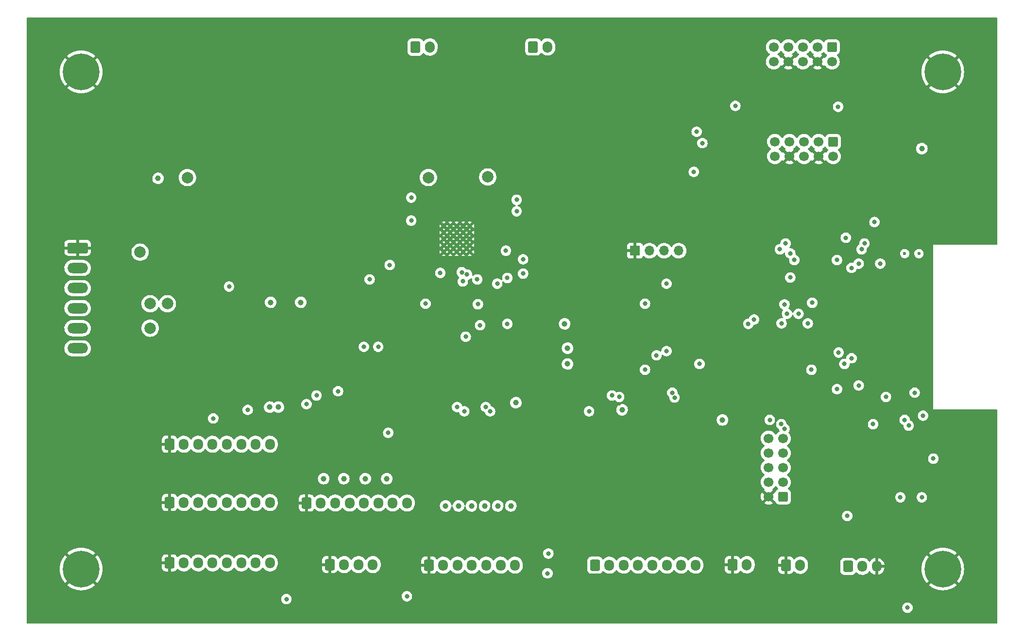
<source format=gbr>
%TF.GenerationSoftware,KiCad,Pcbnew,6.0.9-8da3e8f707~117~ubuntu20.04.1*%
%TF.CreationDate,2022-12-14T18:19:00+01:00*%
%TF.ProjectId,anna_elsa_esp32_cpu,616e6e61-5f65-46c7-9361-5f6573703332,rev?*%
%TF.SameCoordinates,Original*%
%TF.FileFunction,Copper,L2,Inr*%
%TF.FilePolarity,Positive*%
%FSLAX46Y46*%
G04 Gerber Fmt 4.6, Leading zero omitted, Abs format (unit mm)*
G04 Created by KiCad (PCBNEW 6.0.9-8da3e8f707~117~ubuntu20.04.1) date 2022-12-14 18:19:00*
%MOMM*%
%LPD*%
G01*
G04 APERTURE LIST*
G04 Aperture macros list*
%AMRoundRect*
0 Rectangle with rounded corners*
0 $1 Rounding radius*
0 $2 $3 $4 $5 $6 $7 $8 $9 X,Y pos of 4 corners*
0 Add a 4 corners polygon primitive as box body*
4,1,4,$2,$3,$4,$5,$6,$7,$8,$9,$2,$3,0*
0 Add four circle primitives for the rounded corners*
1,1,$1+$1,$2,$3*
1,1,$1+$1,$4,$5*
1,1,$1+$1,$6,$7*
1,1,$1+$1,$8,$9*
0 Add four rect primitives between the rounded corners*
20,1,$1+$1,$2,$3,$4,$5,0*
20,1,$1+$1,$4,$5,$6,$7,0*
20,1,$1+$1,$6,$7,$8,$9,0*
20,1,$1+$1,$8,$9,$2,$3,0*%
G04 Aperture macros list end*
%TA.AperFunction,ComponentPad*%
%ADD10R,1.700000X1.700000*%
%TD*%
%TA.AperFunction,ComponentPad*%
%ADD11O,1.700000X1.700000*%
%TD*%
%TA.AperFunction,ComponentPad*%
%ADD12RoundRect,0.250000X-0.600000X-0.725000X0.600000X-0.725000X0.600000X0.725000X-0.600000X0.725000X0*%
%TD*%
%TA.AperFunction,ComponentPad*%
%ADD13O,1.700000X1.950000*%
%TD*%
%TA.AperFunction,ComponentPad*%
%ADD14C,0.800000*%
%TD*%
%TA.AperFunction,ComponentPad*%
%ADD15C,6.400000*%
%TD*%
%TA.AperFunction,ComponentPad*%
%ADD16RoundRect,0.250000X-0.600000X-0.750000X0.600000X-0.750000X0.600000X0.750000X-0.600000X0.750000X0*%
%TD*%
%TA.AperFunction,ComponentPad*%
%ADD17O,1.700000X2.000000*%
%TD*%
%TA.AperFunction,ComponentPad*%
%ADD18RoundRect,0.250000X0.600000X0.600000X-0.600000X0.600000X-0.600000X-0.600000X0.600000X-0.600000X0*%
%TD*%
%TA.AperFunction,ComponentPad*%
%ADD19C,1.700000*%
%TD*%
%TA.AperFunction,ComponentPad*%
%ADD20RoundRect,0.250000X-0.600000X0.600000X-0.600000X-0.600000X0.600000X-0.600000X0.600000X0.600000X0*%
%TD*%
%TA.AperFunction,ComponentPad*%
%ADD21RoundRect,0.250000X-1.550000X0.650000X-1.550000X-0.650000X1.550000X-0.650000X1.550000X0.650000X0*%
%TD*%
%TA.AperFunction,ComponentPad*%
%ADD22O,3.600000X1.800000*%
%TD*%
%TA.AperFunction,ComponentPad*%
%ADD23C,0.500000*%
%TD*%
%TA.AperFunction,ViaPad*%
%ADD24C,1.000000*%
%TD*%
%TA.AperFunction,ViaPad*%
%ADD25C,0.800000*%
%TD*%
%TA.AperFunction,ViaPad*%
%ADD26C,0.600000*%
%TD*%
%TA.AperFunction,ViaPad*%
%ADD27C,2.000000*%
%TD*%
G04 APERTURE END LIST*
D10*
%TO.N,GND*%
%TO.C,J15*%
X152250000Y-61500000D03*
D11*
%TO.N,+3.3V*%
X154790000Y-61500000D03*
%TO.N,SCL33*%
X157330000Y-61500000D03*
%TO.N,SDA33*%
X159870000Y-61500000D03*
%TD*%
D12*
%TO.N,+5V*%
%TO.C,J5*%
X189382400Y-116535200D03*
D13*
%TO.N,LED_DIN_SPLITTER*%
X191882400Y-116535200D03*
%TO.N,GND*%
X194382400Y-116535200D03*
%TD*%
D12*
%TO.N,GND*%
%TO.C,J22*%
X116332000Y-116332000D03*
D13*
%TO.N,Net-(J22-Pad2)*%
X118832000Y-116332000D03*
%TO.N,Net-(J22-Pad3)*%
X121332000Y-116332000D03*
%TO.N,Net-(J22-Pad4)*%
X123832000Y-116332000D03*
%TO.N,Net-(J22-Pad5)*%
X126332000Y-116332000D03*
%TO.N,Net-(J22-Pad6)*%
X128832000Y-116332000D03*
%TO.N,Net-(J22-Pad7)*%
X131332000Y-116332000D03*
%TD*%
D14*
%TO.N,GND*%
%TO.C,H2*%
X54022944Y-115302944D03*
X57417056Y-115302944D03*
D15*
X55720000Y-117000000D03*
D14*
X58120000Y-117000000D03*
X55720000Y-119400000D03*
X53320000Y-117000000D03*
X55720000Y-114600000D03*
X54022944Y-118697056D03*
X57417056Y-118697056D03*
%TD*%
%TO.N,GND*%
%TO.C,H3*%
X205900000Y-32720000D03*
X204202944Y-32017056D03*
D15*
X205900000Y-30320000D03*
D14*
X207597056Y-32017056D03*
X208300000Y-30320000D03*
X203500000Y-30320000D03*
X207597056Y-28622944D03*
X204202944Y-28622944D03*
X205900000Y-27920000D03*
%TD*%
D12*
%TO.N,GND*%
%TO.C,J10*%
X99060000Y-116230400D03*
D13*
%TO.N,+5V*%
X101560000Y-116230400D03*
%TO.N,SDA*%
X104060000Y-116230400D03*
%TO.N,SCL*%
X106560000Y-116230400D03*
%TD*%
D14*
%TO.N,GND*%
%TO.C,H1*%
X57417056Y-28622944D03*
X53320000Y-30320000D03*
D15*
X55720000Y-30320000D03*
D14*
X57417056Y-32017056D03*
X54022944Y-32017056D03*
X55720000Y-27920000D03*
X55720000Y-32720000D03*
X54022944Y-28622944D03*
X58120000Y-30320000D03*
%TD*%
%TO.N,GND*%
%TO.C,H4*%
X208300000Y-117000000D03*
X207597056Y-118697056D03*
X203500000Y-117000000D03*
D15*
X205900000Y-117000000D03*
D14*
X205900000Y-114600000D03*
X205900000Y-119400000D03*
X204202944Y-118697056D03*
X207597056Y-115302944D03*
X204202944Y-115302944D03*
%TD*%
D16*
%TO.N,GND*%
%TO.C,J14*%
X178562000Y-116332000D03*
D17*
%TO.N,Net-(J14-Pad2)*%
X181062000Y-116332000D03*
%TD*%
D12*
%TO.N,+12V*%
%TO.C,J23*%
X145288000Y-116332000D03*
D13*
%TO.N,unconnected-(J23-Pad2)*%
X147788000Y-116332000D03*
%TO.N,Net-(J23-Pad3)*%
X150288000Y-116332000D03*
%TO.N,Net-(J23-Pad4)*%
X152788000Y-116332000D03*
%TO.N,Net-(J23-Pad5)*%
X155288000Y-116332000D03*
%TO.N,Net-(J23-Pad6)*%
X157788000Y-116332000D03*
%TO.N,Net-(J23-Pad7)*%
X160288000Y-116332000D03*
%TO.N,Net-(J23-Pad8)*%
X162788000Y-116332000D03*
%TD*%
D12*
%TO.N,GND*%
%TO.C,J1*%
X71120000Y-95250000D03*
D13*
%TO.N,+5V*%
X73620000Y-95250000D03*
%TO.N,+24V*%
X76120000Y-95250000D03*
%TO.N,EN_PWM*%
X78620000Y-95250000D03*
%TO.N,Net-(J1-Pad5)*%
X81120000Y-95250000D03*
%TO.N,LED_DOUT_SPLITTER*%
X83620000Y-95250000D03*
%TO.N,SCL*%
X86120000Y-95250000D03*
%TO.N,SDA*%
X88620000Y-95250000D03*
%TD*%
D12*
%TO.N,GND*%
%TO.C,J2*%
X71120000Y-105410000D03*
D13*
%TO.N,+5V*%
X73620000Y-105410000D03*
%TO.N,+24V*%
X76120000Y-105410000D03*
%TO.N,EN_PWM*%
X78620000Y-105410000D03*
%TO.N,Net-(J2-Pad5)*%
X81120000Y-105410000D03*
%TO.N,Net-(J1-Pad5)*%
X83620000Y-105410000D03*
%TO.N,SCL*%
X86120000Y-105410000D03*
%TO.N,SDA*%
X88620000Y-105410000D03*
%TD*%
D12*
%TO.N,GND*%
%TO.C,J3*%
X71120000Y-115930000D03*
D13*
%TO.N,+5V*%
X73620000Y-115930000D03*
%TO.N,+24V*%
X76120000Y-115930000D03*
%TO.N,EN_PWM*%
X78620000Y-115930000D03*
%TO.N,LED_DOUT*%
X81120000Y-115930000D03*
%TO.N,Net-(J2-Pad5)*%
X83620000Y-115930000D03*
%TO.N,SCL*%
X86120000Y-115930000D03*
%TO.N,SDA*%
X88620000Y-115930000D03*
%TD*%
D18*
%TO.N,+3.3V*%
%TO.C,J12*%
X178054000Y-104394000D03*
D19*
%TO.N,GND*%
X175514000Y-104394000D03*
%TO.N,~{RST}*%
X178054000Y-101854000D03*
%TO.N,JTAG_TDO*%
X175514000Y-101854000D03*
%TO.N,JTAG_TDI*%
X178054000Y-99314000D03*
%TO.N,JTAG_TCK*%
X175514000Y-99314000D03*
%TO.N,JTAG_TMS*%
X178054000Y-96774000D03*
%TO.N,unconnected-(J12-Pad8)*%
X175514000Y-96774000D03*
%TO.N,USB_TX*%
X178054000Y-94234000D03*
%TO.N,USB_RX*%
X175514000Y-94234000D03*
%TD*%
D12*
%TO.N,GND*%
%TO.C,J4*%
X95000000Y-105500000D03*
D13*
%TO.N,+5V*%
X97500000Y-105500000D03*
%TO.N,MD_OE*%
X100000000Y-105500000D03*
%TO.N,MD_CLK*%
X102500000Y-105500000D03*
%TO.N,MD_STROBE*%
X105000000Y-105500000D03*
%TO.N,MD_DOUT*%
X107500000Y-105500000D03*
%TO.N,LED_DOUT_SPLITTER*%
X110000000Y-105500000D03*
%TO.N,LED_DIN_SPLITTER*%
X112500000Y-105500000D03*
%TD*%
D20*
%TO.N,CCTALK_DATA*%
%TO.C,J7*%
X186790000Y-42497500D03*
D19*
%TO.N,unconnected-(J7-Pad2)*%
X186790000Y-45037500D03*
%TO.N,unconnected-(J7-Pad3)*%
X184250000Y-42497500D03*
%TO.N,GND*%
X184250000Y-45037500D03*
%TO.N,unconnected-(J7-Pad5)*%
X181710000Y-42497500D03*
%TO.N,unconnected-(J7-Pad6)*%
X181710000Y-45037500D03*
%TO.N,+24V*%
X179170000Y-42497500D03*
%TO.N,GND*%
X179170000Y-45037500D03*
%TO.N,unconnected-(J7-Pad9)*%
X176630000Y-42497500D03*
%TO.N,+24V*%
X176630000Y-45037500D03*
%TD*%
D21*
%TO.N,GND*%
%TO.C,J6*%
X55107500Y-61017500D03*
D22*
%TO.N,unconnected-(J6-Pad2)*%
X55107500Y-64517500D03*
%TO.N,Net-(F3-Pad1)*%
X55107500Y-68017500D03*
%TO.N,Net-(F4-Pad1)*%
X55107500Y-71517500D03*
%TO.N,Net-(F2-Pad1)*%
X55107500Y-75017500D03*
%TO.N,Net-(F1-Pad1)*%
X55107500Y-78517500D03*
%TD*%
D16*
%TO.N,Net-(C11-Pad2)*%
%TO.C,J9*%
X114000000Y-26000000D03*
D17*
%TO.N,Net-(C16-Pad2)*%
X116500000Y-26000000D03*
%TD*%
D16*
%TO.N,GND*%
%TO.C,J13*%
X169250000Y-116250000D03*
D17*
%TO.N,Net-(J13-Pad2)*%
X171750000Y-116250000D03*
%TD*%
D23*
%TO.N,GND*%
%TO.C,U3*%
X118937500Y-61687500D03*
X121187500Y-60562500D03*
X120062500Y-58312500D03*
X122312500Y-60562500D03*
X121187500Y-61687500D03*
X118937500Y-57187500D03*
X121187500Y-57187500D03*
X118937500Y-60562500D03*
X120062500Y-61687500D03*
X123437500Y-61687500D03*
X123437500Y-58312500D03*
X121187500Y-58312500D03*
X123437500Y-57187500D03*
X123437500Y-60562500D03*
X122312500Y-58312500D03*
X122312500Y-57187500D03*
X123437500Y-59437500D03*
X120062500Y-59437500D03*
X121187500Y-59437500D03*
X120062500Y-60562500D03*
X122312500Y-61687500D03*
X122312500Y-59437500D03*
X118937500Y-59437500D03*
X118937500Y-58312500D03*
X120062500Y-57187500D03*
%TD*%
D16*
%TO.N,Net-(C17-Pad2)*%
%TO.C,J11*%
X134500000Y-25975000D03*
D17*
%TO.N,Net-(C20-Pad2)*%
X137000000Y-25975000D03*
%TD*%
D20*
%TO.N,CCTALK_DATA*%
%TO.C,J8*%
X186580000Y-25997500D03*
D19*
%TO.N,unconnected-(J8-Pad2)*%
X186580000Y-28537500D03*
%TO.N,unconnected-(J8-Pad3)*%
X184040000Y-25997500D03*
%TO.N,GND*%
X184040000Y-28537500D03*
%TO.N,unconnected-(J8-Pad5)*%
X181500000Y-25997500D03*
%TO.N,unconnected-(J8-Pad6)*%
X181500000Y-28537500D03*
%TO.N,+12V*%
X178960000Y-25997500D03*
%TO.N,GND*%
X178960000Y-28537500D03*
%TO.N,unconnected-(J8-Pad9)*%
X176420000Y-25997500D03*
%TO.N,+12V*%
X176420000Y-28537500D03*
%TD*%
D24*
%TO.N,+5V*%
X109000000Y-101250000D03*
X105250000Y-101250000D03*
X101500000Y-101250000D03*
X98000000Y-101250000D03*
D25*
%TO.N,SCL33*%
X158750000Y-86250000D03*
%TO.N,SDA33*%
X159150499Y-87099501D03*
D26*
%TO.N,GND*%
X153250000Y-38700000D03*
X133125000Y-57875000D03*
X133250000Y-46750000D03*
X194005200Y-75438000D03*
X97875000Y-53625000D03*
X98750000Y-95750000D03*
X212750000Y-42750000D03*
X194005200Y-72085200D03*
X212707500Y-37996000D03*
X127125000Y-60375000D03*
X95000000Y-95750000D03*
X196799200Y-75336400D03*
X127500000Y-32000000D03*
X196697600Y-71983600D03*
X120000000Y-85000000D03*
X195427600Y-73507600D03*
X183667400Y-68961000D03*
X115625000Y-59712000D03*
X115500000Y-68750000D03*
X146625000Y-53625000D03*
X195000000Y-62500000D03*
X157250000Y-47750000D03*
X92000000Y-120250000D03*
X146250000Y-29750000D03*
X133125000Y-59625000D03*
X135500000Y-82000000D03*
X118375000Y-53875000D03*
X128250000Y-71250000D03*
X127000000Y-62000000D03*
X123750000Y-73750000D03*
X106500000Y-95750000D03*
X201500000Y-50000000D03*
X81500000Y-32250000D03*
X121500000Y-69250000D03*
X116000000Y-46750000D03*
X99250000Y-60500000D03*
X204500000Y-58750000D03*
D25*
X202000000Y-108250000D03*
D26*
X122000000Y-73750000D03*
X127875000Y-54149500D03*
X123375000Y-69375000D03*
X150750000Y-102250000D03*
X128500000Y-64250000D03*
X132875000Y-49625000D03*
X105000000Y-29750000D03*
X202793600Y-84988400D03*
X102250000Y-95750000D03*
X123625000Y-53875000D03*
X111250000Y-56500000D03*
X120413000Y-65187500D03*
X202742800Y-64566800D03*
X149500000Y-88250000D03*
X72750000Y-90000000D03*
X114375000Y-54149500D03*
X124000000Y-32500000D03*
X161500000Y-47250000D03*
D24*
%TO.N,+5V*%
X88582340Y-88775500D03*
X167500000Y-91000000D03*
X90082340Y-88775500D03*
D27*
X67750000Y-75000000D03*
%TO.N,+12V*%
X126586304Y-48645401D03*
D24*
X69137500Y-48887500D03*
D27*
X116250000Y-48750000D03*
X74250000Y-48750000D03*
D25*
%TO.N,CCTALK_DATA*%
X187654511Y-36404511D03*
X169750000Y-36250000D03*
%TO.N,HOST_RX*%
X163000000Y-40750000D03*
X162500000Y-47750000D03*
D27*
%TO.N,+24V*%
X67750000Y-70750000D03*
X70750000Y-70750000D03*
D25*
%TO.N,~{RST}*%
X130000000Y-74250000D03*
X125250000Y-74500000D03*
X195000000Y-63750000D03*
X130000000Y-66250000D03*
X179324000Y-61976000D03*
X179324000Y-66176000D03*
%TO.N,AUDIO_SDIN*%
X189000000Y-59250000D03*
X132750000Y-63000000D03*
X124750000Y-66500000D03*
X132750000Y-65500000D03*
%TO.N,AUDIO_SCLK*%
X190000000Y-64500000D03*
X122982914Y-65664569D03*
%TO.N,AUDIO_LRCLK*%
X122062000Y-65250000D03*
X191250000Y-63750000D03*
%TO.N,CPU_RUN*%
X177750000Y-91750000D03*
X180750000Y-72500000D03*
X193750000Y-91750000D03*
X178750000Y-72500000D03*
%TO.N,Net-(J14-Pad2)*%
X137160000Y-114300000D03*
%TO.N,EN_PWM*%
X202463996Y-90260774D03*
X78750000Y-90750000D03*
%TO.N,USB_TX*%
X199950500Y-92000000D03*
X178304707Y-92582060D03*
%TO.N,USB_RX*%
X175750000Y-91000000D03*
X199250000Y-91000000D03*
%TO.N,LED_DOUT_SPLITTER*%
X109250000Y-93250000D03*
%TO.N,LED_DIN_SPLITTER*%
X112500000Y-121750000D03*
%TO.N,MD_CLK33*%
X100500000Y-86000000D03*
X191250000Y-85000000D03*
%TO.N,MD_OE33*%
X96750000Y-86750000D03*
X187467303Y-85625500D03*
%TO.N,SDA33*%
X149500000Y-87000000D03*
X126250000Y-88750000D03*
X121250000Y-88750000D03*
X95000000Y-88250000D03*
X196000000Y-87000000D03*
%TO.N,MD_STROBE33*%
X105000000Y-78250000D03*
X173000000Y-73500000D03*
X178500000Y-60250000D03*
X192250000Y-60250000D03*
%TO.N,SCL33*%
X201000000Y-86250000D03*
X127000000Y-89500000D03*
X122500000Y-89500000D03*
X144250000Y-89500000D03*
X148250000Y-86750000D03*
X84750000Y-89250000D03*
%TO.N,MD_DOUT33*%
X172000000Y-74250000D03*
X191750000Y-61250000D03*
X107500000Y-78250000D03*
X177500000Y-61250000D03*
%TO.N,HOST_RX33*%
X188750000Y-81250000D03*
X163500000Y-81250000D03*
%TO.N,HOST_TX33*%
X156000000Y-79750000D03*
X190000000Y-80250000D03*
%TO.N,LED_DOUT33*%
X91500000Y-122250000D03*
X199750000Y-123750000D03*
%TO.N,Net-(R26-Pad1)*%
X182372000Y-74168000D03*
X177800000Y-74168000D03*
%TO.N,Net-(R28-Pad1)*%
X183142946Y-70573839D03*
X178308000Y-70866000D03*
%TO.N,Net-(R33-Pad1)*%
X187452000Y-63125500D03*
X180018672Y-63125500D03*
%TO.N,Net-(C4-Pad2)*%
X131625000Y-52625000D03*
X131625000Y-54625000D03*
%TO.N,Net-(C10-Pad1)*%
X113250000Y-56250000D03*
X113250000Y-52250000D03*
%TO.N,MCLK*%
X154000000Y-82250000D03*
X124875500Y-70836085D03*
X154000000Y-70750000D03*
X183000000Y-82250000D03*
X198500000Y-104500000D03*
X202250000Y-104500000D03*
%TO.N,/ESP32-Wroom/VBAT*%
X81500000Y-67750000D03*
X115750000Y-70750000D03*
%TO.N,+3.3V*%
X204250000Y-97750000D03*
D24*
X119250000Y-106000000D03*
D25*
X164000000Y-42750000D03*
D26*
X201750000Y-62000000D03*
D24*
X94000000Y-70500000D03*
X131500000Y-88000000D03*
D25*
X122750000Y-76500000D03*
X129750000Y-61500000D03*
D24*
X202250000Y-43705000D03*
X140500000Y-78500000D03*
X140500000Y-81250000D03*
X150000000Y-89250000D03*
X126037500Y-106000000D03*
X121500000Y-106000000D03*
D25*
X118313000Y-65375000D03*
D24*
X123750000Y-106000000D03*
D25*
X109500000Y-64000000D03*
X194000000Y-56500000D03*
D24*
X128323500Y-106000000D03*
D26*
X199250000Y-62000000D03*
D24*
X140000000Y-74250000D03*
X88750000Y-70500000D03*
D25*
X189250000Y-107750000D03*
D27*
X66000000Y-61750000D03*
D25*
X106000000Y-66500000D03*
D24*
X130609500Y-105987701D03*
D25*
%TO.N,~{AUDIO_PDN}*%
X157750000Y-79000000D03*
X157750000Y-67250000D03*
X128250000Y-67250000D03*
X122241456Y-66850367D03*
X187750000Y-79250000D03*
%TO.N,Net-(J13-Pad2)*%
X137000000Y-117750000D03*
%TD*%
%TA.AperFunction,Conductor*%
%TO.N,GND*%
G36*
X215333621Y-20848502D02*
G01*
X215380114Y-20902158D01*
X215391500Y-20954500D01*
X215391500Y-60326000D01*
X215371498Y-60394121D01*
X215317842Y-60440614D01*
X215265500Y-60452000D01*
X204216000Y-60452000D01*
X204216000Y-89154000D01*
X215265500Y-89154000D01*
X215333621Y-89174002D01*
X215380114Y-89227658D01*
X215391500Y-89280000D01*
X215391500Y-126365500D01*
X215371498Y-126433621D01*
X215317842Y-126480114D01*
X215265500Y-126491500D01*
X46354500Y-126491500D01*
X46286379Y-126471498D01*
X46239886Y-126417842D01*
X46228500Y-126365500D01*
X46228500Y-123750000D01*
X198836496Y-123750000D01*
X198856458Y-123939928D01*
X198915473Y-124121556D01*
X199010960Y-124286944D01*
X199138747Y-124428866D01*
X199293248Y-124541118D01*
X199299276Y-124543802D01*
X199299278Y-124543803D01*
X199461681Y-124616109D01*
X199467712Y-124618794D01*
X199561113Y-124638647D01*
X199648056Y-124657128D01*
X199648061Y-124657128D01*
X199654513Y-124658500D01*
X199845487Y-124658500D01*
X199851939Y-124657128D01*
X199851944Y-124657128D01*
X199938887Y-124638647D01*
X200032288Y-124618794D01*
X200038319Y-124616109D01*
X200200722Y-124543803D01*
X200200724Y-124543802D01*
X200206752Y-124541118D01*
X200361253Y-124428866D01*
X200489040Y-124286944D01*
X200584527Y-124121556D01*
X200643542Y-123939928D01*
X200663504Y-123750000D01*
X200643542Y-123560072D01*
X200584527Y-123378444D01*
X200489040Y-123213056D01*
X200361253Y-123071134D01*
X200206752Y-122958882D01*
X200200724Y-122956198D01*
X200200722Y-122956197D01*
X200038319Y-122883891D01*
X200038318Y-122883891D01*
X200032288Y-122881206D01*
X199938888Y-122861353D01*
X199851944Y-122842872D01*
X199851939Y-122842872D01*
X199845487Y-122841500D01*
X199654513Y-122841500D01*
X199648061Y-122842872D01*
X199648056Y-122842872D01*
X199561112Y-122861353D01*
X199467712Y-122881206D01*
X199461682Y-122883891D01*
X199461681Y-122883891D01*
X199299278Y-122956197D01*
X199299276Y-122956198D01*
X199293248Y-122958882D01*
X199138747Y-123071134D01*
X199010960Y-123213056D01*
X198915473Y-123378444D01*
X198856458Y-123560072D01*
X198836496Y-123750000D01*
X46228500Y-123750000D01*
X46228500Y-122250000D01*
X90586496Y-122250000D01*
X90606458Y-122439928D01*
X90665473Y-122621556D01*
X90668776Y-122627278D01*
X90668777Y-122627279D01*
X90686803Y-122658500D01*
X90760960Y-122786944D01*
X90888747Y-122928866D01*
X91043248Y-123041118D01*
X91049276Y-123043802D01*
X91049278Y-123043803D01*
X91211681Y-123116109D01*
X91217712Y-123118794D01*
X91311113Y-123138647D01*
X91398056Y-123157128D01*
X91398061Y-123157128D01*
X91404513Y-123158500D01*
X91595487Y-123158500D01*
X91601939Y-123157128D01*
X91601944Y-123157128D01*
X91688887Y-123138647D01*
X91782288Y-123118794D01*
X91788319Y-123116109D01*
X91950722Y-123043803D01*
X91950724Y-123043802D01*
X91956752Y-123041118D01*
X92111253Y-122928866D01*
X92239040Y-122786944D01*
X92313197Y-122658500D01*
X92331223Y-122627279D01*
X92331224Y-122627278D01*
X92334527Y-122621556D01*
X92393542Y-122439928D01*
X92413504Y-122250000D01*
X92393542Y-122060072D01*
X92334527Y-121878444D01*
X92260370Y-121750000D01*
X111586496Y-121750000D01*
X111606458Y-121939928D01*
X111665473Y-122121556D01*
X111760960Y-122286944D01*
X111888747Y-122428866D01*
X112043248Y-122541118D01*
X112049276Y-122543802D01*
X112049278Y-122543803D01*
X112209799Y-122615271D01*
X112217712Y-122618794D01*
X112311113Y-122638647D01*
X112398056Y-122657128D01*
X112398061Y-122657128D01*
X112404513Y-122658500D01*
X112595487Y-122658500D01*
X112601939Y-122657128D01*
X112601944Y-122657128D01*
X112688887Y-122638647D01*
X112782288Y-122618794D01*
X112790201Y-122615271D01*
X112950722Y-122543803D01*
X112950724Y-122543802D01*
X112956752Y-122541118D01*
X113111253Y-122428866D01*
X113239040Y-122286944D01*
X113334527Y-122121556D01*
X113393542Y-121939928D01*
X113413504Y-121750000D01*
X113393542Y-121560072D01*
X113334527Y-121378444D01*
X113313990Y-121342872D01*
X113242341Y-121218774D01*
X113239040Y-121213056D01*
X113111253Y-121071134D01*
X112956752Y-120958882D01*
X112950724Y-120956198D01*
X112950722Y-120956197D01*
X112788319Y-120883891D01*
X112788318Y-120883891D01*
X112782288Y-120881206D01*
X112688888Y-120861353D01*
X112601944Y-120842872D01*
X112601939Y-120842872D01*
X112595487Y-120841500D01*
X112404513Y-120841500D01*
X112398061Y-120842872D01*
X112398056Y-120842872D01*
X112311112Y-120861353D01*
X112217712Y-120881206D01*
X112211682Y-120883891D01*
X112211681Y-120883891D01*
X112049278Y-120956197D01*
X112049276Y-120956198D01*
X112043248Y-120958882D01*
X111888747Y-121071134D01*
X111760960Y-121213056D01*
X111757659Y-121218774D01*
X111686011Y-121342872D01*
X111665473Y-121378444D01*
X111606458Y-121560072D01*
X111586496Y-121750000D01*
X92260370Y-121750000D01*
X92239040Y-121713056D01*
X92111253Y-121571134D01*
X91956752Y-121458882D01*
X91950724Y-121456198D01*
X91950722Y-121456197D01*
X91788319Y-121383891D01*
X91788318Y-121383891D01*
X91782288Y-121381206D01*
X91688888Y-121361353D01*
X91601944Y-121342872D01*
X91601939Y-121342872D01*
X91595487Y-121341500D01*
X91404513Y-121341500D01*
X91398061Y-121342872D01*
X91398056Y-121342872D01*
X91311112Y-121361353D01*
X91217712Y-121381206D01*
X91211682Y-121383891D01*
X91211681Y-121383891D01*
X91049278Y-121456197D01*
X91049276Y-121456198D01*
X91043248Y-121458882D01*
X90888747Y-121571134D01*
X90760960Y-121713056D01*
X90665473Y-121878444D01*
X90606458Y-122060072D01*
X90586496Y-122250000D01*
X46228500Y-122250000D01*
X46228500Y-119797386D01*
X53287759Y-119797386D01*
X53295216Y-119807753D01*
X53534935Y-120001874D01*
X53540272Y-120005751D01*
X53860685Y-120213830D01*
X53866394Y-120217127D01*
X54206811Y-120390578D01*
X54212836Y-120393260D01*
X54569502Y-120530171D01*
X54575784Y-120532212D01*
X54944816Y-120631094D01*
X54951266Y-120632465D01*
X55328629Y-120692234D01*
X55335167Y-120692920D01*
X55716699Y-120712916D01*
X55723301Y-120712916D01*
X56104833Y-120692920D01*
X56111371Y-120692234D01*
X56488734Y-120632465D01*
X56495184Y-120631094D01*
X56864216Y-120532212D01*
X56870498Y-120530171D01*
X57227164Y-120393260D01*
X57233189Y-120390578D01*
X57573606Y-120217127D01*
X57579315Y-120213830D01*
X57899728Y-120005751D01*
X57905065Y-120001874D01*
X58143835Y-119808522D01*
X58151527Y-119797386D01*
X203467759Y-119797386D01*
X203475216Y-119807753D01*
X203714935Y-120001874D01*
X203720272Y-120005751D01*
X204040685Y-120213830D01*
X204046394Y-120217127D01*
X204386811Y-120390578D01*
X204392836Y-120393260D01*
X204749502Y-120530171D01*
X204755784Y-120532212D01*
X205124816Y-120631094D01*
X205131266Y-120632465D01*
X205508629Y-120692234D01*
X205515167Y-120692920D01*
X205896699Y-120712916D01*
X205903301Y-120712916D01*
X206284833Y-120692920D01*
X206291371Y-120692234D01*
X206668734Y-120632465D01*
X206675184Y-120631094D01*
X207044216Y-120532212D01*
X207050498Y-120530171D01*
X207407164Y-120393260D01*
X207413189Y-120390578D01*
X207753606Y-120217127D01*
X207759315Y-120213830D01*
X208079728Y-120005751D01*
X208085065Y-120001874D01*
X208323835Y-119808522D01*
X208332300Y-119796267D01*
X208325966Y-119785176D01*
X205912812Y-117372022D01*
X205898868Y-117364408D01*
X205897035Y-117364539D01*
X205890420Y-117368790D01*
X203474900Y-119784310D01*
X203467759Y-119797386D01*
X58151527Y-119797386D01*
X58152300Y-119796267D01*
X58145966Y-119785176D01*
X55732812Y-117372022D01*
X55718868Y-117364408D01*
X55717035Y-117364539D01*
X55710420Y-117368790D01*
X53294900Y-119784310D01*
X53287759Y-119797386D01*
X46228500Y-119797386D01*
X46228500Y-117003301D01*
X52007084Y-117003301D01*
X52027080Y-117384833D01*
X52027766Y-117391371D01*
X52087535Y-117768734D01*
X52088906Y-117775184D01*
X52187788Y-118144216D01*
X52189829Y-118150498D01*
X52326740Y-118507164D01*
X52329422Y-118513189D01*
X52502872Y-118853603D01*
X52506169Y-118859313D01*
X52714253Y-119179735D01*
X52718123Y-119185061D01*
X52911478Y-119423835D01*
X52923733Y-119432300D01*
X52934824Y-119425966D01*
X55347978Y-117012812D01*
X55354356Y-117001132D01*
X56084408Y-117001132D01*
X56084539Y-117002965D01*
X56088790Y-117009580D01*
X58504310Y-119425100D01*
X58517386Y-119432241D01*
X58527753Y-119424784D01*
X58721877Y-119185061D01*
X58725747Y-119179735D01*
X58933831Y-118859313D01*
X58937128Y-118853603D01*
X59110578Y-118513189D01*
X59113260Y-118507164D01*
X59250171Y-118150498D01*
X59252212Y-118144216D01*
X59351094Y-117775184D01*
X59352465Y-117768734D01*
X59412234Y-117391371D01*
X59412920Y-117384833D01*
X59432916Y-117003301D01*
X59432916Y-116996699D01*
X59417476Y-116702095D01*
X69762001Y-116702095D01*
X69762338Y-116708614D01*
X69772257Y-116804206D01*
X69775149Y-116817600D01*
X69826588Y-116971784D01*
X69832761Y-116984962D01*
X69918063Y-117122807D01*
X69927099Y-117134208D01*
X70041829Y-117248739D01*
X70053240Y-117257751D01*
X70191243Y-117342816D01*
X70204424Y-117348963D01*
X70358710Y-117400138D01*
X70372086Y-117403005D01*
X70466438Y-117412672D01*
X70472854Y-117413000D01*
X70847885Y-117413000D01*
X70863124Y-117408525D01*
X70864329Y-117407135D01*
X70866000Y-117399452D01*
X70866000Y-117394884D01*
X71374000Y-117394884D01*
X71378475Y-117410123D01*
X71379865Y-117411328D01*
X71387548Y-117412999D01*
X71767095Y-117412999D01*
X71773614Y-117412662D01*
X71869206Y-117402743D01*
X71882600Y-117399851D01*
X72036784Y-117348412D01*
X72049962Y-117342239D01*
X72187807Y-117256937D01*
X72199208Y-117247901D01*
X72313739Y-117133171D01*
X72322753Y-117121757D01*
X72408723Y-116982287D01*
X72461495Y-116934793D01*
X72531566Y-116923369D01*
X72596690Y-116951643D01*
X72607149Y-116961426D01*
X72716576Y-117076135D01*
X72720854Y-117079318D01*
X72762917Y-117110614D01*
X72901542Y-117213754D01*
X72906293Y-117216170D01*
X72906297Y-117216172D01*
X72986477Y-117256937D01*
X73107051Y-117318240D01*
X73112145Y-117319822D01*
X73112148Y-117319823D01*
X73286620Y-117373998D01*
X73327227Y-117386607D01*
X73332516Y-117387308D01*
X73550489Y-117416198D01*
X73550494Y-117416198D01*
X73555774Y-117416898D01*
X73561103Y-117416698D01*
X73561105Y-117416698D01*
X73670966Y-117412573D01*
X73786158Y-117408249D01*
X73791468Y-117407135D01*
X74006572Y-117362002D01*
X74011791Y-117360907D01*
X74016750Y-117358949D01*
X74016752Y-117358948D01*
X74221256Y-117278185D01*
X74221258Y-117278184D01*
X74226221Y-117276224D01*
X74255639Y-117258373D01*
X74418757Y-117159390D01*
X74418756Y-117159390D01*
X74423317Y-117156623D01*
X74467826Y-117118000D01*
X74593412Y-117009023D01*
X74593414Y-117009021D01*
X74597445Y-117005523D01*
X74655440Y-116934793D01*
X74740240Y-116831373D01*
X74740244Y-116831367D01*
X74743624Y-116827245D01*
X74761552Y-116795750D01*
X74812632Y-116746445D01*
X74882262Y-116732583D01*
X74948333Y-116758566D01*
X74975573Y-116787716D01*
X75057441Y-116909319D01*
X75061120Y-116913176D01*
X75061122Y-116913178D01*
X75108424Y-116962763D01*
X75216576Y-117076135D01*
X75220854Y-117079318D01*
X75262917Y-117110614D01*
X75401542Y-117213754D01*
X75406293Y-117216170D01*
X75406297Y-117216172D01*
X75486477Y-117256937D01*
X75607051Y-117318240D01*
X75612145Y-117319822D01*
X75612148Y-117319823D01*
X75786620Y-117373998D01*
X75827227Y-117386607D01*
X75832516Y-117387308D01*
X76050489Y-117416198D01*
X76050494Y-117416198D01*
X76055774Y-117416898D01*
X76061103Y-117416698D01*
X76061105Y-117416698D01*
X76170966Y-117412573D01*
X76286158Y-117408249D01*
X76291468Y-117407135D01*
X76506572Y-117362002D01*
X76511791Y-117360907D01*
X76516750Y-117358949D01*
X76516752Y-117358948D01*
X76721256Y-117278185D01*
X76721258Y-117278184D01*
X76726221Y-117276224D01*
X76755639Y-117258373D01*
X76918757Y-117159390D01*
X76918756Y-117159390D01*
X76923317Y-117156623D01*
X76967826Y-117118000D01*
X77093412Y-117009023D01*
X77093414Y-117009021D01*
X77097445Y-117005523D01*
X77155440Y-116934793D01*
X77240240Y-116831373D01*
X77240244Y-116831367D01*
X77243624Y-116827245D01*
X77261552Y-116795750D01*
X77312632Y-116746445D01*
X77382262Y-116732583D01*
X77448333Y-116758566D01*
X77475573Y-116787716D01*
X77557441Y-116909319D01*
X77561120Y-116913176D01*
X77561122Y-116913178D01*
X77608424Y-116962763D01*
X77716576Y-117076135D01*
X77720854Y-117079318D01*
X77762917Y-117110614D01*
X77901542Y-117213754D01*
X77906293Y-117216170D01*
X77906297Y-117216172D01*
X77986477Y-117256937D01*
X78107051Y-117318240D01*
X78112145Y-117319822D01*
X78112148Y-117319823D01*
X78286620Y-117373998D01*
X78327227Y-117386607D01*
X78332516Y-117387308D01*
X78550489Y-117416198D01*
X78550494Y-117416198D01*
X78555774Y-117416898D01*
X78561103Y-117416698D01*
X78561105Y-117416698D01*
X78670966Y-117412573D01*
X78786158Y-117408249D01*
X78791468Y-117407135D01*
X79006572Y-117362002D01*
X79011791Y-117360907D01*
X79016750Y-117358949D01*
X79016752Y-117358948D01*
X79221256Y-117278185D01*
X79221258Y-117278184D01*
X79226221Y-117276224D01*
X79255639Y-117258373D01*
X79418757Y-117159390D01*
X79418756Y-117159390D01*
X79423317Y-117156623D01*
X79467826Y-117118000D01*
X79593412Y-117009023D01*
X79593414Y-117009021D01*
X79597445Y-117005523D01*
X79655440Y-116934793D01*
X79740240Y-116831373D01*
X79740244Y-116831367D01*
X79743624Y-116827245D01*
X79761552Y-116795750D01*
X79812632Y-116746445D01*
X79882262Y-116732583D01*
X79948333Y-116758566D01*
X79975573Y-116787716D01*
X80057441Y-116909319D01*
X80061120Y-116913176D01*
X80061122Y-116913178D01*
X80108424Y-116962763D01*
X80216576Y-117076135D01*
X80220854Y-117079318D01*
X80262917Y-117110614D01*
X80401542Y-117213754D01*
X80406293Y-117216170D01*
X80406297Y-117216172D01*
X80486477Y-117256937D01*
X80607051Y-117318240D01*
X80612145Y-117319822D01*
X80612148Y-117319823D01*
X80786620Y-117373998D01*
X80827227Y-117386607D01*
X80832516Y-117387308D01*
X81050489Y-117416198D01*
X81050494Y-117416198D01*
X81055774Y-117416898D01*
X81061103Y-117416698D01*
X81061105Y-117416698D01*
X81170966Y-117412573D01*
X81286158Y-117408249D01*
X81291468Y-117407135D01*
X81506572Y-117362002D01*
X81511791Y-117360907D01*
X81516750Y-117358949D01*
X81516752Y-117358948D01*
X81721256Y-117278185D01*
X81721258Y-117278184D01*
X81726221Y-117276224D01*
X81755639Y-117258373D01*
X81918757Y-117159390D01*
X81918756Y-117159390D01*
X81923317Y-117156623D01*
X81967826Y-117118000D01*
X82093412Y-117009023D01*
X82093414Y-117009021D01*
X82097445Y-117005523D01*
X82155440Y-116934793D01*
X82240240Y-116831373D01*
X82240244Y-116831367D01*
X82243624Y-116827245D01*
X82261552Y-116795750D01*
X82312632Y-116746445D01*
X82382262Y-116732583D01*
X82448333Y-116758566D01*
X82475573Y-116787716D01*
X82557441Y-116909319D01*
X82561120Y-116913176D01*
X82561122Y-116913178D01*
X82608424Y-116962763D01*
X82716576Y-117076135D01*
X82720854Y-117079318D01*
X82762917Y-117110614D01*
X82901542Y-117213754D01*
X82906293Y-117216170D01*
X82906297Y-117216172D01*
X82986477Y-117256937D01*
X83107051Y-117318240D01*
X83112145Y-117319822D01*
X83112148Y-117319823D01*
X83286620Y-117373998D01*
X83327227Y-117386607D01*
X83332516Y-117387308D01*
X83550489Y-117416198D01*
X83550494Y-117416198D01*
X83555774Y-117416898D01*
X83561103Y-117416698D01*
X83561105Y-117416698D01*
X83670966Y-117412573D01*
X83786158Y-117408249D01*
X83791468Y-117407135D01*
X84006572Y-117362002D01*
X84011791Y-117360907D01*
X84016750Y-117358949D01*
X84016752Y-117358948D01*
X84221256Y-117278185D01*
X84221258Y-117278184D01*
X84226221Y-117276224D01*
X84255639Y-117258373D01*
X84418757Y-117159390D01*
X84418756Y-117159390D01*
X84423317Y-117156623D01*
X84467826Y-117118000D01*
X84593412Y-117009023D01*
X84593414Y-117009021D01*
X84597445Y-117005523D01*
X84655440Y-116934793D01*
X84740240Y-116831373D01*
X84740244Y-116831367D01*
X84743624Y-116827245D01*
X84761552Y-116795750D01*
X84812632Y-116746445D01*
X84882262Y-116732583D01*
X84948333Y-116758566D01*
X84975573Y-116787716D01*
X85057441Y-116909319D01*
X85061120Y-116913176D01*
X85061122Y-116913178D01*
X85108424Y-116962763D01*
X85216576Y-117076135D01*
X85220854Y-117079318D01*
X85262917Y-117110614D01*
X85401542Y-117213754D01*
X85406293Y-117216170D01*
X85406297Y-117216172D01*
X85486477Y-117256937D01*
X85607051Y-117318240D01*
X85612145Y-117319822D01*
X85612148Y-117319823D01*
X85786620Y-117373998D01*
X85827227Y-117386607D01*
X85832516Y-117387308D01*
X86050489Y-117416198D01*
X86050494Y-117416198D01*
X86055774Y-117416898D01*
X86061103Y-117416698D01*
X86061105Y-117416698D01*
X86170966Y-117412573D01*
X86286158Y-117408249D01*
X86291468Y-117407135D01*
X86506572Y-117362002D01*
X86511791Y-117360907D01*
X86516750Y-117358949D01*
X86516752Y-117358948D01*
X86721256Y-117278185D01*
X86721258Y-117278184D01*
X86726221Y-117276224D01*
X86755639Y-117258373D01*
X86918757Y-117159390D01*
X86918756Y-117159390D01*
X86923317Y-117156623D01*
X86967826Y-117118000D01*
X87093412Y-117009023D01*
X87093414Y-117009021D01*
X87097445Y-117005523D01*
X87155440Y-116934793D01*
X87240240Y-116831373D01*
X87240244Y-116831367D01*
X87243624Y-116827245D01*
X87261552Y-116795750D01*
X87312632Y-116746445D01*
X87382262Y-116732583D01*
X87448333Y-116758566D01*
X87475573Y-116787716D01*
X87557441Y-116909319D01*
X87561120Y-116913176D01*
X87561122Y-116913178D01*
X87608424Y-116962763D01*
X87716576Y-117076135D01*
X87720854Y-117079318D01*
X87762917Y-117110614D01*
X87901542Y-117213754D01*
X87906293Y-117216170D01*
X87906297Y-117216172D01*
X87986477Y-117256937D01*
X88107051Y-117318240D01*
X88112145Y-117319822D01*
X88112148Y-117319823D01*
X88286620Y-117373998D01*
X88327227Y-117386607D01*
X88332516Y-117387308D01*
X88550489Y-117416198D01*
X88550494Y-117416198D01*
X88555774Y-117416898D01*
X88561103Y-117416698D01*
X88561105Y-117416698D01*
X88670966Y-117412573D01*
X88786158Y-117408249D01*
X88791468Y-117407135D01*
X89006572Y-117362002D01*
X89011791Y-117360907D01*
X89016750Y-117358949D01*
X89016752Y-117358948D01*
X89221256Y-117278185D01*
X89221258Y-117278184D01*
X89226221Y-117276224D01*
X89255639Y-117258373D01*
X89418757Y-117159390D01*
X89418756Y-117159390D01*
X89423317Y-117156623D01*
X89467826Y-117118000D01*
X89593412Y-117009023D01*
X89593414Y-117009021D01*
X89597445Y-117005523D01*
X89599928Y-117002495D01*
X97702001Y-117002495D01*
X97702338Y-117009014D01*
X97712257Y-117104606D01*
X97715149Y-117118000D01*
X97766588Y-117272184D01*
X97772761Y-117285362D01*
X97858063Y-117423207D01*
X97867099Y-117434608D01*
X97981829Y-117549139D01*
X97993240Y-117558151D01*
X98131243Y-117643216D01*
X98144424Y-117649363D01*
X98298710Y-117700538D01*
X98312086Y-117703405D01*
X98406438Y-117713072D01*
X98412854Y-117713400D01*
X98787885Y-117713400D01*
X98803124Y-117708925D01*
X98804329Y-117707535D01*
X98806000Y-117699852D01*
X98806000Y-117695284D01*
X99314000Y-117695284D01*
X99318475Y-117710523D01*
X99319865Y-117711728D01*
X99327548Y-117713399D01*
X99707095Y-117713399D01*
X99713614Y-117713062D01*
X99809206Y-117703143D01*
X99822600Y-117700251D01*
X99976784Y-117648812D01*
X99989962Y-117642639D01*
X100127807Y-117557337D01*
X100139208Y-117548301D01*
X100253739Y-117433571D01*
X100262753Y-117422157D01*
X100348723Y-117282687D01*
X100401495Y-117235193D01*
X100471566Y-117223769D01*
X100536690Y-117252043D01*
X100547149Y-117261826D01*
X100656576Y-117376535D01*
X100660854Y-117379718D01*
X100731826Y-117432523D01*
X100841542Y-117514154D01*
X100846293Y-117516570D01*
X100846297Y-117516572D01*
X100893101Y-117540368D01*
X101047051Y-117618640D01*
X101052145Y-117620222D01*
X101052148Y-117620223D01*
X101230027Y-117675456D01*
X101267227Y-117687007D01*
X101272516Y-117687708D01*
X101490489Y-117716598D01*
X101490494Y-117716598D01*
X101495774Y-117717298D01*
X101501103Y-117717098D01*
X101501105Y-117717098D01*
X101610966Y-117712973D01*
X101726158Y-117708649D01*
X101731468Y-117707535D01*
X101883008Y-117675739D01*
X101951791Y-117661307D01*
X101956750Y-117659349D01*
X101956752Y-117659348D01*
X102161256Y-117578585D01*
X102161258Y-117578584D01*
X102166221Y-117576624D01*
X102182683Y-117566635D01*
X102334882Y-117474278D01*
X102363317Y-117457023D01*
X102387211Y-117436289D01*
X102533412Y-117309423D01*
X102533414Y-117309421D01*
X102537445Y-117305923D01*
X102595440Y-117235193D01*
X102680240Y-117131773D01*
X102680244Y-117131767D01*
X102683624Y-117127645D01*
X102701552Y-117096150D01*
X102752632Y-117046845D01*
X102822262Y-117032983D01*
X102888333Y-117058966D01*
X102915573Y-117088116D01*
X102997441Y-117209719D01*
X103001120Y-117213576D01*
X103001122Y-117213578D01*
X103064288Y-117279793D01*
X103156576Y-117376535D01*
X103160854Y-117379718D01*
X103231826Y-117432523D01*
X103341542Y-117514154D01*
X103346293Y-117516570D01*
X103346297Y-117516572D01*
X103393101Y-117540368D01*
X103547051Y-117618640D01*
X103552145Y-117620222D01*
X103552148Y-117620223D01*
X103730027Y-117675456D01*
X103767227Y-117687007D01*
X103772516Y-117687708D01*
X103990489Y-117716598D01*
X103990494Y-117716598D01*
X103995774Y-117717298D01*
X104001103Y-117717098D01*
X104001105Y-117717098D01*
X104110966Y-117712973D01*
X104226158Y-117708649D01*
X104231468Y-117707535D01*
X104383008Y-117675739D01*
X104451791Y-117661307D01*
X104456750Y-117659349D01*
X104456752Y-117659348D01*
X104661256Y-117578585D01*
X104661258Y-117578584D01*
X104666221Y-117576624D01*
X104682683Y-117566635D01*
X104834882Y-117474278D01*
X104863317Y-117457023D01*
X104887211Y-117436289D01*
X105033412Y-117309423D01*
X105033414Y-117309421D01*
X105037445Y-117305923D01*
X105095440Y-117235193D01*
X105180240Y-117131773D01*
X105180244Y-117131767D01*
X105183624Y-117127645D01*
X105201552Y-117096150D01*
X105252632Y-117046845D01*
X105322262Y-117032983D01*
X105388333Y-117058966D01*
X105415573Y-117088116D01*
X105497441Y-117209719D01*
X105501120Y-117213576D01*
X105501122Y-117213578D01*
X105564288Y-117279793D01*
X105656576Y-117376535D01*
X105660854Y-117379718D01*
X105731826Y-117432523D01*
X105841542Y-117514154D01*
X105846293Y-117516570D01*
X105846297Y-117516572D01*
X105893101Y-117540368D01*
X106047051Y-117618640D01*
X106052145Y-117620222D01*
X106052148Y-117620223D01*
X106230027Y-117675456D01*
X106267227Y-117687007D01*
X106272516Y-117687708D01*
X106490489Y-117716598D01*
X106490494Y-117716598D01*
X106495774Y-117717298D01*
X106501103Y-117717098D01*
X106501105Y-117717098D01*
X106610966Y-117712973D01*
X106726158Y-117708649D01*
X106731468Y-117707535D01*
X106883008Y-117675739D01*
X106951791Y-117661307D01*
X106956750Y-117659349D01*
X106956752Y-117659348D01*
X107161256Y-117578585D01*
X107161258Y-117578584D01*
X107166221Y-117576624D01*
X107182683Y-117566635D01*
X107334882Y-117474278D01*
X107363317Y-117457023D01*
X107387211Y-117436289D01*
X107533412Y-117309423D01*
X107533414Y-117309421D01*
X107537445Y-117305923D01*
X107595440Y-117235193D01*
X107680240Y-117131773D01*
X107680244Y-117131767D01*
X107683624Y-117127645D01*
X107689115Y-117118000D01*
X107697030Y-117104095D01*
X114974001Y-117104095D01*
X114974338Y-117110614D01*
X114984257Y-117206206D01*
X114987149Y-117219600D01*
X115038588Y-117373784D01*
X115044761Y-117386962D01*
X115130063Y-117524807D01*
X115139099Y-117536208D01*
X115253829Y-117650739D01*
X115265240Y-117659751D01*
X115403243Y-117744816D01*
X115416424Y-117750963D01*
X115570710Y-117802138D01*
X115584086Y-117805005D01*
X115678438Y-117814672D01*
X115684854Y-117815000D01*
X116059885Y-117815000D01*
X116075124Y-117810525D01*
X116076329Y-117809135D01*
X116078000Y-117801452D01*
X116078000Y-117796884D01*
X116586000Y-117796884D01*
X116590475Y-117812123D01*
X116591865Y-117813328D01*
X116599548Y-117814999D01*
X116979095Y-117814999D01*
X116985614Y-117814662D01*
X117081206Y-117804743D01*
X117094600Y-117801851D01*
X117248784Y-117750412D01*
X117261962Y-117744239D01*
X117399807Y-117658937D01*
X117411208Y-117649901D01*
X117525739Y-117535171D01*
X117534753Y-117523757D01*
X117620723Y-117384287D01*
X117673495Y-117336793D01*
X117743566Y-117325369D01*
X117808690Y-117353643D01*
X117819149Y-117363426D01*
X117928576Y-117478135D01*
X118113542Y-117615754D01*
X118118293Y-117618170D01*
X118118297Y-117618172D01*
X118178562Y-117648812D01*
X118319051Y-117720240D01*
X118324145Y-117721822D01*
X118324148Y-117721823D01*
X118495998Y-117775184D01*
X118539227Y-117788607D01*
X118544516Y-117789308D01*
X118762489Y-117818198D01*
X118762494Y-117818198D01*
X118767774Y-117818898D01*
X118773103Y-117818698D01*
X118773105Y-117818698D01*
X118890038Y-117814308D01*
X118998158Y-117810249D01*
X119003468Y-117809135D01*
X119164192Y-117775412D01*
X119223791Y-117762907D01*
X119228750Y-117760949D01*
X119228752Y-117760948D01*
X119433256Y-117680185D01*
X119433258Y-117680184D01*
X119438221Y-117678224D01*
X119443698Y-117674901D01*
X119630757Y-117561390D01*
X119630756Y-117561390D01*
X119635317Y-117558623D01*
X119675497Y-117523757D01*
X119805412Y-117411023D01*
X119805414Y-117411021D01*
X119809445Y-117407523D01*
X119859569Y-117346392D01*
X119952240Y-117233373D01*
X119952244Y-117233367D01*
X119955624Y-117229245D01*
X119973552Y-117197750D01*
X120024632Y-117148445D01*
X120094262Y-117134583D01*
X120160333Y-117160566D01*
X120187573Y-117189716D01*
X120269441Y-117311319D01*
X120273120Y-117315176D01*
X120273122Y-117315178D01*
X120320210Y-117364539D01*
X120428576Y-117478135D01*
X120613542Y-117615754D01*
X120618293Y-117618170D01*
X120618297Y-117618172D01*
X120678562Y-117648812D01*
X120819051Y-117720240D01*
X120824145Y-117721822D01*
X120824148Y-117721823D01*
X120995998Y-117775184D01*
X121039227Y-117788607D01*
X121044516Y-117789308D01*
X121262489Y-117818198D01*
X121262494Y-117818198D01*
X121267774Y-117818898D01*
X121273103Y-117818698D01*
X121273105Y-117818698D01*
X121390038Y-117814308D01*
X121498158Y-117810249D01*
X121503468Y-117809135D01*
X121664192Y-117775412D01*
X121723791Y-117762907D01*
X121728750Y-117760949D01*
X121728752Y-117760948D01*
X121933256Y-117680185D01*
X121933258Y-117680184D01*
X121938221Y-117678224D01*
X121943698Y-117674901D01*
X122130757Y-117561390D01*
X122130756Y-117561390D01*
X122135317Y-117558623D01*
X122175497Y-117523757D01*
X122305412Y-117411023D01*
X122305414Y-117411021D01*
X122309445Y-117407523D01*
X122359569Y-117346392D01*
X122452240Y-117233373D01*
X122452244Y-117233367D01*
X122455624Y-117229245D01*
X122473552Y-117197750D01*
X122524632Y-117148445D01*
X122594262Y-117134583D01*
X122660333Y-117160566D01*
X122687573Y-117189716D01*
X122769441Y-117311319D01*
X122773120Y-117315176D01*
X122773122Y-117315178D01*
X122820210Y-117364539D01*
X122928576Y-117478135D01*
X123113542Y-117615754D01*
X123118293Y-117618170D01*
X123118297Y-117618172D01*
X123178562Y-117648812D01*
X123319051Y-117720240D01*
X123324145Y-117721822D01*
X123324148Y-117721823D01*
X123495998Y-117775184D01*
X123539227Y-117788607D01*
X123544516Y-117789308D01*
X123762489Y-117818198D01*
X123762494Y-117818198D01*
X123767774Y-117818898D01*
X123773103Y-117818698D01*
X123773105Y-117818698D01*
X123890038Y-117814308D01*
X123998158Y-117810249D01*
X124003468Y-117809135D01*
X124164192Y-117775412D01*
X124223791Y-117762907D01*
X124228750Y-117760949D01*
X124228752Y-117760948D01*
X124433256Y-117680185D01*
X124433258Y-117680184D01*
X124438221Y-117678224D01*
X124443698Y-117674901D01*
X124630757Y-117561390D01*
X124630756Y-117561390D01*
X124635317Y-117558623D01*
X124675497Y-117523757D01*
X124805412Y-117411023D01*
X124805414Y-117411021D01*
X124809445Y-117407523D01*
X124859569Y-117346392D01*
X124952240Y-117233373D01*
X124952244Y-117233367D01*
X124955624Y-117229245D01*
X124973552Y-117197750D01*
X125024632Y-117148445D01*
X125094262Y-117134583D01*
X125160333Y-117160566D01*
X125187573Y-117189716D01*
X125269441Y-117311319D01*
X125273120Y-117315176D01*
X125273122Y-117315178D01*
X125320210Y-117364539D01*
X125428576Y-117478135D01*
X125613542Y-117615754D01*
X125618293Y-117618170D01*
X125618297Y-117618172D01*
X125678562Y-117648812D01*
X125819051Y-117720240D01*
X125824145Y-117721822D01*
X125824148Y-117721823D01*
X125995998Y-117775184D01*
X126039227Y-117788607D01*
X126044516Y-117789308D01*
X126262489Y-117818198D01*
X126262494Y-117818198D01*
X126267774Y-117818898D01*
X126273103Y-117818698D01*
X126273105Y-117818698D01*
X126390038Y-117814308D01*
X126498158Y-117810249D01*
X126503468Y-117809135D01*
X126664192Y-117775412D01*
X126723791Y-117762907D01*
X126728750Y-117760949D01*
X126728752Y-117760948D01*
X126933256Y-117680185D01*
X126933258Y-117680184D01*
X126938221Y-117678224D01*
X126943698Y-117674901D01*
X127130757Y-117561390D01*
X127130756Y-117561390D01*
X127135317Y-117558623D01*
X127175497Y-117523757D01*
X127305412Y-117411023D01*
X127305414Y-117411021D01*
X127309445Y-117407523D01*
X127359569Y-117346392D01*
X127452240Y-117233373D01*
X127452244Y-117233367D01*
X127455624Y-117229245D01*
X127473552Y-117197750D01*
X127524632Y-117148445D01*
X127594262Y-117134583D01*
X127660333Y-117160566D01*
X127687573Y-117189716D01*
X127769441Y-117311319D01*
X127773120Y-117315176D01*
X127773122Y-117315178D01*
X127820210Y-117364539D01*
X127928576Y-117478135D01*
X128113542Y-117615754D01*
X128118293Y-117618170D01*
X128118297Y-117618172D01*
X128178562Y-117648812D01*
X128319051Y-117720240D01*
X128324145Y-117721822D01*
X128324148Y-117721823D01*
X128495998Y-117775184D01*
X128539227Y-117788607D01*
X128544516Y-117789308D01*
X128762489Y-117818198D01*
X128762494Y-117818198D01*
X128767774Y-117818898D01*
X128773103Y-117818698D01*
X128773105Y-117818698D01*
X128890038Y-117814308D01*
X128998158Y-117810249D01*
X129003468Y-117809135D01*
X129164192Y-117775412D01*
X129223791Y-117762907D01*
X129228750Y-117760949D01*
X129228752Y-117760948D01*
X129433256Y-117680185D01*
X129433258Y-117680184D01*
X129438221Y-117678224D01*
X129443698Y-117674901D01*
X129630757Y-117561390D01*
X129630756Y-117561390D01*
X129635317Y-117558623D01*
X129675497Y-117523757D01*
X129805412Y-117411023D01*
X129805414Y-117411021D01*
X129809445Y-117407523D01*
X129859569Y-117346392D01*
X129952240Y-117233373D01*
X129952244Y-117233367D01*
X129955624Y-117229245D01*
X129973552Y-117197750D01*
X130024632Y-117148445D01*
X130094262Y-117134583D01*
X130160333Y-117160566D01*
X130187573Y-117189716D01*
X130269441Y-117311319D01*
X130273120Y-117315176D01*
X130273122Y-117315178D01*
X130320210Y-117364539D01*
X130428576Y-117478135D01*
X130613542Y-117615754D01*
X130618293Y-117618170D01*
X130618297Y-117618172D01*
X130678562Y-117648812D01*
X130819051Y-117720240D01*
X130824145Y-117721822D01*
X130824148Y-117721823D01*
X130995998Y-117775184D01*
X131039227Y-117788607D01*
X131044516Y-117789308D01*
X131262489Y-117818198D01*
X131262494Y-117818198D01*
X131267774Y-117818898D01*
X131273103Y-117818698D01*
X131273105Y-117818698D01*
X131390038Y-117814308D01*
X131498158Y-117810249D01*
X131503468Y-117809135D01*
X131664192Y-117775412D01*
X131723791Y-117762907D01*
X131728750Y-117760949D01*
X131728752Y-117760948D01*
X131756474Y-117750000D01*
X136086496Y-117750000D01*
X136087186Y-117756565D01*
X136095780Y-117838328D01*
X136106458Y-117939928D01*
X136165473Y-118121556D01*
X136260960Y-118286944D01*
X136388747Y-118428866D01*
X136487843Y-118500864D01*
X136496515Y-118507164D01*
X136543248Y-118541118D01*
X136549276Y-118543802D01*
X136549278Y-118543803D01*
X136711681Y-118616109D01*
X136717712Y-118618794D01*
X136811113Y-118638647D01*
X136898056Y-118657128D01*
X136898061Y-118657128D01*
X136904513Y-118658500D01*
X137095487Y-118658500D01*
X137101939Y-118657128D01*
X137101944Y-118657128D01*
X137188887Y-118638647D01*
X137282288Y-118618794D01*
X137288319Y-118616109D01*
X137450722Y-118543803D01*
X137450724Y-118543802D01*
X137456752Y-118541118D01*
X137503486Y-118507164D01*
X137512157Y-118500864D01*
X137611253Y-118428866D01*
X137739040Y-118286944D01*
X137834527Y-118121556D01*
X137893542Y-117939928D01*
X137904221Y-117838328D01*
X137912814Y-117756565D01*
X137913504Y-117750000D01*
X137909622Y-117713062D01*
X137894232Y-117566635D01*
X137894232Y-117566633D01*
X137893542Y-117560072D01*
X137834527Y-117378444D01*
X137739040Y-117213056D01*
X137643907Y-117107400D01*
X143929500Y-117107400D01*
X143929837Y-117110646D01*
X143929837Y-117110650D01*
X143939752Y-117206206D01*
X143940474Y-117213166D01*
X143942655Y-117219702D01*
X143942655Y-117219704D01*
X143976058Y-117319823D01*
X143996450Y-117380946D01*
X144089522Y-117531348D01*
X144214697Y-117656305D01*
X144220927Y-117660145D01*
X144220928Y-117660146D01*
X144358976Y-117745240D01*
X144365262Y-117749115D01*
X144403199Y-117761698D01*
X144526611Y-117802632D01*
X144526613Y-117802632D01*
X144533139Y-117804797D01*
X144539975Y-117805497D01*
X144539978Y-117805498D01*
X144575663Y-117809154D01*
X144637600Y-117815500D01*
X145938400Y-117815500D01*
X145941646Y-117815163D01*
X145941650Y-117815163D01*
X146037308Y-117805238D01*
X146037312Y-117805237D01*
X146044166Y-117804526D01*
X146050702Y-117802345D01*
X146050704Y-117802345D01*
X146197861Y-117753249D01*
X146211946Y-117748550D01*
X146362348Y-117655478D01*
X146487305Y-117530303D01*
X146497035Y-117514519D01*
X146545420Y-117436023D01*
X146577081Y-117384660D01*
X146629852Y-117337168D01*
X146699924Y-117325744D01*
X146765048Y-117354018D01*
X146775510Y-117363805D01*
X146816845Y-117407135D01*
X146884576Y-117478135D01*
X147069542Y-117615754D01*
X147074293Y-117618170D01*
X147074297Y-117618172D01*
X147134562Y-117648812D01*
X147275051Y-117720240D01*
X147280145Y-117721822D01*
X147280148Y-117721823D01*
X147451998Y-117775184D01*
X147495227Y-117788607D01*
X147500516Y-117789308D01*
X147718489Y-117818198D01*
X147718494Y-117818198D01*
X147723774Y-117818898D01*
X147729103Y-117818698D01*
X147729105Y-117818698D01*
X147846038Y-117814308D01*
X147954158Y-117810249D01*
X147959468Y-117809135D01*
X148120192Y-117775412D01*
X148179791Y-117762907D01*
X148184750Y-117760949D01*
X148184752Y-117760948D01*
X148389256Y-117680185D01*
X148389258Y-117680184D01*
X148394221Y-117678224D01*
X148399698Y-117674901D01*
X148586757Y-117561390D01*
X148586756Y-117561390D01*
X148591317Y-117558623D01*
X148631497Y-117523757D01*
X148761412Y-117411023D01*
X148761414Y-117411021D01*
X148765445Y-117407523D01*
X148815569Y-117346392D01*
X148908240Y-117233373D01*
X148908244Y-117233367D01*
X148911624Y-117229245D01*
X148929552Y-117197750D01*
X148980632Y-117148445D01*
X149050262Y-117134583D01*
X149116333Y-117160566D01*
X149143573Y-117189716D01*
X149225441Y-117311319D01*
X149229120Y-117315176D01*
X149229122Y-117315178D01*
X149276210Y-117364539D01*
X149384576Y-117478135D01*
X149569542Y-117615754D01*
X149574293Y-117618170D01*
X149574297Y-117618172D01*
X149634562Y-117648812D01*
X149775051Y-117720240D01*
X149780145Y-117721822D01*
X149780148Y-117721823D01*
X149951998Y-117775184D01*
X149995227Y-117788607D01*
X150000516Y-117789308D01*
X150218489Y-117818198D01*
X150218494Y-117818198D01*
X150223774Y-117818898D01*
X150229103Y-117818698D01*
X150229105Y-117818698D01*
X150346038Y-117814308D01*
X150454158Y-117810249D01*
X150459468Y-117809135D01*
X150620192Y-117775412D01*
X150679791Y-117762907D01*
X150684750Y-117760949D01*
X150684752Y-117760948D01*
X150889256Y-117680185D01*
X150889258Y-117680184D01*
X150894221Y-117678224D01*
X150899698Y-117674901D01*
X151086757Y-117561390D01*
X151086756Y-117561390D01*
X151091317Y-117558623D01*
X151131497Y-117523757D01*
X151261412Y-117411023D01*
X151261414Y-117411021D01*
X151265445Y-117407523D01*
X151315569Y-117346392D01*
X151408240Y-117233373D01*
X151408244Y-117233367D01*
X151411624Y-117229245D01*
X151429552Y-117197750D01*
X151480632Y-117148445D01*
X151550262Y-117134583D01*
X151616333Y-117160566D01*
X151643573Y-117189716D01*
X151725441Y-117311319D01*
X151729120Y-117315176D01*
X151729122Y-117315178D01*
X151776210Y-117364539D01*
X151884576Y-117478135D01*
X152069542Y-117615754D01*
X152074293Y-117618170D01*
X152074297Y-117618172D01*
X152134562Y-117648812D01*
X152275051Y-117720240D01*
X152280145Y-117721822D01*
X152280148Y-117721823D01*
X152451998Y-117775184D01*
X152495227Y-117788607D01*
X152500516Y-117789308D01*
X152718489Y-117818198D01*
X152718494Y-117818198D01*
X152723774Y-117818898D01*
X152729103Y-117818698D01*
X152729105Y-117818698D01*
X152846038Y-117814308D01*
X152954158Y-117810249D01*
X152959468Y-117809135D01*
X153120192Y-117775412D01*
X153179791Y-117762907D01*
X153184750Y-117760949D01*
X153184752Y-117760948D01*
X153389256Y-117680185D01*
X153389258Y-117680184D01*
X153394221Y-117678224D01*
X153399698Y-117674901D01*
X153586757Y-117561390D01*
X153586756Y-117561390D01*
X153591317Y-117558623D01*
X153631497Y-117523757D01*
X153761412Y-117411023D01*
X153761414Y-117411021D01*
X153765445Y-117407523D01*
X153815569Y-117346392D01*
X153908240Y-117233373D01*
X153908244Y-117233367D01*
X153911624Y-117229245D01*
X153929552Y-117197750D01*
X153980632Y-117148445D01*
X154050262Y-117134583D01*
X154116333Y-117160566D01*
X154143573Y-117189716D01*
X154225441Y-117311319D01*
X154229120Y-117315176D01*
X154229122Y-117315178D01*
X154276210Y-117364539D01*
X154384576Y-117478135D01*
X154569542Y-117615754D01*
X154574293Y-117618170D01*
X154574297Y-117618172D01*
X154634562Y-117648812D01*
X154775051Y-117720240D01*
X154780145Y-117721822D01*
X154780148Y-117721823D01*
X154951998Y-117775184D01*
X154995227Y-117788607D01*
X155000516Y-117789308D01*
X155218489Y-117818198D01*
X155218494Y-117818198D01*
X155223774Y-117818898D01*
X155229103Y-117818698D01*
X155229105Y-117818698D01*
X155346038Y-117814308D01*
X155454158Y-117810249D01*
X155459468Y-117809135D01*
X155620192Y-117775412D01*
X155679791Y-117762907D01*
X155684750Y-117760949D01*
X155684752Y-117760948D01*
X155889256Y-117680185D01*
X155889258Y-117680184D01*
X155894221Y-117678224D01*
X155899698Y-117674901D01*
X156086757Y-117561390D01*
X156086756Y-117561390D01*
X156091317Y-117558623D01*
X156131497Y-117523757D01*
X156261412Y-117411023D01*
X156261414Y-117411021D01*
X156265445Y-117407523D01*
X156315569Y-117346392D01*
X156408240Y-117233373D01*
X156408244Y-117233367D01*
X156411624Y-117229245D01*
X156429552Y-117197750D01*
X156480632Y-117148445D01*
X156550262Y-117134583D01*
X156616333Y-117160566D01*
X156643573Y-117189716D01*
X156725441Y-117311319D01*
X156729120Y-117315176D01*
X156729122Y-117315178D01*
X156776210Y-117364539D01*
X156884576Y-117478135D01*
X157069542Y-117615754D01*
X157074293Y-117618170D01*
X157074297Y-117618172D01*
X157134562Y-117648812D01*
X157275051Y-117720240D01*
X157280145Y-117721822D01*
X157280148Y-117721823D01*
X157451998Y-117775184D01*
X157495227Y-117788607D01*
X157500516Y-117789308D01*
X157718489Y-117818198D01*
X157718494Y-117818198D01*
X157723774Y-117818898D01*
X157729103Y-117818698D01*
X157729105Y-117818698D01*
X157846038Y-117814308D01*
X157954158Y-117810249D01*
X157959468Y-117809135D01*
X158120192Y-117775412D01*
X158179791Y-117762907D01*
X158184750Y-117760949D01*
X158184752Y-117760948D01*
X158389256Y-117680185D01*
X158389258Y-117680184D01*
X158394221Y-117678224D01*
X158399698Y-117674901D01*
X158586757Y-117561390D01*
X158586756Y-117561390D01*
X158591317Y-117558623D01*
X158631497Y-117523757D01*
X158761412Y-117411023D01*
X158761414Y-117411021D01*
X158765445Y-117407523D01*
X158815569Y-117346392D01*
X158908240Y-117233373D01*
X158908244Y-117233367D01*
X158911624Y-117229245D01*
X158929552Y-117197750D01*
X158980632Y-117148445D01*
X159050262Y-117134583D01*
X159116333Y-117160566D01*
X159143573Y-117189716D01*
X159225441Y-117311319D01*
X159229120Y-117315176D01*
X159229122Y-117315178D01*
X159276210Y-117364539D01*
X159384576Y-117478135D01*
X159569542Y-117615754D01*
X159574293Y-117618170D01*
X159574297Y-117618172D01*
X159634562Y-117648812D01*
X159775051Y-117720240D01*
X159780145Y-117721822D01*
X159780148Y-117721823D01*
X159951998Y-117775184D01*
X159995227Y-117788607D01*
X160000516Y-117789308D01*
X160218489Y-117818198D01*
X160218494Y-117818198D01*
X160223774Y-117818898D01*
X160229103Y-117818698D01*
X160229105Y-117818698D01*
X160346038Y-117814308D01*
X160454158Y-117810249D01*
X160459468Y-117809135D01*
X160620192Y-117775412D01*
X160679791Y-117762907D01*
X160684750Y-117760949D01*
X160684752Y-117760948D01*
X160889256Y-117680185D01*
X160889258Y-117680184D01*
X160894221Y-117678224D01*
X160899698Y-117674901D01*
X161086757Y-117561390D01*
X161086756Y-117561390D01*
X161091317Y-117558623D01*
X161131497Y-117523757D01*
X161261412Y-117411023D01*
X161261414Y-117411021D01*
X161265445Y-117407523D01*
X161315569Y-117346392D01*
X161408240Y-117233373D01*
X161408244Y-117233367D01*
X161411624Y-117229245D01*
X161429552Y-117197750D01*
X161480632Y-117148445D01*
X161550262Y-117134583D01*
X161616333Y-117160566D01*
X161643573Y-117189716D01*
X161725441Y-117311319D01*
X161729120Y-117315176D01*
X161729122Y-117315178D01*
X161776210Y-117364539D01*
X161884576Y-117478135D01*
X162069542Y-117615754D01*
X162074293Y-117618170D01*
X162074297Y-117618172D01*
X162134562Y-117648812D01*
X162275051Y-117720240D01*
X162280145Y-117721822D01*
X162280148Y-117721823D01*
X162451998Y-117775184D01*
X162495227Y-117788607D01*
X162500516Y-117789308D01*
X162718489Y-117818198D01*
X162718494Y-117818198D01*
X162723774Y-117818898D01*
X162729103Y-117818698D01*
X162729105Y-117818698D01*
X162846038Y-117814308D01*
X162954158Y-117810249D01*
X162959468Y-117809135D01*
X163120192Y-117775412D01*
X163179791Y-117762907D01*
X163184750Y-117760949D01*
X163184752Y-117760948D01*
X163389256Y-117680185D01*
X163389258Y-117680184D01*
X163394221Y-117678224D01*
X163399698Y-117674901D01*
X163586757Y-117561390D01*
X163586756Y-117561390D01*
X163591317Y-117558623D01*
X163631497Y-117523757D01*
X163761412Y-117411023D01*
X163761414Y-117411021D01*
X163765445Y-117407523D01*
X163815569Y-117346392D01*
X163908240Y-117233373D01*
X163908244Y-117233367D01*
X163911624Y-117229245D01*
X163917115Y-117219600D01*
X164015310Y-117047095D01*
X167892001Y-117047095D01*
X167892338Y-117053614D01*
X167902257Y-117149206D01*
X167905149Y-117162600D01*
X167956588Y-117316784D01*
X167962761Y-117329962D01*
X168048063Y-117467807D01*
X168057099Y-117479208D01*
X168171829Y-117593739D01*
X168183240Y-117602751D01*
X168321243Y-117687816D01*
X168334424Y-117693963D01*
X168488710Y-117745138D01*
X168502086Y-117748005D01*
X168596438Y-117757672D01*
X168602854Y-117758000D01*
X168977885Y-117758000D01*
X168993124Y-117753525D01*
X168994329Y-117752135D01*
X168996000Y-117744452D01*
X168996000Y-117739884D01*
X169504000Y-117739884D01*
X169508475Y-117755123D01*
X169509865Y-117756328D01*
X169517548Y-117757999D01*
X169897095Y-117757999D01*
X169903614Y-117757662D01*
X169999206Y-117747743D01*
X170012600Y-117744851D01*
X170166784Y-117693412D01*
X170179962Y-117687239D01*
X170317807Y-117601937D01*
X170329208Y-117592901D01*
X170443739Y-117478171D01*
X170452753Y-117466757D01*
X170538723Y-117327287D01*
X170591495Y-117279793D01*
X170661566Y-117268369D01*
X170726690Y-117296643D01*
X170737149Y-117306426D01*
X170846576Y-117421135D01*
X170850854Y-117424318D01*
X170864684Y-117434608D01*
X171031542Y-117558754D01*
X171036293Y-117561170D01*
X171036297Y-117561172D01*
X171081484Y-117584146D01*
X171237051Y-117663240D01*
X171242145Y-117664822D01*
X171242148Y-117664823D01*
X171425718Y-117721823D01*
X171457227Y-117731607D01*
X171462516Y-117732308D01*
X171680489Y-117761198D01*
X171680494Y-117761198D01*
X171685774Y-117761898D01*
X171691103Y-117761698D01*
X171691105Y-117761698D01*
X171827829Y-117756565D01*
X171916158Y-117753249D01*
X171921468Y-117752135D01*
X172127769Y-117708849D01*
X172141791Y-117705907D01*
X172146750Y-117703949D01*
X172146752Y-117703948D01*
X172351256Y-117623185D01*
X172351258Y-117623184D01*
X172356221Y-117621224D01*
X172365236Y-117615754D01*
X172548757Y-117504390D01*
X172548756Y-117504390D01*
X172553317Y-117501623D01*
X172580385Y-117478135D01*
X172723412Y-117354023D01*
X172723417Y-117354018D01*
X172727445Y-117350523D01*
X172786759Y-117278185D01*
X172870240Y-117176373D01*
X172870244Y-117176367D01*
X172873624Y-117172245D01*
X172879115Y-117162600D01*
X172898187Y-117129095D01*
X177204001Y-117129095D01*
X177204338Y-117135614D01*
X177214257Y-117231206D01*
X177217149Y-117244600D01*
X177268588Y-117398784D01*
X177274761Y-117411962D01*
X177360063Y-117549807D01*
X177369099Y-117561208D01*
X177483829Y-117675739D01*
X177495240Y-117684751D01*
X177633243Y-117769816D01*
X177646424Y-117775963D01*
X177800710Y-117827138D01*
X177814086Y-117830005D01*
X177908438Y-117839672D01*
X177914854Y-117840000D01*
X178289885Y-117840000D01*
X178305124Y-117835525D01*
X178306329Y-117834135D01*
X178308000Y-117826452D01*
X178308000Y-117821884D01*
X178816000Y-117821884D01*
X178820475Y-117837123D01*
X178821865Y-117838328D01*
X178829548Y-117839999D01*
X179209095Y-117839999D01*
X179215614Y-117839662D01*
X179311206Y-117829743D01*
X179324600Y-117826851D01*
X179478784Y-117775412D01*
X179491962Y-117769239D01*
X179629807Y-117683937D01*
X179641208Y-117674901D01*
X179755739Y-117560171D01*
X179764753Y-117548757D01*
X179850723Y-117409287D01*
X179903495Y-117361793D01*
X179973566Y-117350369D01*
X180038690Y-117378643D01*
X180049149Y-117388426D01*
X180158576Y-117503135D01*
X180162854Y-117506318D01*
X180201634Y-117535171D01*
X180343542Y-117640754D01*
X180348293Y-117643170D01*
X180348297Y-117643172D01*
X180430078Y-117684751D01*
X180549051Y-117745240D01*
X180554145Y-117746822D01*
X180554148Y-117746823D01*
X180730082Y-117801452D01*
X180769227Y-117813607D01*
X180774516Y-117814308D01*
X180992489Y-117843198D01*
X180992494Y-117843198D01*
X180997774Y-117843898D01*
X181003103Y-117843698D01*
X181003105Y-117843698D01*
X181112966Y-117839574D01*
X181228158Y-117835249D01*
X181233468Y-117834135D01*
X181448572Y-117789002D01*
X181453791Y-117787907D01*
X181458750Y-117785949D01*
X181458752Y-117785948D01*
X181663256Y-117705185D01*
X181663258Y-117705184D01*
X181668221Y-117703224D01*
X181673121Y-117700251D01*
X181833795Y-117602751D01*
X181865317Y-117583623D01*
X181904287Y-117549807D01*
X182035412Y-117436023D01*
X182035414Y-117436021D01*
X182039445Y-117432523D01*
X182059122Y-117408525D01*
X182139416Y-117310600D01*
X188023900Y-117310600D01*
X188024237Y-117313846D01*
X188024237Y-117313850D01*
X188034140Y-117409287D01*
X188034874Y-117416366D01*
X188037055Y-117422902D01*
X188037055Y-117422904D01*
X188073235Y-117531348D01*
X188090850Y-117584146D01*
X188183922Y-117734548D01*
X188189104Y-117739721D01*
X188193630Y-117744239D01*
X188309097Y-117859505D01*
X188315327Y-117863345D01*
X188315328Y-117863346D01*
X188452490Y-117947894D01*
X188459662Y-117952315D01*
X188495338Y-117964148D01*
X188621011Y-118005832D01*
X188621013Y-118005832D01*
X188627539Y-118007997D01*
X188634375Y-118008697D01*
X188634378Y-118008698D01*
X188670063Y-118012354D01*
X188732000Y-118018700D01*
X190032800Y-118018700D01*
X190036046Y-118018363D01*
X190036050Y-118018363D01*
X190131708Y-118008438D01*
X190131712Y-118008437D01*
X190138566Y-118007726D01*
X190145102Y-118005545D01*
X190145104Y-118005545D01*
X190277206Y-117961472D01*
X190306346Y-117951750D01*
X190456748Y-117858678D01*
X190581705Y-117733503D01*
X190589881Y-117720240D01*
X190626923Y-117660146D01*
X190671481Y-117587860D01*
X190724252Y-117540368D01*
X190794324Y-117528944D01*
X190859448Y-117557218D01*
X190869910Y-117567005D01*
X190911615Y-117610723D01*
X190978976Y-117681335D01*
X190983254Y-117684518D01*
X191021618Y-117713062D01*
X191163942Y-117818954D01*
X191168693Y-117821370D01*
X191168697Y-117821372D01*
X191213003Y-117843898D01*
X191369451Y-117923440D01*
X191374545Y-117925022D01*
X191374548Y-117925023D01*
X191539983Y-117976392D01*
X191589627Y-117991807D01*
X191594916Y-117992508D01*
X191812889Y-118021398D01*
X191812894Y-118021398D01*
X191818174Y-118022098D01*
X191823503Y-118021898D01*
X191823505Y-118021898D01*
X191933366Y-118017774D01*
X192048558Y-118013449D01*
X192071202Y-118008698D01*
X192268972Y-117967202D01*
X192274191Y-117966107D01*
X192279150Y-117964149D01*
X192279152Y-117964148D01*
X192483656Y-117883385D01*
X192483658Y-117883384D01*
X192488621Y-117881424D01*
X192493925Y-117878206D01*
X192681157Y-117764590D01*
X192681156Y-117764590D01*
X192685717Y-117761823D01*
X192691776Y-117756565D01*
X192855812Y-117614223D01*
X192855814Y-117614221D01*
X192859845Y-117610723D01*
X192924929Y-117531348D01*
X193002640Y-117436573D01*
X193002644Y-117436567D01*
X193006024Y-117432445D01*
X193011455Y-117422904D01*
X193024229Y-117400465D01*
X193075312Y-117351159D01*
X193144942Y-117337298D01*
X193211013Y-117363282D01*
X193238251Y-117392432D01*
X193317252Y-117509778D01*
X193323919Y-117518070D01*
X193475628Y-117677100D01*
X193483586Y-117684141D01*
X193659925Y-117815341D01*
X193668962Y-117820945D01*
X193864884Y-117920557D01*
X193874735Y-117924557D01*
X194084640Y-117989734D01*
X194095024Y-117992017D01*
X194110443Y-117994061D01*
X194124607Y-117991865D01*
X194128400Y-117978678D01*
X194128400Y-117976392D01*
X194636400Y-117976392D01*
X194640373Y-117989923D01*
X194650980Y-117991448D01*
X194768821Y-117966723D01*
X194779017Y-117963663D01*
X194983429Y-117882937D01*
X194992961Y-117878206D01*
X195180862Y-117764184D01*
X195189452Y-117757920D01*
X195355452Y-117613873D01*
X195362872Y-117606242D01*
X195502226Y-117436289D01*
X195508250Y-117427522D01*
X195616976Y-117236518D01*
X195621441Y-117226854D01*
X195696431Y-117020259D01*
X195699202Y-117009992D01*
X195700412Y-117003301D01*
X202187084Y-117003301D01*
X202207080Y-117384833D01*
X202207766Y-117391371D01*
X202267535Y-117768734D01*
X202268906Y-117775184D01*
X202367788Y-118144216D01*
X202369829Y-118150498D01*
X202506740Y-118507164D01*
X202509422Y-118513189D01*
X202682872Y-118853603D01*
X202686169Y-118859313D01*
X202894253Y-119179735D01*
X202898123Y-119185061D01*
X203091478Y-119423835D01*
X203103733Y-119432300D01*
X203114824Y-119425966D01*
X205527978Y-117012812D01*
X205534356Y-117001132D01*
X206264408Y-117001132D01*
X206264539Y-117002965D01*
X206268790Y-117009580D01*
X208684310Y-119425100D01*
X208697386Y-119432241D01*
X208707753Y-119424784D01*
X208901877Y-119185061D01*
X208905747Y-119179735D01*
X209113831Y-118859313D01*
X209117128Y-118853603D01*
X209290578Y-118513189D01*
X209293260Y-118507164D01*
X209430171Y-118150498D01*
X209432212Y-118144216D01*
X209531094Y-117775184D01*
X209532465Y-117768734D01*
X209592234Y-117391371D01*
X209592920Y-117384833D01*
X209612916Y-117003301D01*
X209612916Y-116996699D01*
X209592920Y-116615167D01*
X209592234Y-116608629D01*
X209532465Y-116231266D01*
X209531094Y-116224816D01*
X209432212Y-115855784D01*
X209430171Y-115849502D01*
X209293260Y-115492836D01*
X209290578Y-115486811D01*
X209117128Y-115146397D01*
X209113831Y-115140687D01*
X208905747Y-114820265D01*
X208901877Y-114814939D01*
X208708522Y-114576165D01*
X208696267Y-114567700D01*
X208685176Y-114574034D01*
X206272022Y-116987188D01*
X206264408Y-117001132D01*
X205534356Y-117001132D01*
X205535592Y-116998868D01*
X205535461Y-116997035D01*
X205531210Y-116990420D01*
X203115690Y-114574900D01*
X203102614Y-114567759D01*
X203092247Y-114575216D01*
X202898123Y-114814939D01*
X202894253Y-114820265D01*
X202686169Y-115140687D01*
X202682872Y-115146397D01*
X202509422Y-115486811D01*
X202506740Y-115492836D01*
X202369829Y-115849502D01*
X202367788Y-115855784D01*
X202268906Y-116224816D01*
X202267535Y-116231266D01*
X202207766Y-116608629D01*
X202207080Y-116615167D01*
X202187084Y-116996699D01*
X202187084Y-117003301D01*
X195700412Y-117003301D01*
X195735904Y-116807026D01*
X195734485Y-116793786D01*
X195719850Y-116789200D01*
X194654515Y-116789200D01*
X194639276Y-116793675D01*
X194638071Y-116795065D01*
X194636400Y-116802748D01*
X194636400Y-117976392D01*
X194128400Y-117976392D01*
X194128400Y-116263085D01*
X194636400Y-116263085D01*
X194640875Y-116278324D01*
X194642265Y-116279529D01*
X194649948Y-116281200D01*
X195716249Y-116281200D01*
X195730927Y-116276890D01*
X195732990Y-116265007D01*
X195726276Y-116185875D01*
X195724486Y-116175403D01*
X195669270Y-115962665D01*
X195665735Y-115952625D01*
X195575463Y-115752230D01*
X195570294Y-115742944D01*
X195447550Y-115560625D01*
X195440881Y-115552330D01*
X195289172Y-115393300D01*
X195281214Y-115386259D01*
X195104875Y-115255059D01*
X195095838Y-115249455D01*
X194899916Y-115149843D01*
X194890065Y-115145843D01*
X194680160Y-115080666D01*
X194669776Y-115078383D01*
X194654357Y-115076339D01*
X194640193Y-115078535D01*
X194636400Y-115091722D01*
X194636400Y-116263085D01*
X194128400Y-116263085D01*
X194128400Y-115094008D01*
X194124427Y-115080477D01*
X194113820Y-115078952D01*
X193995979Y-115103677D01*
X193985783Y-115106737D01*
X193781371Y-115187463D01*
X193771839Y-115192194D01*
X193583938Y-115306216D01*
X193575348Y-115312480D01*
X193409348Y-115456527D01*
X193401928Y-115464158D01*
X193262574Y-115634111D01*
X193256552Y-115642874D01*
X193241162Y-115669911D01*
X193190080Y-115719218D01*
X193120449Y-115733080D01*
X193054378Y-115707097D01*
X193027139Y-115677947D01*
X192981471Y-115610114D01*
X192944959Y-115555881D01*
X192886318Y-115494409D01*
X192857459Y-115464158D01*
X192785824Y-115389065D01*
X192753007Y-115364648D01*
X192644964Y-115284262D01*
X192600858Y-115251446D01*
X192596107Y-115249030D01*
X192596103Y-115249028D01*
X192477988Y-115188976D01*
X192395349Y-115146960D01*
X192390255Y-115145378D01*
X192390252Y-115145377D01*
X192180271Y-115080176D01*
X192175173Y-115078593D01*
X192167756Y-115077610D01*
X191951911Y-115049002D01*
X191951906Y-115049002D01*
X191946626Y-115048302D01*
X191941297Y-115048502D01*
X191941295Y-115048502D01*
X191831434Y-115052627D01*
X191716242Y-115056951D01*
X191711023Y-115058046D01*
X191688966Y-115062674D01*
X191490609Y-115104293D01*
X191485650Y-115106251D01*
X191485648Y-115106252D01*
X191281144Y-115187015D01*
X191281142Y-115187016D01*
X191276179Y-115188976D01*
X191271620Y-115191743D01*
X191271617Y-115191744D01*
X191129072Y-115278243D01*
X191079083Y-115308577D01*
X191075053Y-115312074D01*
X190912817Y-115452855D01*
X190904955Y-115459677D01*
X190875730Y-115495320D01*
X190817071Y-115535314D01*
X190746101Y-115537246D01*
X190685352Y-115500502D01*
X190671152Y-115481732D01*
X190584732Y-115342080D01*
X190580878Y-115335852D01*
X190455703Y-115210895D01*
X190449472Y-115207054D01*
X190311368Y-115121925D01*
X190311366Y-115121924D01*
X190305138Y-115118085D01*
X190203173Y-115084265D01*
X190143789Y-115064568D01*
X190143787Y-115064568D01*
X190137261Y-115062403D01*
X190130425Y-115061703D01*
X190130422Y-115061702D01*
X190085367Y-115057086D01*
X190032800Y-115051700D01*
X188732000Y-115051700D01*
X188728754Y-115052037D01*
X188728750Y-115052037D01*
X188633092Y-115061962D01*
X188633088Y-115061963D01*
X188626234Y-115062674D01*
X188619698Y-115064855D01*
X188619696Y-115064855D01*
X188487756Y-115108874D01*
X188458454Y-115118650D01*
X188308052Y-115211722D01*
X188183095Y-115336897D01*
X188179255Y-115343127D01*
X188179254Y-115343128D01*
X188103362Y-115466248D01*
X188090285Y-115487462D01*
X188034603Y-115655339D01*
X188033903Y-115662175D01*
X188033902Y-115662178D01*
X188031738Y-115683302D01*
X188023900Y-115759800D01*
X188023900Y-117310600D01*
X182139416Y-117310600D01*
X182182240Y-117258373D01*
X182182244Y-117258367D01*
X182185624Y-117254245D01*
X182188759Y-117248739D01*
X182297032Y-117058529D01*
X182299675Y-117053886D01*
X182378337Y-116837175D01*
X182380971Y-116822610D01*
X182418623Y-116614392D01*
X182418624Y-116614385D01*
X182419361Y-116610308D01*
X182420315Y-116590085D01*
X182420430Y-116587644D01*
X182420430Y-116587637D01*
X182420500Y-116586156D01*
X182420500Y-116124110D01*
X182409630Y-115996000D01*
X182406371Y-115957591D01*
X182406370Y-115957587D01*
X182405920Y-115952280D01*
X182404582Y-115947125D01*
X182404581Y-115947119D01*
X182349343Y-115734297D01*
X182349342Y-115734293D01*
X182348001Y-115729128D01*
X182324381Y-115676692D01*
X182271954Y-115560308D01*
X182253312Y-115518925D01*
X182124559Y-115327681D01*
X182104083Y-115306216D01*
X182013150Y-115210895D01*
X181965424Y-115160865D01*
X181944608Y-115145377D01*
X181832494Y-115061962D01*
X181780458Y-115023246D01*
X181775707Y-115020830D01*
X181775703Y-115020828D01*
X181630143Y-114946822D01*
X181574949Y-114918760D01*
X181569855Y-114917178D01*
X181569852Y-114917177D01*
X181359871Y-114851976D01*
X181354773Y-114850393D01*
X181320134Y-114845802D01*
X181131511Y-114820802D01*
X181131506Y-114820802D01*
X181126226Y-114820102D01*
X181120897Y-114820302D01*
X181120895Y-114820302D01*
X181022368Y-114824001D01*
X180895842Y-114828751D01*
X180890623Y-114829846D01*
X180857671Y-114836760D01*
X180670209Y-114876093D01*
X180665250Y-114878051D01*
X180665248Y-114878052D01*
X180460744Y-114958815D01*
X180460742Y-114958816D01*
X180455779Y-114960776D01*
X180451220Y-114963543D01*
X180451217Y-114963544D01*
X180355167Y-115021829D01*
X180258683Y-115080377D01*
X180254653Y-115083874D01*
X180102315Y-115216066D01*
X180084555Y-115231477D01*
X180071645Y-115247222D01*
X180054994Y-115267529D01*
X179996334Y-115307524D01*
X179925364Y-115309455D01*
X179864616Y-115272710D01*
X179850416Y-115253941D01*
X179763937Y-115114193D01*
X179754901Y-115102792D01*
X179640171Y-114988261D01*
X179628760Y-114979249D01*
X179490757Y-114894184D01*
X179477576Y-114888037D01*
X179323290Y-114836862D01*
X179309914Y-114833995D01*
X179215562Y-114824328D01*
X179209145Y-114824000D01*
X178834115Y-114824000D01*
X178818876Y-114828475D01*
X178817671Y-114829865D01*
X178816000Y-114837548D01*
X178816000Y-117821884D01*
X178308000Y-117821884D01*
X178308000Y-116604115D01*
X178303525Y-116588876D01*
X178302135Y-116587671D01*
X178294452Y-116586000D01*
X177222116Y-116586000D01*
X177206877Y-116590475D01*
X177205672Y-116591865D01*
X177204001Y-116599548D01*
X177204001Y-117129095D01*
X172898187Y-117129095D01*
X172985032Y-116976529D01*
X172987675Y-116971886D01*
X173066337Y-116755175D01*
X173067916Y-116746445D01*
X173106623Y-116532392D01*
X173106624Y-116532385D01*
X173107361Y-116528308D01*
X173108500Y-116504156D01*
X173108500Y-116059885D01*
X177204000Y-116059885D01*
X177208475Y-116075124D01*
X177209865Y-116076329D01*
X177217548Y-116078000D01*
X178289885Y-116078000D01*
X178305124Y-116073525D01*
X178306329Y-116072135D01*
X178308000Y-116064452D01*
X178308000Y-114842116D01*
X178303525Y-114826877D01*
X178302135Y-114825672D01*
X178294452Y-114824001D01*
X177914905Y-114824001D01*
X177908386Y-114824338D01*
X177812794Y-114834257D01*
X177799400Y-114837149D01*
X177645216Y-114888588D01*
X177632038Y-114894761D01*
X177494193Y-114980063D01*
X177482792Y-114989099D01*
X177368261Y-115103829D01*
X177359249Y-115115240D01*
X177274184Y-115253243D01*
X177268037Y-115266424D01*
X177216862Y-115420710D01*
X177213995Y-115434086D01*
X177204328Y-115528438D01*
X177204000Y-115534855D01*
X177204000Y-116059885D01*
X173108500Y-116059885D01*
X173108500Y-116042110D01*
X173101387Y-115958285D01*
X173094371Y-115875591D01*
X173094370Y-115875587D01*
X173093920Y-115870280D01*
X173092582Y-115865125D01*
X173092581Y-115865119D01*
X173037343Y-115652297D01*
X173037342Y-115652293D01*
X173036001Y-115647128D01*
X173030138Y-115634111D01*
X172954521Y-115466248D01*
X172941312Y-115436925D01*
X172812559Y-115245681D01*
X172798482Y-115230924D01*
X172720690Y-115149378D01*
X172653424Y-115078865D01*
X172468458Y-114941246D01*
X172463707Y-114938830D01*
X172463703Y-114938828D01*
X172364887Y-114888588D01*
X172262949Y-114836760D01*
X172257855Y-114835178D01*
X172257852Y-114835177D01*
X172047871Y-114769976D01*
X172042773Y-114768393D01*
X172021066Y-114765516D01*
X171819511Y-114738802D01*
X171819506Y-114738802D01*
X171814226Y-114738102D01*
X171808897Y-114738302D01*
X171808895Y-114738302D01*
X171710368Y-114742001D01*
X171583842Y-114746751D01*
X171578623Y-114747846D01*
X171572780Y-114749072D01*
X171358209Y-114794093D01*
X171353250Y-114796051D01*
X171353248Y-114796052D01*
X171148744Y-114876815D01*
X171148742Y-114876816D01*
X171143779Y-114878776D01*
X171139220Y-114881543D01*
X171139217Y-114881544D01*
X171025283Y-114950681D01*
X170946683Y-114998377D01*
X170942653Y-115001874D01*
X170776743Y-115145843D01*
X170772555Y-115149477D01*
X170760055Y-115164722D01*
X170742994Y-115185529D01*
X170684334Y-115225524D01*
X170613364Y-115227455D01*
X170552616Y-115190710D01*
X170538416Y-115171941D01*
X170451937Y-115032193D01*
X170442901Y-115020792D01*
X170328171Y-114906261D01*
X170316760Y-114897249D01*
X170178757Y-114812184D01*
X170165576Y-114806037D01*
X170011290Y-114754862D01*
X169997914Y-114751995D01*
X169903562Y-114742328D01*
X169897145Y-114742000D01*
X169522115Y-114742000D01*
X169506876Y-114746475D01*
X169505671Y-114747865D01*
X169504000Y-114755548D01*
X169504000Y-117739884D01*
X168996000Y-117739884D01*
X168996000Y-116522115D01*
X168991525Y-116506876D01*
X168990135Y-116505671D01*
X168982452Y-116504000D01*
X167910116Y-116504000D01*
X167894877Y-116508475D01*
X167893672Y-116509865D01*
X167892001Y-116517548D01*
X167892001Y-117047095D01*
X164015310Y-117047095D01*
X164023032Y-117033529D01*
X164025675Y-117028886D01*
X164104337Y-116812175D01*
X164107431Y-116795065D01*
X164144623Y-116589392D01*
X164144624Y-116589385D01*
X164145361Y-116585308D01*
X164146500Y-116561156D01*
X164146500Y-116149110D01*
X164137196Y-116039461D01*
X164132371Y-115982591D01*
X164132370Y-115982587D01*
X164131971Y-115977885D01*
X167892000Y-115977885D01*
X167896475Y-115993124D01*
X167897865Y-115994329D01*
X167905548Y-115996000D01*
X168977885Y-115996000D01*
X168993124Y-115991525D01*
X168994329Y-115990135D01*
X168996000Y-115982452D01*
X168996000Y-114760116D01*
X168991525Y-114744877D01*
X168990135Y-114743672D01*
X168982452Y-114742001D01*
X168602905Y-114742001D01*
X168596386Y-114742338D01*
X168500794Y-114752257D01*
X168487400Y-114755149D01*
X168333216Y-114806588D01*
X168320038Y-114812761D01*
X168182193Y-114898063D01*
X168170792Y-114907099D01*
X168056261Y-115021829D01*
X168047249Y-115033240D01*
X167962184Y-115171243D01*
X167956037Y-115184424D01*
X167904862Y-115338710D01*
X167901995Y-115352086D01*
X167892328Y-115446438D01*
X167892000Y-115452855D01*
X167892000Y-115977885D01*
X164131971Y-115977885D01*
X164131920Y-115977280D01*
X164130582Y-115972125D01*
X164130581Y-115972119D01*
X164075343Y-115759297D01*
X164075342Y-115759293D01*
X164074001Y-115754128D01*
X164070847Y-115747125D01*
X163981507Y-115548798D01*
X163979312Y-115543925D01*
X163850559Y-115352681D01*
X163837232Y-115338710D01*
X163762725Y-115260608D01*
X163691424Y-115185865D01*
X163506458Y-115048246D01*
X163501707Y-115045830D01*
X163501703Y-115045828D01*
X163372352Y-114980063D01*
X163300949Y-114943760D01*
X163295855Y-114942178D01*
X163295852Y-114942177D01*
X163085871Y-114876976D01*
X163080773Y-114875393D01*
X163075484Y-114874692D01*
X162857511Y-114845802D01*
X162857506Y-114845802D01*
X162852226Y-114845102D01*
X162846897Y-114845302D01*
X162846895Y-114845302D01*
X162748368Y-114849001D01*
X162621842Y-114853751D01*
X162616623Y-114854846D01*
X162595600Y-114859257D01*
X162396209Y-114901093D01*
X162391250Y-114903051D01*
X162391248Y-114903052D01*
X162186744Y-114983815D01*
X162186742Y-114983816D01*
X162181779Y-114985776D01*
X162177220Y-114988543D01*
X162177217Y-114988544D01*
X162055502Y-115062403D01*
X161984683Y-115105377D01*
X161980653Y-115108874D01*
X161816353Y-115251446D01*
X161810555Y-115256477D01*
X161807168Y-115260608D01*
X161667760Y-115430627D01*
X161667756Y-115430633D01*
X161664376Y-115434755D01*
X161646448Y-115466250D01*
X161595368Y-115515555D01*
X161525738Y-115529417D01*
X161459667Y-115503434D01*
X161432427Y-115474284D01*
X161403035Y-115430627D01*
X161350559Y-115352681D01*
X161337232Y-115338710D01*
X161262725Y-115260608D01*
X161191424Y-115185865D01*
X161006458Y-115048246D01*
X161001707Y-115045830D01*
X161001703Y-115045828D01*
X160872352Y-114980063D01*
X160800949Y-114943760D01*
X160795855Y-114942178D01*
X160795852Y-114942177D01*
X160585871Y-114876976D01*
X160580773Y-114875393D01*
X160575484Y-114874692D01*
X160357511Y-114845802D01*
X160357506Y-114845802D01*
X160352226Y-114845102D01*
X160346897Y-114845302D01*
X160346895Y-114845302D01*
X160248368Y-114849001D01*
X160121842Y-114853751D01*
X160116623Y-114854846D01*
X160095600Y-114859257D01*
X159896209Y-114901093D01*
X159891250Y-114903051D01*
X159891248Y-114903052D01*
X159686744Y-114983815D01*
X159686742Y-114983816D01*
X159681779Y-114985776D01*
X159677220Y-114988543D01*
X159677217Y-114988544D01*
X159555502Y-115062403D01*
X159484683Y-115105377D01*
X159480653Y-115108874D01*
X159316353Y-115251446D01*
X159310555Y-115256477D01*
X159307168Y-115260608D01*
X159167760Y-115430627D01*
X159167756Y-115430633D01*
X159164376Y-115434755D01*
X159146448Y-115466250D01*
X159095368Y-115515555D01*
X159025738Y-115529417D01*
X158959667Y-115503434D01*
X158932427Y-115474284D01*
X158903035Y-115430627D01*
X158850559Y-115352681D01*
X158837232Y-115338710D01*
X158762725Y-115260608D01*
X158691424Y-115185865D01*
X158506458Y-115048246D01*
X158501707Y-115045830D01*
X158501703Y-115045828D01*
X158372352Y-114980063D01*
X158300949Y-114943760D01*
X158295855Y-114942178D01*
X158295852Y-114942177D01*
X158085871Y-114876976D01*
X158080773Y-114875393D01*
X158075484Y-114874692D01*
X157857511Y-114845802D01*
X157857506Y-114845802D01*
X157852226Y-114845102D01*
X157846897Y-114845302D01*
X157846895Y-114845302D01*
X157748368Y-114849001D01*
X157621842Y-114853751D01*
X157616623Y-114854846D01*
X157595600Y-114859257D01*
X157396209Y-114901093D01*
X157391250Y-114903051D01*
X157391248Y-114903052D01*
X157186744Y-114983815D01*
X157186742Y-114983816D01*
X157181779Y-114985776D01*
X157177220Y-114988543D01*
X157177217Y-114988544D01*
X157055502Y-115062403D01*
X156984683Y-115105377D01*
X156980653Y-115108874D01*
X156816353Y-115251446D01*
X156810555Y-115256477D01*
X156807168Y-115260608D01*
X156667760Y-115430627D01*
X156667756Y-115430633D01*
X156664376Y-115434755D01*
X156646448Y-115466250D01*
X156595368Y-115515555D01*
X156525738Y-115529417D01*
X156459667Y-115503434D01*
X156432427Y-115474284D01*
X156403035Y-115430627D01*
X156350559Y-115352681D01*
X156337232Y-115338710D01*
X156262725Y-115260608D01*
X156191424Y-115185865D01*
X156006458Y-115048246D01*
X156001707Y-115045830D01*
X156001703Y-115045828D01*
X155872352Y-114980063D01*
X155800949Y-114943760D01*
X155795855Y-114942178D01*
X155795852Y-114942177D01*
X155585871Y-114876976D01*
X155580773Y-114875393D01*
X155575484Y-114874692D01*
X155357511Y-114845802D01*
X155357506Y-114845802D01*
X155352226Y-114845102D01*
X155346897Y-114845302D01*
X155346895Y-114845302D01*
X155248368Y-114849001D01*
X155121842Y-114853751D01*
X155116623Y-114854846D01*
X155095600Y-114859257D01*
X154896209Y-114901093D01*
X154891250Y-114903051D01*
X154891248Y-114903052D01*
X154686744Y-114983815D01*
X154686742Y-114983816D01*
X154681779Y-114985776D01*
X154677220Y-114988543D01*
X154677217Y-114988544D01*
X154555502Y-115062403D01*
X154484683Y-115105377D01*
X154480653Y-115108874D01*
X154316353Y-115251446D01*
X154310555Y-115256477D01*
X154307168Y-115260608D01*
X154167760Y-115430627D01*
X154167756Y-115430633D01*
X154164376Y-115434755D01*
X154146448Y-115466250D01*
X154095368Y-115515555D01*
X154025738Y-115529417D01*
X153959667Y-115503434D01*
X153932427Y-115474284D01*
X153903035Y-115430627D01*
X153850559Y-115352681D01*
X153837232Y-115338710D01*
X153762725Y-115260608D01*
X153691424Y-115185865D01*
X153506458Y-115048246D01*
X153501707Y-115045830D01*
X153501703Y-115045828D01*
X153372352Y-114980063D01*
X153300949Y-114943760D01*
X153295855Y-114942178D01*
X153295852Y-114942177D01*
X153085871Y-114876976D01*
X153080773Y-114875393D01*
X153075484Y-114874692D01*
X152857511Y-114845802D01*
X152857506Y-114845802D01*
X152852226Y-114845102D01*
X152846897Y-114845302D01*
X152846895Y-114845302D01*
X152748368Y-114849001D01*
X152621842Y-114853751D01*
X152616623Y-114854846D01*
X152595600Y-114859257D01*
X152396209Y-114901093D01*
X152391250Y-114903051D01*
X152391248Y-114903052D01*
X152186744Y-114983815D01*
X152186742Y-114983816D01*
X152181779Y-114985776D01*
X152177220Y-114988543D01*
X152177217Y-114988544D01*
X152055502Y-115062403D01*
X151984683Y-115105377D01*
X151980653Y-115108874D01*
X151816353Y-115251446D01*
X151810555Y-115256477D01*
X151807168Y-115260608D01*
X151667760Y-115430627D01*
X151667756Y-115430633D01*
X151664376Y-115434755D01*
X151646448Y-115466250D01*
X151595368Y-115515555D01*
X151525738Y-115529417D01*
X151459667Y-115503434D01*
X151432427Y-115474284D01*
X151403035Y-115430627D01*
X151350559Y-115352681D01*
X151337232Y-115338710D01*
X151262725Y-115260608D01*
X151191424Y-115185865D01*
X151006458Y-115048246D01*
X151001707Y-115045830D01*
X151001703Y-115045828D01*
X150872352Y-114980063D01*
X150800949Y-114943760D01*
X150795855Y-114942178D01*
X150795852Y-114942177D01*
X150585871Y-114876976D01*
X150580773Y-114875393D01*
X150575484Y-114874692D01*
X150357511Y-114845802D01*
X150357506Y-114845802D01*
X150352226Y-114845102D01*
X150346897Y-114845302D01*
X150346895Y-114845302D01*
X150248368Y-114849001D01*
X150121842Y-114853751D01*
X150116623Y-114854846D01*
X150095600Y-114859257D01*
X149896209Y-114901093D01*
X149891250Y-114903051D01*
X149891248Y-114903052D01*
X149686744Y-114983815D01*
X149686742Y-114983816D01*
X149681779Y-114985776D01*
X149677220Y-114988543D01*
X149677217Y-114988544D01*
X149555502Y-115062403D01*
X149484683Y-115105377D01*
X149480653Y-115108874D01*
X149316353Y-115251446D01*
X149310555Y-115256477D01*
X149307168Y-115260608D01*
X149167760Y-115430627D01*
X149167756Y-115430633D01*
X149164376Y-115434755D01*
X149146448Y-115466250D01*
X149095368Y-115515555D01*
X149025738Y-115529417D01*
X148959667Y-115503434D01*
X148932427Y-115474284D01*
X148903035Y-115430627D01*
X148850559Y-115352681D01*
X148837232Y-115338710D01*
X148762725Y-115260608D01*
X148691424Y-115185865D01*
X148506458Y-115048246D01*
X148501707Y-115045830D01*
X148501703Y-115045828D01*
X148372352Y-114980063D01*
X148300949Y-114943760D01*
X148295855Y-114942178D01*
X148295852Y-114942177D01*
X148085871Y-114876976D01*
X148080773Y-114875393D01*
X148075484Y-114874692D01*
X147857511Y-114845802D01*
X147857506Y-114845802D01*
X147852226Y-114845102D01*
X147846897Y-114845302D01*
X147846895Y-114845302D01*
X147748368Y-114849001D01*
X147621842Y-114853751D01*
X147616623Y-114854846D01*
X147595600Y-114859257D01*
X147396209Y-114901093D01*
X147391250Y-114903051D01*
X147391248Y-114903052D01*
X147186744Y-114983815D01*
X147186742Y-114983816D01*
X147181779Y-114985776D01*
X147177220Y-114988543D01*
X147177217Y-114988544D01*
X147055502Y-115062403D01*
X146984683Y-115105377D01*
X146980653Y-115108874D01*
X146816353Y-115251446D01*
X146810555Y-115256477D01*
X146781330Y-115292120D01*
X146722671Y-115332114D01*
X146651701Y-115334046D01*
X146590952Y-115297302D01*
X146576752Y-115278532D01*
X146494641Y-115145843D01*
X146486478Y-115132652D01*
X146361303Y-115007695D01*
X146350458Y-115001010D01*
X146216968Y-114918725D01*
X146216966Y-114918724D01*
X146210738Y-114914885D01*
X146118153Y-114884176D01*
X146049389Y-114861368D01*
X146049387Y-114861368D01*
X146042861Y-114859203D01*
X146036025Y-114858503D01*
X146036022Y-114858502D01*
X145992969Y-114854091D01*
X145938400Y-114848500D01*
X144637600Y-114848500D01*
X144634354Y-114848837D01*
X144634350Y-114848837D01*
X144538692Y-114858762D01*
X144538688Y-114858763D01*
X144531834Y-114859474D01*
X144525298Y-114861655D01*
X144525296Y-114861655D01*
X144444569Y-114888588D01*
X144364054Y-114915450D01*
X144213652Y-115008522D01*
X144088695Y-115133697D01*
X144084855Y-115139927D01*
X144084854Y-115139928D01*
X144004729Y-115269915D01*
X143995885Y-115284262D01*
X143978427Y-115336897D01*
X143944432Y-115439390D01*
X143940203Y-115452139D01*
X143939503Y-115458975D01*
X143939502Y-115458978D01*
X143936584Y-115487462D01*
X143929500Y-115556600D01*
X143929500Y-117107400D01*
X137643907Y-117107400D01*
X137611253Y-117071134D01*
X137481041Y-116976529D01*
X137462094Y-116962763D01*
X137462093Y-116962762D01*
X137456752Y-116958882D01*
X137450724Y-116956198D01*
X137450722Y-116956197D01*
X137288319Y-116883891D01*
X137288318Y-116883891D01*
X137282288Y-116881206D01*
X137188888Y-116861353D01*
X137101944Y-116842872D01*
X137101939Y-116842872D01*
X137095487Y-116841500D01*
X136904513Y-116841500D01*
X136898061Y-116842872D01*
X136898056Y-116842872D01*
X136811112Y-116861353D01*
X136717712Y-116881206D01*
X136711682Y-116883891D01*
X136711681Y-116883891D01*
X136549278Y-116956197D01*
X136549276Y-116956198D01*
X136543248Y-116958882D01*
X136537907Y-116962762D01*
X136537906Y-116962763D01*
X136518959Y-116976529D01*
X136388747Y-117071134D01*
X136260960Y-117213056D01*
X136165473Y-117378444D01*
X136106458Y-117560072D01*
X136105768Y-117566633D01*
X136105768Y-117566635D01*
X136090378Y-117713062D01*
X136086496Y-117750000D01*
X131756474Y-117750000D01*
X131933256Y-117680185D01*
X131933258Y-117680184D01*
X131938221Y-117678224D01*
X131943698Y-117674901D01*
X132130757Y-117561390D01*
X132130756Y-117561390D01*
X132135317Y-117558623D01*
X132175497Y-117523757D01*
X132305412Y-117411023D01*
X132305414Y-117411021D01*
X132309445Y-117407523D01*
X132359569Y-117346392D01*
X132452240Y-117233373D01*
X132452244Y-117233367D01*
X132455624Y-117229245D01*
X132461115Y-117219600D01*
X132567032Y-117033529D01*
X132569675Y-117028886D01*
X132648337Y-116812175D01*
X132651431Y-116795065D01*
X132688623Y-116589392D01*
X132688624Y-116589385D01*
X132689361Y-116585308D01*
X132690500Y-116561156D01*
X132690500Y-116149110D01*
X132681196Y-116039461D01*
X132676371Y-115982591D01*
X132676370Y-115982587D01*
X132675920Y-115977280D01*
X132674582Y-115972125D01*
X132674581Y-115972119D01*
X132619343Y-115759297D01*
X132619342Y-115759293D01*
X132618001Y-115754128D01*
X132614847Y-115747125D01*
X132525507Y-115548798D01*
X132523312Y-115543925D01*
X132394559Y-115352681D01*
X132381232Y-115338710D01*
X132306725Y-115260608D01*
X132235424Y-115185865D01*
X132050458Y-115048246D01*
X132045707Y-115045830D01*
X132045703Y-115045828D01*
X131916352Y-114980063D01*
X131844949Y-114943760D01*
X131839855Y-114942178D01*
X131839852Y-114942177D01*
X131629871Y-114876976D01*
X131624773Y-114875393D01*
X131619484Y-114874692D01*
X131401511Y-114845802D01*
X131401506Y-114845802D01*
X131396226Y-114845102D01*
X131390897Y-114845302D01*
X131390895Y-114845302D01*
X131292368Y-114849001D01*
X131165842Y-114853751D01*
X131160623Y-114854846D01*
X131139600Y-114859257D01*
X130940209Y-114901093D01*
X130935250Y-114903051D01*
X130935248Y-114903052D01*
X130730744Y-114983815D01*
X130730742Y-114983816D01*
X130725779Y-114985776D01*
X130721220Y-114988543D01*
X130721217Y-114988544D01*
X130599502Y-115062403D01*
X130528683Y-115105377D01*
X130524653Y-115108874D01*
X130360353Y-115251446D01*
X130354555Y-115256477D01*
X130351168Y-115260608D01*
X130211760Y-115430627D01*
X130211756Y-115430633D01*
X130208376Y-115434755D01*
X130190448Y-115466250D01*
X130139368Y-115515555D01*
X130069738Y-115529417D01*
X130003667Y-115503434D01*
X129976427Y-115474284D01*
X129947035Y-115430627D01*
X129894559Y-115352681D01*
X129881232Y-115338710D01*
X129806725Y-115260608D01*
X129735424Y-115185865D01*
X129550458Y-115048246D01*
X129545707Y-115045830D01*
X129545703Y-115045828D01*
X129416352Y-114980063D01*
X129344949Y-114943760D01*
X129339855Y-114942178D01*
X129339852Y-114942177D01*
X129129871Y-114876976D01*
X129124773Y-114875393D01*
X129119484Y-114874692D01*
X128901511Y-114845802D01*
X128901506Y-114845802D01*
X128896226Y-114845102D01*
X128890897Y-114845302D01*
X128890895Y-114845302D01*
X128792368Y-114849001D01*
X128665842Y-114853751D01*
X128660623Y-114854846D01*
X128639600Y-114859257D01*
X128440209Y-114901093D01*
X128435250Y-114903051D01*
X128435248Y-114903052D01*
X128230744Y-114983815D01*
X128230742Y-114983816D01*
X128225779Y-114985776D01*
X128221220Y-114988543D01*
X128221217Y-114988544D01*
X128099502Y-115062403D01*
X128028683Y-115105377D01*
X128024653Y-115108874D01*
X127860353Y-115251446D01*
X127854555Y-115256477D01*
X127851168Y-115260608D01*
X127711760Y-115430627D01*
X127711756Y-115430633D01*
X127708376Y-115434755D01*
X127690448Y-115466250D01*
X127639368Y-115515555D01*
X127569738Y-115529417D01*
X127503667Y-115503434D01*
X127476427Y-115474284D01*
X127447035Y-115430627D01*
X127394559Y-115352681D01*
X127381232Y-115338710D01*
X127306725Y-115260608D01*
X127235424Y-115185865D01*
X127050458Y-115048246D01*
X127045707Y-115045830D01*
X127045703Y-115045828D01*
X126916352Y-114980063D01*
X126844949Y-114943760D01*
X126839855Y-114942178D01*
X126839852Y-114942177D01*
X126629871Y-114876976D01*
X126624773Y-114875393D01*
X126619484Y-114874692D01*
X126401511Y-114845802D01*
X126401506Y-114845802D01*
X126396226Y-114845102D01*
X126390897Y-114845302D01*
X126390895Y-114845302D01*
X126292368Y-114849001D01*
X126165842Y-114853751D01*
X126160623Y-114854846D01*
X126139600Y-114859257D01*
X125940209Y-114901093D01*
X125935250Y-114903051D01*
X125935248Y-114903052D01*
X125730744Y-114983815D01*
X125730742Y-114983816D01*
X125725779Y-114985776D01*
X125721220Y-114988543D01*
X125721217Y-114988544D01*
X125599502Y-115062403D01*
X125528683Y-115105377D01*
X125524653Y-115108874D01*
X125360353Y-115251446D01*
X125354555Y-115256477D01*
X125351168Y-115260608D01*
X125211760Y-115430627D01*
X125211756Y-115430633D01*
X125208376Y-115434755D01*
X125190448Y-115466250D01*
X125139368Y-115515555D01*
X125069738Y-115529417D01*
X125003667Y-115503434D01*
X124976427Y-115474284D01*
X124947035Y-115430627D01*
X124894559Y-115352681D01*
X124881232Y-115338710D01*
X124806725Y-115260608D01*
X124735424Y-115185865D01*
X124550458Y-115048246D01*
X124545707Y-115045830D01*
X124545703Y-115045828D01*
X124416352Y-114980063D01*
X124344949Y-114943760D01*
X124339855Y-114942178D01*
X124339852Y-114942177D01*
X124129871Y-114876976D01*
X124124773Y-114875393D01*
X124119484Y-114874692D01*
X123901511Y-114845802D01*
X123901506Y-114845802D01*
X123896226Y-114845102D01*
X123890897Y-114845302D01*
X123890895Y-114845302D01*
X123792368Y-114849001D01*
X123665842Y-114853751D01*
X123660623Y-114854846D01*
X123639600Y-114859257D01*
X123440209Y-114901093D01*
X123435250Y-114903051D01*
X123435248Y-114903052D01*
X123230744Y-114983815D01*
X123230742Y-114983816D01*
X123225779Y-114985776D01*
X123221220Y-114988543D01*
X123221217Y-114988544D01*
X123099502Y-115062403D01*
X123028683Y-115105377D01*
X123024653Y-115108874D01*
X122860353Y-115251446D01*
X122854555Y-115256477D01*
X122851168Y-115260608D01*
X122711760Y-115430627D01*
X122711756Y-115430633D01*
X122708376Y-115434755D01*
X122690448Y-115466250D01*
X122639368Y-115515555D01*
X122569738Y-115529417D01*
X122503667Y-115503434D01*
X122476427Y-115474284D01*
X122447035Y-115430627D01*
X122394559Y-115352681D01*
X122381232Y-115338710D01*
X122306725Y-115260608D01*
X122235424Y-115185865D01*
X122050458Y-115048246D01*
X122045707Y-115045830D01*
X122045703Y-115045828D01*
X121916352Y-114980063D01*
X121844949Y-114943760D01*
X121839855Y-114942178D01*
X121839852Y-114942177D01*
X121629871Y-114876976D01*
X121624773Y-114875393D01*
X121619484Y-114874692D01*
X121401511Y-114845802D01*
X121401506Y-114845802D01*
X121396226Y-114845102D01*
X121390897Y-114845302D01*
X121390895Y-114845302D01*
X121292368Y-114849001D01*
X121165842Y-114853751D01*
X121160623Y-114854846D01*
X121139600Y-114859257D01*
X120940209Y-114901093D01*
X120935250Y-114903051D01*
X120935248Y-114903052D01*
X120730744Y-114983815D01*
X120730742Y-114983816D01*
X120725779Y-114985776D01*
X120721220Y-114988543D01*
X120721217Y-114988544D01*
X120599502Y-115062403D01*
X120528683Y-115105377D01*
X120524653Y-115108874D01*
X120360353Y-115251446D01*
X120354555Y-115256477D01*
X120351168Y-115260608D01*
X120211760Y-115430627D01*
X120211756Y-115430633D01*
X120208376Y-115434755D01*
X120190448Y-115466250D01*
X120139368Y-115515555D01*
X120069738Y-115529417D01*
X120003667Y-115503434D01*
X119976427Y-115474284D01*
X119947035Y-115430627D01*
X119894559Y-115352681D01*
X119881232Y-115338710D01*
X119806725Y-115260608D01*
X119735424Y-115185865D01*
X119550458Y-115048246D01*
X119545707Y-115045830D01*
X119545703Y-115045828D01*
X119416352Y-114980063D01*
X119344949Y-114943760D01*
X119339855Y-114942178D01*
X119339852Y-114942177D01*
X119129871Y-114876976D01*
X119124773Y-114875393D01*
X119119484Y-114874692D01*
X118901511Y-114845802D01*
X118901506Y-114845802D01*
X118896226Y-114845102D01*
X118890897Y-114845302D01*
X118890895Y-114845302D01*
X118792368Y-114849001D01*
X118665842Y-114853751D01*
X118660623Y-114854846D01*
X118639600Y-114859257D01*
X118440209Y-114901093D01*
X118435250Y-114903051D01*
X118435248Y-114903052D01*
X118230744Y-114983815D01*
X118230742Y-114983816D01*
X118225779Y-114985776D01*
X118221220Y-114988543D01*
X118221217Y-114988544D01*
X118099502Y-115062403D01*
X118028683Y-115105377D01*
X118024653Y-115108874D01*
X117860353Y-115251446D01*
X117854555Y-115256477D01*
X117851168Y-115260608D01*
X117824994Y-115292529D01*
X117766334Y-115332524D01*
X117695364Y-115334455D01*
X117634616Y-115297710D01*
X117620416Y-115278941D01*
X117533937Y-115139193D01*
X117524901Y-115127792D01*
X117410171Y-115013261D01*
X117398760Y-115004249D01*
X117260757Y-114919184D01*
X117247576Y-114913037D01*
X117093290Y-114861862D01*
X117079914Y-114858995D01*
X116985562Y-114849328D01*
X116979145Y-114849000D01*
X116604115Y-114849000D01*
X116588876Y-114853475D01*
X116587671Y-114854865D01*
X116586000Y-114862548D01*
X116586000Y-117796884D01*
X116078000Y-117796884D01*
X116078000Y-116604115D01*
X116073525Y-116588876D01*
X116072135Y-116587671D01*
X116064452Y-116586000D01*
X114992116Y-116586000D01*
X114976877Y-116590475D01*
X114975672Y-116591865D01*
X114974001Y-116599548D01*
X114974001Y-117104095D01*
X107697030Y-117104095D01*
X107795032Y-116931929D01*
X107797675Y-116927286D01*
X107876337Y-116710575D01*
X107877287Y-116705323D01*
X107916623Y-116487792D01*
X107916624Y-116487785D01*
X107917361Y-116483708D01*
X107918500Y-116459556D01*
X107918500Y-116059885D01*
X114974000Y-116059885D01*
X114978475Y-116075124D01*
X114979865Y-116076329D01*
X114987548Y-116078000D01*
X116059885Y-116078000D01*
X116075124Y-116073525D01*
X116076329Y-116072135D01*
X116078000Y-116064452D01*
X116078000Y-114867116D01*
X116073525Y-114851877D01*
X116072135Y-114850672D01*
X116064452Y-114849001D01*
X115684905Y-114849001D01*
X115678386Y-114849338D01*
X115582794Y-114859257D01*
X115569400Y-114862149D01*
X115415216Y-114913588D01*
X115402038Y-114919761D01*
X115264193Y-115005063D01*
X115252792Y-115014099D01*
X115138261Y-115128829D01*
X115129249Y-115140240D01*
X115044184Y-115278243D01*
X115038037Y-115291424D01*
X114986862Y-115445710D01*
X114983995Y-115459086D01*
X114974328Y-115553438D01*
X114974000Y-115559855D01*
X114974000Y-116059885D01*
X107918500Y-116059885D01*
X107918500Y-116047510D01*
X107903920Y-115875680D01*
X107902582Y-115870525D01*
X107902581Y-115870519D01*
X107847343Y-115657697D01*
X107847342Y-115657693D01*
X107846001Y-115652528D01*
X107843569Y-115647128D01*
X107758862Y-115459086D01*
X107751312Y-115442325D01*
X107622559Y-115251081D01*
X107613727Y-115241822D01*
X107544061Y-115168794D01*
X107463424Y-115084265D01*
X107278458Y-114946646D01*
X107273707Y-114944230D01*
X107273703Y-114944228D01*
X107168084Y-114890529D01*
X107072949Y-114842160D01*
X107067855Y-114840578D01*
X107067852Y-114840577D01*
X106857871Y-114775376D01*
X106852773Y-114773793D01*
X106806741Y-114767692D01*
X106629511Y-114744202D01*
X106629506Y-114744202D01*
X106624226Y-114743502D01*
X106618897Y-114743702D01*
X106618895Y-114743702D01*
X106520368Y-114747401D01*
X106393842Y-114752151D01*
X106388623Y-114753246D01*
X106355185Y-114760262D01*
X106168209Y-114799493D01*
X106163250Y-114801451D01*
X106163248Y-114801452D01*
X105958744Y-114882215D01*
X105958742Y-114882216D01*
X105953779Y-114884176D01*
X105949220Y-114886943D01*
X105949217Y-114886944D01*
X105854480Y-114944432D01*
X105756683Y-115003777D01*
X105752653Y-115007274D01*
X105591679Y-115146960D01*
X105582555Y-115154877D01*
X105555836Y-115187463D01*
X105439760Y-115329027D01*
X105439756Y-115329033D01*
X105436376Y-115333155D01*
X105418448Y-115364650D01*
X105367368Y-115413955D01*
X105297738Y-115427817D01*
X105231667Y-115401834D01*
X105204427Y-115372684D01*
X105177114Y-115332114D01*
X105122559Y-115251081D01*
X105113727Y-115241822D01*
X105044061Y-115168794D01*
X104963424Y-115084265D01*
X104778458Y-114946646D01*
X104773707Y-114944230D01*
X104773703Y-114944228D01*
X104668084Y-114890529D01*
X104572949Y-114842160D01*
X104567855Y-114840578D01*
X104567852Y-114840577D01*
X104357871Y-114775376D01*
X104352773Y-114773793D01*
X104306741Y-114767692D01*
X104129511Y-114744202D01*
X104129506Y-114744202D01*
X104124226Y-114743502D01*
X104118897Y-114743702D01*
X104118895Y-114743702D01*
X104020368Y-114747401D01*
X103893842Y-114752151D01*
X103888623Y-114753246D01*
X103855185Y-114760262D01*
X103668209Y-114799493D01*
X103663250Y-114801451D01*
X103663248Y-114801452D01*
X103458744Y-114882215D01*
X103458742Y-114882216D01*
X103453779Y-114884176D01*
X103449220Y-114886943D01*
X103449217Y-114886944D01*
X103354480Y-114944432D01*
X103256683Y-115003777D01*
X103252653Y-115007274D01*
X103091679Y-115146960D01*
X103082555Y-115154877D01*
X103055836Y-115187463D01*
X102939760Y-115329027D01*
X102939756Y-115329033D01*
X102936376Y-115333155D01*
X102918448Y-115364650D01*
X102867368Y-115413955D01*
X102797738Y-115427817D01*
X102731667Y-115401834D01*
X102704427Y-115372684D01*
X102677114Y-115332114D01*
X102622559Y-115251081D01*
X102613727Y-115241822D01*
X102544061Y-115168794D01*
X102463424Y-115084265D01*
X102278458Y-114946646D01*
X102273707Y-114944230D01*
X102273703Y-114944228D01*
X102168084Y-114890529D01*
X102072949Y-114842160D01*
X102067855Y-114840578D01*
X102067852Y-114840577D01*
X101857871Y-114775376D01*
X101852773Y-114773793D01*
X101806741Y-114767692D01*
X101629511Y-114744202D01*
X101629506Y-114744202D01*
X101624226Y-114743502D01*
X101618897Y-114743702D01*
X101618895Y-114743702D01*
X101520368Y-114747401D01*
X101393842Y-114752151D01*
X101388623Y-114753246D01*
X101355185Y-114760262D01*
X101168209Y-114799493D01*
X101163250Y-114801451D01*
X101163248Y-114801452D01*
X100958744Y-114882215D01*
X100958742Y-114882216D01*
X100953779Y-114884176D01*
X100949220Y-114886943D01*
X100949217Y-114886944D01*
X100854480Y-114944432D01*
X100756683Y-115003777D01*
X100752653Y-115007274D01*
X100591679Y-115146960D01*
X100582555Y-115154877D01*
X100579168Y-115159008D01*
X100552994Y-115190929D01*
X100494334Y-115230924D01*
X100423364Y-115232855D01*
X100362616Y-115196110D01*
X100348416Y-115177341D01*
X100261937Y-115037593D01*
X100252901Y-115026192D01*
X100138171Y-114911661D01*
X100126760Y-114902649D01*
X99988757Y-114817584D01*
X99975576Y-114811437D01*
X99821290Y-114760262D01*
X99807914Y-114757395D01*
X99713562Y-114747728D01*
X99707145Y-114747400D01*
X99332115Y-114747400D01*
X99316876Y-114751875D01*
X99315671Y-114753265D01*
X99314000Y-114760948D01*
X99314000Y-117695284D01*
X98806000Y-117695284D01*
X98806000Y-116502515D01*
X98801525Y-116487276D01*
X98800135Y-116486071D01*
X98792452Y-116484400D01*
X97720116Y-116484400D01*
X97704877Y-116488875D01*
X97703672Y-116490265D01*
X97702001Y-116497948D01*
X97702001Y-117002495D01*
X89599928Y-117002495D01*
X89655440Y-116934793D01*
X89740240Y-116831373D01*
X89740244Y-116831367D01*
X89743624Y-116827245D01*
X89749115Y-116817600D01*
X89855032Y-116631529D01*
X89857675Y-116626886D01*
X89936337Y-116410175D01*
X89959023Y-116284720D01*
X89976623Y-116187392D01*
X89976624Y-116187385D01*
X89977361Y-116183308D01*
X89978500Y-116159156D01*
X89978500Y-115958285D01*
X97702000Y-115958285D01*
X97706475Y-115973524D01*
X97707865Y-115974729D01*
X97715548Y-115976400D01*
X98787885Y-115976400D01*
X98803124Y-115971925D01*
X98804329Y-115970535D01*
X98806000Y-115962852D01*
X98806000Y-114765516D01*
X98801525Y-114750277D01*
X98800135Y-114749072D01*
X98792452Y-114747401D01*
X98412905Y-114747401D01*
X98406386Y-114747738D01*
X98310794Y-114757657D01*
X98297400Y-114760549D01*
X98143216Y-114811988D01*
X98130038Y-114818161D01*
X97992193Y-114903463D01*
X97980792Y-114912499D01*
X97866261Y-115027229D01*
X97857249Y-115038640D01*
X97772184Y-115176643D01*
X97766037Y-115189824D01*
X97714862Y-115344110D01*
X97711995Y-115357486D01*
X97702328Y-115451838D01*
X97702000Y-115458255D01*
X97702000Y-115958285D01*
X89978500Y-115958285D01*
X89978500Y-115747110D01*
X89970159Y-115648811D01*
X89964371Y-115580591D01*
X89964370Y-115580587D01*
X89963920Y-115575280D01*
X89962582Y-115570125D01*
X89962581Y-115570119D01*
X89907343Y-115357297D01*
X89907342Y-115357293D01*
X89906001Y-115352128D01*
X89899543Y-115337790D01*
X89824034Y-115170166D01*
X89811312Y-115141925D01*
X89682559Y-114950681D01*
X89678264Y-114946178D01*
X89574635Y-114837548D01*
X89523424Y-114783865D01*
X89480942Y-114752257D01*
X89342740Y-114649432D01*
X89342741Y-114649432D01*
X89338458Y-114646246D01*
X89333707Y-114643830D01*
X89333703Y-114643828D01*
X89211731Y-114581815D01*
X89132949Y-114541760D01*
X89127855Y-114540178D01*
X89127852Y-114540177D01*
X88917871Y-114474976D01*
X88912773Y-114473393D01*
X88907484Y-114472692D01*
X88689511Y-114443802D01*
X88689506Y-114443802D01*
X88684226Y-114443102D01*
X88678897Y-114443302D01*
X88678895Y-114443302D01*
X88580368Y-114447001D01*
X88453842Y-114451751D01*
X88448623Y-114452846D01*
X88428849Y-114456995D01*
X88228209Y-114499093D01*
X88223250Y-114501051D01*
X88223248Y-114501052D01*
X88018744Y-114581815D01*
X88018742Y-114581816D01*
X88013779Y-114583776D01*
X88009220Y-114586543D01*
X88009217Y-114586544D01*
X87910832Y-114646246D01*
X87816683Y-114703377D01*
X87812653Y-114706874D01*
X87646940Y-114850672D01*
X87642555Y-114854477D01*
X87614586Y-114888588D01*
X87499760Y-115028627D01*
X87499756Y-115028633D01*
X87496376Y-115032755D01*
X87478448Y-115064250D01*
X87427368Y-115113555D01*
X87357738Y-115127417D01*
X87291667Y-115101434D01*
X87264427Y-115072284D01*
X87234094Y-115027229D01*
X87182559Y-114950681D01*
X87178264Y-114946178D01*
X87074635Y-114837548D01*
X87023424Y-114783865D01*
X86980942Y-114752257D01*
X86842740Y-114649432D01*
X86842741Y-114649432D01*
X86838458Y-114646246D01*
X86833707Y-114643830D01*
X86833703Y-114643828D01*
X86711731Y-114581815D01*
X86632949Y-114541760D01*
X86627855Y-114540178D01*
X86627852Y-114540177D01*
X86417871Y-114474976D01*
X86412773Y-114473393D01*
X86407484Y-114472692D01*
X86189511Y-114443802D01*
X86189506Y-114443802D01*
X86184226Y-114443102D01*
X86178897Y-114443302D01*
X86178895Y-114443302D01*
X86080368Y-114447001D01*
X85953842Y-114451751D01*
X85948623Y-114452846D01*
X85928849Y-114456995D01*
X85728209Y-114499093D01*
X85723250Y-114501051D01*
X85723248Y-114501052D01*
X85518744Y-114581815D01*
X85518742Y-114581816D01*
X85513779Y-114583776D01*
X85509220Y-114586543D01*
X85509217Y-114586544D01*
X85410832Y-114646246D01*
X85316683Y-114703377D01*
X85312653Y-114706874D01*
X85146940Y-114850672D01*
X85142555Y-114854477D01*
X85114586Y-114888588D01*
X84999760Y-115028627D01*
X84999756Y-115028633D01*
X84996376Y-115032755D01*
X84978448Y-115064250D01*
X84927368Y-115113555D01*
X84857738Y-115127417D01*
X84791667Y-115101434D01*
X84764427Y-115072284D01*
X84734094Y-115027229D01*
X84682559Y-114950681D01*
X84678264Y-114946178D01*
X84574635Y-114837548D01*
X84523424Y-114783865D01*
X84480942Y-114752257D01*
X84342740Y-114649432D01*
X84342741Y-114649432D01*
X84338458Y-114646246D01*
X84333707Y-114643830D01*
X84333703Y-114643828D01*
X84211731Y-114581815D01*
X84132949Y-114541760D01*
X84127855Y-114540178D01*
X84127852Y-114540177D01*
X83917871Y-114474976D01*
X83912773Y-114473393D01*
X83907484Y-114472692D01*
X83689511Y-114443802D01*
X83689506Y-114443802D01*
X83684226Y-114443102D01*
X83678897Y-114443302D01*
X83678895Y-114443302D01*
X83580368Y-114447001D01*
X83453842Y-114451751D01*
X83448623Y-114452846D01*
X83428849Y-114456995D01*
X83228209Y-114499093D01*
X83223250Y-114501051D01*
X83223248Y-114501052D01*
X83018744Y-114581815D01*
X83018742Y-114581816D01*
X83013779Y-114583776D01*
X83009220Y-114586543D01*
X83009217Y-114586544D01*
X82910832Y-114646246D01*
X82816683Y-114703377D01*
X82812653Y-114706874D01*
X82646940Y-114850672D01*
X82642555Y-114854477D01*
X82614586Y-114888588D01*
X82499760Y-115028627D01*
X82499756Y-115028633D01*
X82496376Y-115032755D01*
X82478448Y-115064250D01*
X82427368Y-115113555D01*
X82357738Y-115127417D01*
X82291667Y-115101434D01*
X82264427Y-115072284D01*
X82234094Y-115027229D01*
X82182559Y-114950681D01*
X82178264Y-114946178D01*
X82074635Y-114837548D01*
X82023424Y-114783865D01*
X81980942Y-114752257D01*
X81842740Y-114649432D01*
X81842741Y-114649432D01*
X81838458Y-114646246D01*
X81833707Y-114643830D01*
X81833703Y-114643828D01*
X81711731Y-114581815D01*
X81632949Y-114541760D01*
X81627855Y-114540178D01*
X81627852Y-114540177D01*
X81417871Y-114474976D01*
X81412773Y-114473393D01*
X81407484Y-114472692D01*
X81189511Y-114443802D01*
X81189506Y-114443802D01*
X81184226Y-114443102D01*
X81178897Y-114443302D01*
X81178895Y-114443302D01*
X81080368Y-114447001D01*
X80953842Y-114451751D01*
X80948623Y-114452846D01*
X80928849Y-114456995D01*
X80728209Y-114499093D01*
X80723250Y-114501051D01*
X80723248Y-114501052D01*
X80518744Y-114581815D01*
X80518742Y-114581816D01*
X80513779Y-114583776D01*
X80509220Y-114586543D01*
X80509217Y-114586544D01*
X80410832Y-114646246D01*
X80316683Y-114703377D01*
X80312653Y-114706874D01*
X80146940Y-114850672D01*
X80142555Y-114854477D01*
X80114586Y-114888588D01*
X79999760Y-115028627D01*
X79999756Y-115028633D01*
X79996376Y-115032755D01*
X79978448Y-115064250D01*
X79927368Y-115113555D01*
X79857738Y-115127417D01*
X79791667Y-115101434D01*
X79764427Y-115072284D01*
X79734094Y-115027229D01*
X79682559Y-114950681D01*
X79678264Y-114946178D01*
X79574635Y-114837548D01*
X79523424Y-114783865D01*
X79480942Y-114752257D01*
X79342740Y-114649432D01*
X79342741Y-114649432D01*
X79338458Y-114646246D01*
X79333707Y-114643830D01*
X79333703Y-114643828D01*
X79211731Y-114581815D01*
X79132949Y-114541760D01*
X79127855Y-114540178D01*
X79127852Y-114540177D01*
X78917871Y-114474976D01*
X78912773Y-114473393D01*
X78907484Y-114472692D01*
X78689511Y-114443802D01*
X78689506Y-114443802D01*
X78684226Y-114443102D01*
X78678897Y-114443302D01*
X78678895Y-114443302D01*
X78580368Y-114447001D01*
X78453842Y-114451751D01*
X78448623Y-114452846D01*
X78428849Y-114456995D01*
X78228209Y-114499093D01*
X78223250Y-114501051D01*
X78223248Y-114501052D01*
X78018744Y-114581815D01*
X78018742Y-114581816D01*
X78013779Y-114583776D01*
X78009220Y-114586543D01*
X78009217Y-114586544D01*
X77910832Y-114646246D01*
X77816683Y-114703377D01*
X77812653Y-114706874D01*
X77646940Y-114850672D01*
X77642555Y-114854477D01*
X77614586Y-114888588D01*
X77499760Y-115028627D01*
X77499756Y-115028633D01*
X77496376Y-115032755D01*
X77478448Y-115064250D01*
X77427368Y-115113555D01*
X77357738Y-115127417D01*
X77291667Y-115101434D01*
X77264427Y-115072284D01*
X77234094Y-115027229D01*
X77182559Y-114950681D01*
X77178264Y-114946178D01*
X77074635Y-114837548D01*
X77023424Y-114783865D01*
X76980942Y-114752257D01*
X76842740Y-114649432D01*
X76842741Y-114649432D01*
X76838458Y-114646246D01*
X76833707Y-114643830D01*
X76833703Y-114643828D01*
X76711731Y-114581815D01*
X76632949Y-114541760D01*
X76627855Y-114540178D01*
X76627852Y-114540177D01*
X76417871Y-114474976D01*
X76412773Y-114473393D01*
X76407484Y-114472692D01*
X76189511Y-114443802D01*
X76189506Y-114443802D01*
X76184226Y-114443102D01*
X76178897Y-114443302D01*
X76178895Y-114443302D01*
X76080368Y-114447001D01*
X75953842Y-114451751D01*
X75948623Y-114452846D01*
X75928849Y-114456995D01*
X75728209Y-114499093D01*
X75723250Y-114501051D01*
X75723248Y-114501052D01*
X75518744Y-114581815D01*
X75518742Y-114581816D01*
X75513779Y-114583776D01*
X75509220Y-114586543D01*
X75509217Y-114586544D01*
X75410832Y-114646246D01*
X75316683Y-114703377D01*
X75312653Y-114706874D01*
X75146940Y-114850672D01*
X75142555Y-114854477D01*
X75114586Y-114888588D01*
X74999760Y-115028627D01*
X74999756Y-115028633D01*
X74996376Y-115032755D01*
X74978448Y-115064250D01*
X74927368Y-115113555D01*
X74857738Y-115127417D01*
X74791667Y-115101434D01*
X74764427Y-115072284D01*
X74734094Y-115027229D01*
X74682559Y-114950681D01*
X74678264Y-114946178D01*
X74574635Y-114837548D01*
X74523424Y-114783865D01*
X74480942Y-114752257D01*
X74342740Y-114649432D01*
X74342741Y-114649432D01*
X74338458Y-114646246D01*
X74333707Y-114643830D01*
X74333703Y-114643828D01*
X74211731Y-114581815D01*
X74132949Y-114541760D01*
X74127855Y-114540178D01*
X74127852Y-114540177D01*
X73917871Y-114474976D01*
X73912773Y-114473393D01*
X73907484Y-114472692D01*
X73689511Y-114443802D01*
X73689506Y-114443802D01*
X73684226Y-114443102D01*
X73678897Y-114443302D01*
X73678895Y-114443302D01*
X73580368Y-114447001D01*
X73453842Y-114451751D01*
X73448623Y-114452846D01*
X73428849Y-114456995D01*
X73228209Y-114499093D01*
X73223250Y-114501051D01*
X73223248Y-114501052D01*
X73018744Y-114581815D01*
X73018742Y-114581816D01*
X73013779Y-114583776D01*
X73009220Y-114586543D01*
X73009217Y-114586544D01*
X72910832Y-114646246D01*
X72816683Y-114703377D01*
X72812653Y-114706874D01*
X72646940Y-114850672D01*
X72642555Y-114854477D01*
X72635937Y-114862548D01*
X72612994Y-114890529D01*
X72554334Y-114930524D01*
X72483364Y-114932455D01*
X72422616Y-114895710D01*
X72408416Y-114876941D01*
X72321937Y-114737193D01*
X72312901Y-114725792D01*
X72198171Y-114611261D01*
X72186760Y-114602249D01*
X72048757Y-114517184D01*
X72035576Y-114511037D01*
X71881290Y-114459862D01*
X71867914Y-114456995D01*
X71773562Y-114447328D01*
X71767145Y-114447000D01*
X71392115Y-114447000D01*
X71376876Y-114451475D01*
X71375671Y-114452865D01*
X71374000Y-114460548D01*
X71374000Y-117394884D01*
X70866000Y-117394884D01*
X70866000Y-116202115D01*
X70861525Y-116186876D01*
X70860135Y-116185671D01*
X70852452Y-116184000D01*
X69780116Y-116184000D01*
X69764877Y-116188475D01*
X69763672Y-116189865D01*
X69762001Y-116197548D01*
X69762001Y-116702095D01*
X59417476Y-116702095D01*
X59412920Y-116615167D01*
X59412234Y-116608629D01*
X59352465Y-116231266D01*
X59351094Y-116224816D01*
X59252212Y-115855784D01*
X59250171Y-115849502D01*
X59176616Y-115657885D01*
X69762000Y-115657885D01*
X69766475Y-115673124D01*
X69767865Y-115674329D01*
X69775548Y-115676000D01*
X70847885Y-115676000D01*
X70863124Y-115671525D01*
X70864329Y-115670135D01*
X70866000Y-115662452D01*
X70866000Y-114465116D01*
X70861525Y-114449877D01*
X70860135Y-114448672D01*
X70852452Y-114447001D01*
X70472905Y-114447001D01*
X70466386Y-114447338D01*
X70370794Y-114457257D01*
X70357400Y-114460149D01*
X70203216Y-114511588D01*
X70190038Y-114517761D01*
X70052193Y-114603063D01*
X70040792Y-114612099D01*
X69926261Y-114726829D01*
X69917249Y-114738240D01*
X69832184Y-114876243D01*
X69826037Y-114889424D01*
X69774862Y-115043710D01*
X69771995Y-115057086D01*
X69762328Y-115151438D01*
X69762000Y-115157855D01*
X69762000Y-115657885D01*
X59176616Y-115657885D01*
X59113260Y-115492836D01*
X59110578Y-115486811D01*
X58937128Y-115146397D01*
X58933831Y-115140687D01*
X58725747Y-114820265D01*
X58721877Y-114814939D01*
X58528522Y-114576165D01*
X58516267Y-114567700D01*
X58505176Y-114574034D01*
X56092022Y-116987188D01*
X56084408Y-117001132D01*
X55354356Y-117001132D01*
X55355592Y-116998868D01*
X55355461Y-116997035D01*
X55351210Y-116990420D01*
X52935690Y-114574900D01*
X52922614Y-114567759D01*
X52912247Y-114575216D01*
X52718123Y-114814939D01*
X52714253Y-114820265D01*
X52506169Y-115140687D01*
X52502872Y-115146397D01*
X52329422Y-115486811D01*
X52326740Y-115492836D01*
X52189829Y-115849502D01*
X52187788Y-115855784D01*
X52088906Y-116224816D01*
X52087535Y-116231266D01*
X52027766Y-116608629D01*
X52027080Y-116615167D01*
X52007084Y-116996699D01*
X52007084Y-117003301D01*
X46228500Y-117003301D01*
X46228500Y-114203733D01*
X53287700Y-114203733D01*
X53294034Y-114214824D01*
X55707188Y-116627978D01*
X55721132Y-116635592D01*
X55722965Y-116635461D01*
X55729580Y-116631210D01*
X58060790Y-114300000D01*
X136246496Y-114300000D01*
X136247186Y-114306565D01*
X136264887Y-114474976D01*
X136266458Y-114489928D01*
X136325473Y-114671556D01*
X136420960Y-114836944D01*
X136425378Y-114841851D01*
X136425379Y-114841852D01*
X136519736Y-114946646D01*
X136548747Y-114978866D01*
X136631019Y-115038640D01*
X136693816Y-115084265D01*
X136703248Y-115091118D01*
X136709276Y-115093802D01*
X136709278Y-115093803D01*
X136852754Y-115157682D01*
X136877712Y-115168794D01*
X136963435Y-115187015D01*
X137058056Y-115207128D01*
X137058061Y-115207128D01*
X137064513Y-115208500D01*
X137255487Y-115208500D01*
X137261939Y-115207128D01*
X137261944Y-115207128D01*
X137356565Y-115187015D01*
X137442288Y-115168794D01*
X137467246Y-115157682D01*
X137610722Y-115093803D01*
X137610724Y-115093802D01*
X137616752Y-115091118D01*
X137626185Y-115084265D01*
X137688981Y-115038640D01*
X137771253Y-114978866D01*
X137800264Y-114946646D01*
X137894621Y-114841852D01*
X137894622Y-114841851D01*
X137899040Y-114836944D01*
X137994527Y-114671556D01*
X138053542Y-114489928D01*
X138055114Y-114474976D01*
X138072814Y-114306565D01*
X138073504Y-114300000D01*
X138063386Y-114203733D01*
X203467700Y-114203733D01*
X203474034Y-114214824D01*
X205887188Y-116627978D01*
X205901132Y-116635592D01*
X205902965Y-116635461D01*
X205909580Y-116631210D01*
X208325100Y-114215690D01*
X208332241Y-114202614D01*
X208324784Y-114192247D01*
X208085065Y-113998126D01*
X208079728Y-113994249D01*
X207759315Y-113786170D01*
X207753606Y-113782873D01*
X207413189Y-113609422D01*
X207407164Y-113606740D01*
X207050498Y-113469829D01*
X207044216Y-113467788D01*
X206675184Y-113368906D01*
X206668734Y-113367535D01*
X206291371Y-113307766D01*
X206284833Y-113307080D01*
X205903301Y-113287084D01*
X205896699Y-113287084D01*
X205515167Y-113307080D01*
X205508629Y-113307766D01*
X205131266Y-113367535D01*
X205124816Y-113368906D01*
X204755784Y-113467788D01*
X204749502Y-113469829D01*
X204392836Y-113606740D01*
X204386811Y-113609422D01*
X204046397Y-113782872D01*
X204040687Y-113786169D01*
X203720265Y-113994253D01*
X203714939Y-113998123D01*
X203476165Y-114191478D01*
X203467700Y-114203733D01*
X138063386Y-114203733D01*
X138054232Y-114116635D01*
X138054232Y-114116633D01*
X138053542Y-114110072D01*
X137994527Y-113928444D01*
X137899040Y-113763056D01*
X137771253Y-113621134D01*
X137616752Y-113508882D01*
X137610724Y-113506198D01*
X137610722Y-113506197D01*
X137448319Y-113433891D01*
X137448318Y-113433891D01*
X137442288Y-113431206D01*
X137348887Y-113411353D01*
X137261944Y-113392872D01*
X137261939Y-113392872D01*
X137255487Y-113391500D01*
X137064513Y-113391500D01*
X137058061Y-113392872D01*
X137058056Y-113392872D01*
X136971113Y-113411353D01*
X136877712Y-113431206D01*
X136871682Y-113433891D01*
X136871681Y-113433891D01*
X136709278Y-113506197D01*
X136709276Y-113506198D01*
X136703248Y-113508882D01*
X136548747Y-113621134D01*
X136420960Y-113763056D01*
X136325473Y-113928444D01*
X136266458Y-114110072D01*
X136265768Y-114116633D01*
X136265768Y-114116635D01*
X136256614Y-114203733D01*
X136246496Y-114300000D01*
X58060790Y-114300000D01*
X58145100Y-114215690D01*
X58152241Y-114202614D01*
X58144784Y-114192247D01*
X57905065Y-113998126D01*
X57899728Y-113994249D01*
X57579315Y-113786170D01*
X57573606Y-113782873D01*
X57233189Y-113609422D01*
X57227164Y-113606740D01*
X56870498Y-113469829D01*
X56864216Y-113467788D01*
X56495184Y-113368906D01*
X56488734Y-113367535D01*
X56111371Y-113307766D01*
X56104833Y-113307080D01*
X55723301Y-113287084D01*
X55716699Y-113287084D01*
X55335167Y-113307080D01*
X55328629Y-113307766D01*
X54951266Y-113367535D01*
X54944816Y-113368906D01*
X54575784Y-113467788D01*
X54569502Y-113469829D01*
X54212836Y-113606740D01*
X54206811Y-113609422D01*
X53866397Y-113782872D01*
X53860687Y-113786169D01*
X53540265Y-113994253D01*
X53534939Y-113998123D01*
X53296165Y-114191478D01*
X53287700Y-114203733D01*
X46228500Y-114203733D01*
X46228500Y-107750000D01*
X188336496Y-107750000D01*
X188356458Y-107939928D01*
X188415473Y-108121556D01*
X188510960Y-108286944D01*
X188638747Y-108428866D01*
X188793248Y-108541118D01*
X188799276Y-108543802D01*
X188799278Y-108543803D01*
X188961681Y-108616109D01*
X188967712Y-108618794D01*
X189061113Y-108638647D01*
X189148056Y-108657128D01*
X189148061Y-108657128D01*
X189154513Y-108658500D01*
X189345487Y-108658500D01*
X189351939Y-108657128D01*
X189351944Y-108657128D01*
X189438887Y-108638647D01*
X189532288Y-108618794D01*
X189538319Y-108616109D01*
X189700722Y-108543803D01*
X189700724Y-108543802D01*
X189706752Y-108541118D01*
X189861253Y-108428866D01*
X189989040Y-108286944D01*
X190084527Y-108121556D01*
X190143542Y-107939928D01*
X190163504Y-107750000D01*
X190143542Y-107560072D01*
X190084527Y-107378444D01*
X189989040Y-107213056D01*
X189861253Y-107071134D01*
X189741361Y-106984027D01*
X189712094Y-106962763D01*
X189712093Y-106962762D01*
X189706752Y-106958882D01*
X189700724Y-106956198D01*
X189700722Y-106956197D01*
X189538319Y-106883891D01*
X189538318Y-106883891D01*
X189532288Y-106881206D01*
X189411940Y-106855625D01*
X189351944Y-106842872D01*
X189351939Y-106842872D01*
X189345487Y-106841500D01*
X189154513Y-106841500D01*
X189148061Y-106842872D01*
X189148056Y-106842872D01*
X189088060Y-106855625D01*
X188967712Y-106881206D01*
X188961682Y-106883891D01*
X188961681Y-106883891D01*
X188799278Y-106956197D01*
X188799276Y-106956198D01*
X188793248Y-106958882D01*
X188787907Y-106962762D01*
X188787906Y-106962763D01*
X188758639Y-106984027D01*
X188638747Y-107071134D01*
X188510960Y-107213056D01*
X188415473Y-107378444D01*
X188356458Y-107560072D01*
X188336496Y-107750000D01*
X46228500Y-107750000D01*
X46228500Y-106182095D01*
X69762001Y-106182095D01*
X69762338Y-106188614D01*
X69772257Y-106284206D01*
X69775149Y-106297600D01*
X69826588Y-106451784D01*
X69832761Y-106464962D01*
X69918063Y-106602807D01*
X69927099Y-106614208D01*
X70041829Y-106728739D01*
X70053240Y-106737751D01*
X70191243Y-106822816D01*
X70204424Y-106828963D01*
X70358710Y-106880138D01*
X70372086Y-106883005D01*
X70466438Y-106892672D01*
X70472854Y-106893000D01*
X70847885Y-106893000D01*
X70863124Y-106888525D01*
X70864329Y-106887135D01*
X70866000Y-106879452D01*
X70866000Y-106874884D01*
X71374000Y-106874884D01*
X71378475Y-106890123D01*
X71379865Y-106891328D01*
X71387548Y-106892999D01*
X71767095Y-106892999D01*
X71773614Y-106892662D01*
X71869206Y-106882743D01*
X71882600Y-106879851D01*
X72036784Y-106828412D01*
X72049962Y-106822239D01*
X72187807Y-106736937D01*
X72199208Y-106727901D01*
X72313739Y-106613171D01*
X72322753Y-106601757D01*
X72408723Y-106462287D01*
X72461495Y-106414793D01*
X72531566Y-106403369D01*
X72596690Y-106431643D01*
X72607149Y-106441426D01*
X72716576Y-106556135D01*
X72901542Y-106693754D01*
X72906293Y-106696170D01*
X72906297Y-106696172D01*
X72968704Y-106727901D01*
X73107051Y-106798240D01*
X73112145Y-106799822D01*
X73112148Y-106799823D01*
X73267899Y-106848185D01*
X73327227Y-106866607D01*
X73332516Y-106867308D01*
X73550489Y-106896198D01*
X73550494Y-106896198D01*
X73555774Y-106896898D01*
X73561103Y-106896698D01*
X73561105Y-106896698D01*
X73670966Y-106892573D01*
X73786158Y-106888249D01*
X73791468Y-106887135D01*
X73941645Y-106855625D01*
X74011791Y-106840907D01*
X74016750Y-106838949D01*
X74016752Y-106838948D01*
X74221256Y-106758185D01*
X74221258Y-106758184D01*
X74226221Y-106756224D01*
X74313650Y-106703171D01*
X74418757Y-106639390D01*
X74418756Y-106639390D01*
X74423317Y-106636623D01*
X74463497Y-106601757D01*
X74593412Y-106489023D01*
X74593414Y-106489021D01*
X74597445Y-106485523D01*
X74655440Y-106414793D01*
X74740240Y-106311373D01*
X74740244Y-106311367D01*
X74743624Y-106307245D01*
X74761552Y-106275750D01*
X74812632Y-106226445D01*
X74882262Y-106212583D01*
X74948333Y-106238566D01*
X74975573Y-106267716D01*
X75057441Y-106389319D01*
X75061120Y-106393176D01*
X75061122Y-106393178D01*
X75117030Y-106451784D01*
X75216576Y-106556135D01*
X75401542Y-106693754D01*
X75406293Y-106696170D01*
X75406297Y-106696172D01*
X75468704Y-106727901D01*
X75607051Y-106798240D01*
X75612145Y-106799822D01*
X75612148Y-106799823D01*
X75767899Y-106848185D01*
X75827227Y-106866607D01*
X75832516Y-106867308D01*
X76050489Y-106896198D01*
X76050494Y-106896198D01*
X76055774Y-106896898D01*
X76061103Y-106896698D01*
X76061105Y-106896698D01*
X76170966Y-106892573D01*
X76286158Y-106888249D01*
X76291468Y-106887135D01*
X76441645Y-106855625D01*
X76511791Y-106840907D01*
X76516750Y-106838949D01*
X76516752Y-106838948D01*
X76721256Y-106758185D01*
X76721258Y-106758184D01*
X76726221Y-106756224D01*
X76813650Y-106703171D01*
X76918757Y-106639390D01*
X76918756Y-106639390D01*
X76923317Y-106636623D01*
X76963497Y-106601757D01*
X77093412Y-106489023D01*
X77093414Y-106489021D01*
X77097445Y-106485523D01*
X77155440Y-106414793D01*
X77240240Y-106311373D01*
X77240244Y-106311367D01*
X77243624Y-106307245D01*
X77261552Y-106275750D01*
X77312632Y-106226445D01*
X77382262Y-106212583D01*
X77448333Y-106238566D01*
X77475573Y-106267716D01*
X77557441Y-106389319D01*
X77561120Y-106393176D01*
X77561122Y-106393178D01*
X77617030Y-106451784D01*
X77716576Y-106556135D01*
X77901542Y-106693754D01*
X77906293Y-106696170D01*
X77906297Y-106696172D01*
X77968704Y-106727901D01*
X78107051Y-106798240D01*
X78112145Y-106799822D01*
X78112148Y-106799823D01*
X78267899Y-106848185D01*
X78327227Y-106866607D01*
X78332516Y-106867308D01*
X78550489Y-106896198D01*
X78550494Y-106896198D01*
X78555774Y-106896898D01*
X78561103Y-106896698D01*
X78561105Y-106896698D01*
X78670966Y-106892573D01*
X78786158Y-106888249D01*
X78791468Y-106887135D01*
X78941645Y-106855625D01*
X79011791Y-106840907D01*
X79016750Y-106838949D01*
X79016752Y-106838948D01*
X79221256Y-106758185D01*
X79221258Y-106758184D01*
X79226221Y-106756224D01*
X79313650Y-106703171D01*
X79418757Y-106639390D01*
X79418756Y-106639390D01*
X79423317Y-106636623D01*
X79463497Y-106601757D01*
X79593412Y-106489023D01*
X79593414Y-106489021D01*
X79597445Y-106485523D01*
X79655440Y-106414793D01*
X79740240Y-106311373D01*
X79740244Y-106311367D01*
X79743624Y-106307245D01*
X79761552Y-106275750D01*
X79812632Y-106226445D01*
X79882262Y-106212583D01*
X79948333Y-106238566D01*
X79975573Y-106267716D01*
X80057441Y-106389319D01*
X80061120Y-106393176D01*
X80061122Y-106393178D01*
X80117030Y-106451784D01*
X80216576Y-106556135D01*
X80401542Y-106693754D01*
X80406293Y-106696170D01*
X80406297Y-106696172D01*
X80468704Y-106727901D01*
X80607051Y-106798240D01*
X80612145Y-106799822D01*
X80612148Y-106799823D01*
X80767899Y-106848185D01*
X80827227Y-106866607D01*
X80832516Y-106867308D01*
X81050489Y-106896198D01*
X81050494Y-106896198D01*
X81055774Y-106896898D01*
X81061103Y-106896698D01*
X81061105Y-106896698D01*
X81170966Y-106892573D01*
X81286158Y-106888249D01*
X81291468Y-106887135D01*
X81441645Y-106855625D01*
X81511791Y-106840907D01*
X81516750Y-106838949D01*
X81516752Y-106838948D01*
X81721256Y-106758185D01*
X81721258Y-106758184D01*
X81726221Y-106756224D01*
X81813650Y-106703171D01*
X81918757Y-106639390D01*
X81918756Y-106639390D01*
X81923317Y-106636623D01*
X81963497Y-106601757D01*
X82093412Y-106489023D01*
X82093414Y-106489021D01*
X82097445Y-106485523D01*
X82155440Y-106414793D01*
X82240240Y-106311373D01*
X82240244Y-106311367D01*
X82243624Y-106307245D01*
X82261552Y-106275750D01*
X82312632Y-106226445D01*
X82382262Y-106212583D01*
X82448333Y-106238566D01*
X82475573Y-106267716D01*
X82557441Y-106389319D01*
X82561120Y-106393176D01*
X82561122Y-106393178D01*
X82617030Y-106451784D01*
X82716576Y-106556135D01*
X82901542Y-106693754D01*
X82906293Y-106696170D01*
X82906297Y-106696172D01*
X82968704Y-106727901D01*
X83107051Y-106798240D01*
X83112145Y-106799822D01*
X83112148Y-106799823D01*
X83267899Y-106848185D01*
X83327227Y-106866607D01*
X83332516Y-106867308D01*
X83550489Y-106896198D01*
X83550494Y-106896198D01*
X83555774Y-106896898D01*
X83561103Y-106896698D01*
X83561105Y-106896698D01*
X83670966Y-106892573D01*
X83786158Y-106888249D01*
X83791468Y-106887135D01*
X83941645Y-106855625D01*
X84011791Y-106840907D01*
X84016750Y-106838949D01*
X84016752Y-106838948D01*
X84221256Y-106758185D01*
X84221258Y-106758184D01*
X84226221Y-106756224D01*
X84313650Y-106703171D01*
X84418757Y-106639390D01*
X84418756Y-106639390D01*
X84423317Y-106636623D01*
X84463497Y-106601757D01*
X84593412Y-106489023D01*
X84593414Y-106489021D01*
X84597445Y-106485523D01*
X84655440Y-106414793D01*
X84740240Y-106311373D01*
X84740244Y-106311367D01*
X84743624Y-106307245D01*
X84761552Y-106275750D01*
X84812632Y-106226445D01*
X84882262Y-106212583D01*
X84948333Y-106238566D01*
X84975573Y-106267716D01*
X85057441Y-106389319D01*
X85061120Y-106393176D01*
X85061122Y-106393178D01*
X85117030Y-106451784D01*
X85216576Y-106556135D01*
X85401542Y-106693754D01*
X85406293Y-106696170D01*
X85406297Y-106696172D01*
X85468704Y-106727901D01*
X85607051Y-106798240D01*
X85612145Y-106799822D01*
X85612148Y-106799823D01*
X85767899Y-106848185D01*
X85827227Y-106866607D01*
X85832516Y-106867308D01*
X86050489Y-106896198D01*
X86050494Y-106896198D01*
X86055774Y-106896898D01*
X86061103Y-106896698D01*
X86061105Y-106896698D01*
X86170966Y-106892573D01*
X86286158Y-106888249D01*
X86291468Y-106887135D01*
X86441645Y-106855625D01*
X86511791Y-106840907D01*
X86516750Y-106838949D01*
X86516752Y-106838948D01*
X86721256Y-106758185D01*
X86721258Y-106758184D01*
X86726221Y-106756224D01*
X86813650Y-106703171D01*
X86918757Y-106639390D01*
X86918756Y-106639390D01*
X86923317Y-106636623D01*
X86963497Y-106601757D01*
X87093412Y-106489023D01*
X87093414Y-106489021D01*
X87097445Y-106485523D01*
X87155440Y-106414793D01*
X87240240Y-106311373D01*
X87240244Y-106311367D01*
X87243624Y-106307245D01*
X87261552Y-106275750D01*
X87312632Y-106226445D01*
X87382262Y-106212583D01*
X87448333Y-106238566D01*
X87475573Y-106267716D01*
X87557441Y-106389319D01*
X87561120Y-106393176D01*
X87561122Y-106393178D01*
X87617030Y-106451784D01*
X87716576Y-106556135D01*
X87901542Y-106693754D01*
X87906293Y-106696170D01*
X87906297Y-106696172D01*
X87968704Y-106727901D01*
X88107051Y-106798240D01*
X88112145Y-106799822D01*
X88112148Y-106799823D01*
X88267899Y-106848185D01*
X88327227Y-106866607D01*
X88332516Y-106867308D01*
X88550489Y-106896198D01*
X88550494Y-106896198D01*
X88555774Y-106896898D01*
X88561103Y-106896698D01*
X88561105Y-106896698D01*
X88670966Y-106892573D01*
X88786158Y-106888249D01*
X88791468Y-106887135D01*
X88941645Y-106855625D01*
X89011791Y-106840907D01*
X89016750Y-106838949D01*
X89016752Y-106838948D01*
X89221256Y-106758185D01*
X89221258Y-106758184D01*
X89226221Y-106756224D01*
X89313650Y-106703171D01*
X89418757Y-106639390D01*
X89418756Y-106639390D01*
X89423317Y-106636623D01*
X89463497Y-106601757D01*
X89593412Y-106489023D01*
X89593414Y-106489021D01*
X89597445Y-106485523D01*
X89655440Y-106414793D01*
X89740240Y-106311373D01*
X89740244Y-106311367D01*
X89743624Y-106307245D01*
X89749115Y-106297600D01*
X89763633Y-106272095D01*
X93642001Y-106272095D01*
X93642338Y-106278614D01*
X93652257Y-106374206D01*
X93655149Y-106387600D01*
X93706588Y-106541784D01*
X93712761Y-106554962D01*
X93798063Y-106692807D01*
X93807099Y-106704208D01*
X93921829Y-106818739D01*
X93933240Y-106827751D01*
X94071243Y-106912816D01*
X94084424Y-106918963D01*
X94238710Y-106970138D01*
X94252086Y-106973005D01*
X94346438Y-106982672D01*
X94352854Y-106983000D01*
X94727885Y-106983000D01*
X94743124Y-106978525D01*
X94744329Y-106977135D01*
X94746000Y-106969452D01*
X94746000Y-106964884D01*
X95254000Y-106964884D01*
X95258475Y-106980123D01*
X95259865Y-106981328D01*
X95267548Y-106982999D01*
X95647095Y-106982999D01*
X95653614Y-106982662D01*
X95749206Y-106972743D01*
X95762600Y-106969851D01*
X95916784Y-106918412D01*
X95929962Y-106912239D01*
X96067807Y-106826937D01*
X96079208Y-106817901D01*
X96193739Y-106703171D01*
X96202753Y-106691757D01*
X96288723Y-106552287D01*
X96341495Y-106504793D01*
X96411566Y-106493369D01*
X96476690Y-106521643D01*
X96487149Y-106531426D01*
X96596576Y-106646135D01*
X96781542Y-106783754D01*
X96786293Y-106786170D01*
X96786297Y-106786172D01*
X96813147Y-106799823D01*
X96987051Y-106888240D01*
X96992145Y-106889822D01*
X96992148Y-106889823D01*
X97129587Y-106932499D01*
X97207227Y-106956607D01*
X97212516Y-106957308D01*
X97430489Y-106986198D01*
X97430494Y-106986198D01*
X97435774Y-106986898D01*
X97441103Y-106986698D01*
X97441105Y-106986698D01*
X97550966Y-106982573D01*
X97666158Y-106978249D01*
X97671468Y-106977135D01*
X97838840Y-106942017D01*
X97891791Y-106930907D01*
X97896750Y-106928949D01*
X97896752Y-106928948D01*
X98101256Y-106848185D01*
X98101258Y-106848184D01*
X98106221Y-106846224D01*
X98114984Y-106840907D01*
X98298757Y-106729390D01*
X98298756Y-106729390D01*
X98303317Y-106726623D01*
X98344867Y-106690568D01*
X98473412Y-106579023D01*
X98473414Y-106579021D01*
X98477445Y-106575523D01*
X98548371Y-106489023D01*
X98620240Y-106401373D01*
X98620244Y-106401367D01*
X98623624Y-106397245D01*
X98641552Y-106365750D01*
X98692632Y-106316445D01*
X98762262Y-106302583D01*
X98828333Y-106328566D01*
X98855573Y-106357716D01*
X98937441Y-106479319D01*
X98941120Y-106483176D01*
X98941122Y-106483178D01*
X98992139Y-106536657D01*
X99096576Y-106646135D01*
X99281542Y-106783754D01*
X99286293Y-106786170D01*
X99286297Y-106786172D01*
X99313147Y-106799823D01*
X99487051Y-106888240D01*
X99492145Y-106889822D01*
X99492148Y-106889823D01*
X99629587Y-106932499D01*
X99707227Y-106956607D01*
X99712516Y-106957308D01*
X99930489Y-106986198D01*
X99930494Y-106986198D01*
X99935774Y-106986898D01*
X99941103Y-106986698D01*
X99941105Y-106986698D01*
X100050966Y-106982573D01*
X100166158Y-106978249D01*
X100171468Y-106977135D01*
X100338840Y-106942017D01*
X100391791Y-106930907D01*
X100396750Y-106928949D01*
X100396752Y-106928948D01*
X100601256Y-106848185D01*
X100601258Y-106848184D01*
X100606221Y-106846224D01*
X100614984Y-106840907D01*
X100798757Y-106729390D01*
X100798756Y-106729390D01*
X100803317Y-106726623D01*
X100844867Y-106690568D01*
X100973412Y-106579023D01*
X100973414Y-106579021D01*
X100977445Y-106575523D01*
X101048371Y-106489023D01*
X101120240Y-106401373D01*
X101120244Y-106401367D01*
X101123624Y-106397245D01*
X101141552Y-106365750D01*
X101192632Y-106316445D01*
X101262262Y-106302583D01*
X101328333Y-106328566D01*
X101355573Y-106357716D01*
X101437441Y-106479319D01*
X101441120Y-106483176D01*
X101441122Y-106483178D01*
X101492139Y-106536657D01*
X101596576Y-106646135D01*
X101781542Y-106783754D01*
X101786293Y-106786170D01*
X101786297Y-106786172D01*
X101813147Y-106799823D01*
X101987051Y-106888240D01*
X101992145Y-106889822D01*
X101992148Y-106889823D01*
X102129587Y-106932499D01*
X102207227Y-106956607D01*
X102212516Y-106957308D01*
X102430489Y-106986198D01*
X102430494Y-106986198D01*
X102435774Y-106986898D01*
X102441103Y-106986698D01*
X102441105Y-106986698D01*
X102550966Y-106982573D01*
X102666158Y-106978249D01*
X102671468Y-106977135D01*
X102838840Y-106942017D01*
X102891791Y-106930907D01*
X102896750Y-106928949D01*
X102896752Y-106928948D01*
X103101256Y-106848185D01*
X103101258Y-106848184D01*
X103106221Y-106846224D01*
X103114984Y-106840907D01*
X103298757Y-106729390D01*
X103298756Y-106729390D01*
X103303317Y-106726623D01*
X103344867Y-106690568D01*
X103473412Y-106579023D01*
X103473414Y-106579021D01*
X103477445Y-106575523D01*
X103548371Y-106489023D01*
X103620240Y-106401373D01*
X103620244Y-106401367D01*
X103623624Y-106397245D01*
X103641552Y-106365750D01*
X103692632Y-106316445D01*
X103762262Y-106302583D01*
X103828333Y-106328566D01*
X103855573Y-106357716D01*
X103937441Y-106479319D01*
X103941120Y-106483176D01*
X103941122Y-106483178D01*
X103992139Y-106536657D01*
X104096576Y-106646135D01*
X104281542Y-106783754D01*
X104286293Y-106786170D01*
X104286297Y-106786172D01*
X104313147Y-106799823D01*
X104487051Y-106888240D01*
X104492145Y-106889822D01*
X104492148Y-106889823D01*
X104629587Y-106932499D01*
X104707227Y-106956607D01*
X104712516Y-106957308D01*
X104930489Y-106986198D01*
X104930494Y-106986198D01*
X104935774Y-106986898D01*
X104941103Y-106986698D01*
X104941105Y-106986698D01*
X105050966Y-106982573D01*
X105166158Y-106978249D01*
X105171468Y-106977135D01*
X105338840Y-106942017D01*
X105391791Y-106930907D01*
X105396750Y-106928949D01*
X105396752Y-106928948D01*
X105601256Y-106848185D01*
X105601258Y-106848184D01*
X105606221Y-106846224D01*
X105614984Y-106840907D01*
X105798757Y-106729390D01*
X105798756Y-106729390D01*
X105803317Y-106726623D01*
X105844867Y-106690568D01*
X105973412Y-106579023D01*
X105973414Y-106579021D01*
X105977445Y-106575523D01*
X106048371Y-106489023D01*
X106120240Y-106401373D01*
X106120244Y-106401367D01*
X106123624Y-106397245D01*
X106141552Y-106365750D01*
X106192632Y-106316445D01*
X106262262Y-106302583D01*
X106328333Y-106328566D01*
X106355573Y-106357716D01*
X106437441Y-106479319D01*
X106441120Y-106483176D01*
X106441122Y-106483178D01*
X106492139Y-106536657D01*
X106596576Y-106646135D01*
X106781542Y-106783754D01*
X106786293Y-106786170D01*
X106786297Y-106786172D01*
X106813147Y-106799823D01*
X106987051Y-106888240D01*
X106992145Y-106889822D01*
X106992148Y-106889823D01*
X107129587Y-106932499D01*
X107207227Y-106956607D01*
X107212516Y-106957308D01*
X107430489Y-106986198D01*
X107430494Y-106986198D01*
X107435774Y-106986898D01*
X107441103Y-106986698D01*
X107441105Y-106986698D01*
X107550966Y-106982573D01*
X107666158Y-106978249D01*
X107671468Y-106977135D01*
X107838840Y-106942017D01*
X107891791Y-106930907D01*
X107896750Y-106928949D01*
X107896752Y-106928948D01*
X108101256Y-106848185D01*
X108101258Y-106848184D01*
X108106221Y-106846224D01*
X108114984Y-106840907D01*
X108298757Y-106729390D01*
X108298756Y-106729390D01*
X108303317Y-106726623D01*
X108344867Y-106690568D01*
X108473412Y-106579023D01*
X108473414Y-106579021D01*
X108477445Y-106575523D01*
X108548371Y-106489023D01*
X108620240Y-106401373D01*
X108620244Y-106401367D01*
X108623624Y-106397245D01*
X108641552Y-106365750D01*
X108692632Y-106316445D01*
X108762262Y-106302583D01*
X108828333Y-106328566D01*
X108855573Y-106357716D01*
X108937441Y-106479319D01*
X108941120Y-106483176D01*
X108941122Y-106483178D01*
X108992139Y-106536657D01*
X109096576Y-106646135D01*
X109281542Y-106783754D01*
X109286293Y-106786170D01*
X109286297Y-106786172D01*
X109313147Y-106799823D01*
X109487051Y-106888240D01*
X109492145Y-106889822D01*
X109492148Y-106889823D01*
X109629587Y-106932499D01*
X109707227Y-106956607D01*
X109712516Y-106957308D01*
X109930489Y-106986198D01*
X109930494Y-106986198D01*
X109935774Y-106986898D01*
X109941103Y-106986698D01*
X109941105Y-106986698D01*
X110050966Y-106982573D01*
X110166158Y-106978249D01*
X110171468Y-106977135D01*
X110338840Y-106942017D01*
X110391791Y-106930907D01*
X110396750Y-106928949D01*
X110396752Y-106928948D01*
X110601256Y-106848185D01*
X110601258Y-106848184D01*
X110606221Y-106846224D01*
X110614984Y-106840907D01*
X110798757Y-106729390D01*
X110798756Y-106729390D01*
X110803317Y-106726623D01*
X110844867Y-106690568D01*
X110973412Y-106579023D01*
X110973414Y-106579021D01*
X110977445Y-106575523D01*
X111048371Y-106489023D01*
X111120240Y-106401373D01*
X111120244Y-106401367D01*
X111123624Y-106397245D01*
X111141552Y-106365750D01*
X111192632Y-106316445D01*
X111262262Y-106302583D01*
X111328333Y-106328566D01*
X111355573Y-106357716D01*
X111437441Y-106479319D01*
X111441120Y-106483176D01*
X111441122Y-106483178D01*
X111492139Y-106536657D01*
X111596576Y-106646135D01*
X111781542Y-106783754D01*
X111786293Y-106786170D01*
X111786297Y-106786172D01*
X111813147Y-106799823D01*
X111987051Y-106888240D01*
X111992145Y-106889822D01*
X111992148Y-106889823D01*
X112129587Y-106932499D01*
X112207227Y-106956607D01*
X112212516Y-106957308D01*
X112430489Y-106986198D01*
X112430494Y-106986198D01*
X112435774Y-106986898D01*
X112441103Y-106986698D01*
X112441105Y-106986698D01*
X112550966Y-106982573D01*
X112666158Y-106978249D01*
X112671468Y-106977135D01*
X112838840Y-106942017D01*
X112891791Y-106930907D01*
X112896750Y-106928949D01*
X112896752Y-106928948D01*
X113101256Y-106848185D01*
X113101258Y-106848184D01*
X113106221Y-106846224D01*
X113114984Y-106840907D01*
X113298757Y-106729390D01*
X113298756Y-106729390D01*
X113303317Y-106726623D01*
X113344867Y-106690568D01*
X113473412Y-106579023D01*
X113473414Y-106579021D01*
X113477445Y-106575523D01*
X113548371Y-106489023D01*
X113620240Y-106401373D01*
X113620244Y-106401367D01*
X113623624Y-106397245D01*
X113629115Y-106387600D01*
X113721949Y-106224513D01*
X113737675Y-106196886D01*
X113814277Y-105985851D01*
X118236719Y-105985851D01*
X118239987Y-106024771D01*
X118252733Y-106176559D01*
X118253268Y-106182934D01*
X118254967Y-106188858D01*
X118302557Y-106354824D01*
X118307783Y-106373050D01*
X118398187Y-106548956D01*
X118521035Y-106703953D01*
X118525728Y-106707947D01*
X118525729Y-106707948D01*
X118666498Y-106827751D01*
X118671650Y-106832136D01*
X118844294Y-106928624D01*
X119032392Y-106989740D01*
X119228777Y-107013158D01*
X119234912Y-107012686D01*
X119234914Y-107012686D01*
X119419830Y-106998457D01*
X119419834Y-106998456D01*
X119425972Y-106997984D01*
X119616463Y-106944798D01*
X119621967Y-106942018D01*
X119621969Y-106942017D01*
X119787495Y-106858404D01*
X119787497Y-106858403D01*
X119792996Y-106855625D01*
X119948847Y-106733861D01*
X120053024Y-106613171D01*
X120074049Y-106588813D01*
X120074050Y-106588811D01*
X120078078Y-106584145D01*
X120175769Y-106412179D01*
X120238197Y-106224513D01*
X120243556Y-106182095D01*
X120249274Y-106136832D01*
X120277656Y-106071755D01*
X120336716Y-106032354D01*
X120407702Y-106031137D01*
X120468077Y-106068492D01*
X120498672Y-106132558D01*
X120499838Y-106142082D01*
X120502733Y-106176559D01*
X120503268Y-106182934D01*
X120504967Y-106188858D01*
X120552557Y-106354824D01*
X120557783Y-106373050D01*
X120648187Y-106548956D01*
X120771035Y-106703953D01*
X120775728Y-106707947D01*
X120775729Y-106707948D01*
X120916498Y-106827751D01*
X120921650Y-106832136D01*
X121094294Y-106928624D01*
X121282392Y-106989740D01*
X121478777Y-107013158D01*
X121484912Y-107012686D01*
X121484914Y-107012686D01*
X121669830Y-106998457D01*
X121669834Y-106998456D01*
X121675972Y-106997984D01*
X121866463Y-106944798D01*
X121871967Y-106942018D01*
X121871969Y-106942017D01*
X122037495Y-106858404D01*
X122037497Y-106858403D01*
X122042996Y-106855625D01*
X122198847Y-106733861D01*
X122303024Y-106613171D01*
X122324049Y-106588813D01*
X122324050Y-106588811D01*
X122328078Y-106584145D01*
X122425769Y-106412179D01*
X122488197Y-106224513D01*
X122493556Y-106182095D01*
X122499274Y-106136832D01*
X122527656Y-106071755D01*
X122586716Y-106032354D01*
X122657702Y-106031137D01*
X122718077Y-106068492D01*
X122748672Y-106132558D01*
X122749838Y-106142082D01*
X122752733Y-106176559D01*
X122753268Y-106182934D01*
X122754967Y-106188858D01*
X122802557Y-106354824D01*
X122807783Y-106373050D01*
X122898187Y-106548956D01*
X123021035Y-106703953D01*
X123025728Y-106707947D01*
X123025729Y-106707948D01*
X123166498Y-106827751D01*
X123171650Y-106832136D01*
X123344294Y-106928624D01*
X123532392Y-106989740D01*
X123728777Y-107013158D01*
X123734912Y-107012686D01*
X123734914Y-107012686D01*
X123919830Y-106998457D01*
X123919834Y-106998456D01*
X123925972Y-106997984D01*
X124116463Y-106944798D01*
X124121967Y-106942018D01*
X124121969Y-106942017D01*
X124287495Y-106858404D01*
X124287497Y-106858403D01*
X124292996Y-106855625D01*
X124448847Y-106733861D01*
X124553024Y-106613171D01*
X124574049Y-106588813D01*
X124574050Y-106588811D01*
X124578078Y-106584145D01*
X124675769Y-106412179D01*
X124738197Y-106224513D01*
X124762985Y-106028295D01*
X124763380Y-106000000D01*
X124761993Y-105985851D01*
X125024219Y-105985851D01*
X125027487Y-106024771D01*
X125040233Y-106176559D01*
X125040768Y-106182934D01*
X125042467Y-106188858D01*
X125090057Y-106354824D01*
X125095283Y-106373050D01*
X125185687Y-106548956D01*
X125308535Y-106703953D01*
X125313228Y-106707947D01*
X125313229Y-106707948D01*
X125453998Y-106827751D01*
X125459150Y-106832136D01*
X125631794Y-106928624D01*
X125819892Y-106989740D01*
X126016277Y-107013158D01*
X126022412Y-107012686D01*
X126022414Y-107012686D01*
X126207330Y-106998457D01*
X126207334Y-106998456D01*
X126213472Y-106997984D01*
X126403963Y-106944798D01*
X126409467Y-106942018D01*
X126409469Y-106942017D01*
X126574995Y-106858404D01*
X126574997Y-106858403D01*
X126580496Y-106855625D01*
X126736347Y-106733861D01*
X126840524Y-106613171D01*
X126861549Y-106588813D01*
X126861550Y-106588811D01*
X126865578Y-106584145D01*
X126963269Y-106412179D01*
X127025697Y-106224513D01*
X127050485Y-106028295D01*
X127050880Y-106000000D01*
X127049493Y-105985851D01*
X127310219Y-105985851D01*
X127313487Y-106024771D01*
X127326233Y-106176559D01*
X127326768Y-106182934D01*
X127328467Y-106188858D01*
X127376057Y-106354824D01*
X127381283Y-106373050D01*
X127471687Y-106548956D01*
X127594535Y-106703953D01*
X127599228Y-106707947D01*
X127599229Y-106707948D01*
X127739998Y-106827751D01*
X127745150Y-106832136D01*
X127917794Y-106928624D01*
X128105892Y-106989740D01*
X128302277Y-107013158D01*
X128308412Y-107012686D01*
X128308414Y-107012686D01*
X128493330Y-106998457D01*
X128493334Y-106998456D01*
X128499472Y-106997984D01*
X128689963Y-106944798D01*
X128695467Y-106942018D01*
X128695469Y-106942017D01*
X128860995Y-106858404D01*
X128860997Y-106858403D01*
X128866496Y-106855625D01*
X129022347Y-106733861D01*
X129126524Y-106613171D01*
X129147549Y-106588813D01*
X129147550Y-106588811D01*
X129151578Y-106584145D01*
X129249269Y-106412179D01*
X129311697Y-106224513D01*
X129336485Y-106028295D01*
X129336880Y-106000000D01*
X129334287Y-105973552D01*
X129596219Y-105973552D01*
X129597703Y-105991224D01*
X129609930Y-106136832D01*
X129612768Y-106170635D01*
X129628217Y-106224513D01*
X129650604Y-106302583D01*
X129667283Y-106360751D01*
X129687393Y-106399880D01*
X129731408Y-106485523D01*
X129757687Y-106536657D01*
X129880535Y-106691654D01*
X129885228Y-106695648D01*
X129885229Y-106695649D01*
X130007634Y-106799823D01*
X130031150Y-106819837D01*
X130203794Y-106916325D01*
X130391892Y-106977441D01*
X130588277Y-107000859D01*
X130594412Y-107000387D01*
X130594414Y-107000387D01*
X130779330Y-106986158D01*
X130779334Y-106986157D01*
X130785472Y-106985685D01*
X130975963Y-106932499D01*
X130981467Y-106929719D01*
X130981469Y-106929718D01*
X131146995Y-106846105D01*
X131146997Y-106846104D01*
X131152496Y-106843326D01*
X131299161Y-106728739D01*
X131303491Y-106725356D01*
X131308347Y-106721562D01*
X131431383Y-106579023D01*
X131433549Y-106576514D01*
X131433550Y-106576512D01*
X131437578Y-106571846D01*
X131535269Y-106399880D01*
X131597697Y-106212214D01*
X131622485Y-106015996D01*
X131622880Y-105987701D01*
X131603580Y-105790868D01*
X131595686Y-105764720D01*
X131571953Y-105686115D01*
X131546416Y-105601532D01*
X131502455Y-105518853D01*
X174753977Y-105518853D01*
X174759258Y-105525907D01*
X174920756Y-105620279D01*
X174930042Y-105624729D01*
X175129001Y-105700703D01*
X175138899Y-105703579D01*
X175347595Y-105746038D01*
X175357823Y-105747257D01*
X175570650Y-105755062D01*
X175580936Y-105754595D01*
X175792185Y-105727534D01*
X175802262Y-105725392D01*
X176006255Y-105664191D01*
X176015842Y-105660433D01*
X176207098Y-105566738D01*
X176215944Y-105561465D01*
X176263247Y-105527723D01*
X176271648Y-105517023D01*
X176264660Y-105503870D01*
X175526812Y-104766022D01*
X175512868Y-104758408D01*
X175511035Y-104758539D01*
X175504420Y-104762790D01*
X174760737Y-105506473D01*
X174753977Y-105518853D01*
X131502455Y-105518853D01*
X131453566Y-105426905D01*
X131361859Y-105314461D01*
X131332460Y-105278414D01*
X131332457Y-105278411D01*
X131328565Y-105273639D01*
X131322224Y-105268393D01*
X131180925Y-105151500D01*
X131180921Y-105151498D01*
X131176175Y-105147571D01*
X131002201Y-105053503D01*
X130813268Y-104995019D01*
X130807143Y-104994375D01*
X130807142Y-104994375D01*
X130622704Y-104974990D01*
X130622702Y-104974990D01*
X130616575Y-104974346D01*
X130534076Y-104981854D01*
X130425751Y-104991712D01*
X130425748Y-104991713D01*
X130419612Y-104992271D01*
X130413706Y-104994009D01*
X130413702Y-104994010D01*
X130325990Y-105019825D01*
X130229881Y-105048111D01*
X130224423Y-105050964D01*
X130224419Y-105050966D01*
X130133647Y-105098421D01*
X130054610Y-105139741D01*
X129900475Y-105263669D01*
X129773346Y-105415175D01*
X129770379Y-105420573D01*
X129770375Y-105420578D01*
X129692923Y-105561465D01*
X129678067Y-105588488D01*
X129676206Y-105594355D01*
X129676205Y-105594357D01*
X129620127Y-105771137D01*
X129618265Y-105777007D01*
X129596219Y-105973552D01*
X129334287Y-105973552D01*
X129317580Y-105803167D01*
X129312085Y-105784965D01*
X129293662Y-105723947D01*
X129260416Y-105613831D01*
X129167566Y-105439204D01*
X129097209Y-105352938D01*
X129046460Y-105290713D01*
X129046457Y-105290710D01*
X129042565Y-105285938D01*
X129033470Y-105278414D01*
X128894925Y-105163799D01*
X128894921Y-105163797D01*
X128890175Y-105159870D01*
X128716201Y-105065802D01*
X128527268Y-105007318D01*
X128521143Y-105006674D01*
X128521142Y-105006674D01*
X128336704Y-104987289D01*
X128336702Y-104987289D01*
X128330575Y-104986645D01*
X128268756Y-104992271D01*
X128139751Y-105004011D01*
X128139748Y-105004012D01*
X128133612Y-105004570D01*
X128127706Y-105006308D01*
X128127702Y-105006309D01*
X128043041Y-105031226D01*
X127943881Y-105060410D01*
X127938423Y-105063263D01*
X127938419Y-105063265D01*
X127847647Y-105110720D01*
X127768610Y-105152040D01*
X127614475Y-105275968D01*
X127487346Y-105427474D01*
X127484379Y-105432872D01*
X127484375Y-105432877D01*
X127445347Y-105503870D01*
X127392067Y-105600787D01*
X127390206Y-105606654D01*
X127390205Y-105606656D01*
X127337718Y-105772115D01*
X127332265Y-105789306D01*
X127310219Y-105985851D01*
X127049493Y-105985851D01*
X127031580Y-105803167D01*
X127026085Y-105784965D01*
X127007662Y-105723947D01*
X126974416Y-105613831D01*
X126881566Y-105439204D01*
X126811209Y-105352938D01*
X126760460Y-105290713D01*
X126760457Y-105290710D01*
X126756565Y-105285938D01*
X126747470Y-105278414D01*
X126608925Y-105163799D01*
X126608921Y-105163797D01*
X126604175Y-105159870D01*
X126430201Y-105065802D01*
X126241268Y-105007318D01*
X126235143Y-105006674D01*
X126235142Y-105006674D01*
X126050704Y-104987289D01*
X126050702Y-104987289D01*
X126044575Y-104986645D01*
X125982756Y-104992271D01*
X125853751Y-105004011D01*
X125853748Y-105004012D01*
X125847612Y-105004570D01*
X125841706Y-105006308D01*
X125841702Y-105006309D01*
X125757041Y-105031226D01*
X125657881Y-105060410D01*
X125652423Y-105063263D01*
X125652419Y-105063265D01*
X125561647Y-105110720D01*
X125482610Y-105152040D01*
X125328475Y-105275968D01*
X125201346Y-105427474D01*
X125198379Y-105432872D01*
X125198375Y-105432877D01*
X125159347Y-105503870D01*
X125106067Y-105600787D01*
X125104206Y-105606654D01*
X125104205Y-105606656D01*
X125051718Y-105772115D01*
X125046265Y-105789306D01*
X125024219Y-105985851D01*
X124761993Y-105985851D01*
X124744080Y-105803167D01*
X124738585Y-105784965D01*
X124720162Y-105723947D01*
X124686916Y-105613831D01*
X124594066Y-105439204D01*
X124523709Y-105352938D01*
X124472960Y-105290713D01*
X124472957Y-105290710D01*
X124469065Y-105285938D01*
X124459970Y-105278414D01*
X124321425Y-105163799D01*
X124321421Y-105163797D01*
X124316675Y-105159870D01*
X124142701Y-105065802D01*
X123953768Y-105007318D01*
X123947643Y-105006674D01*
X123947642Y-105006674D01*
X123763204Y-104987289D01*
X123763202Y-104987289D01*
X123757075Y-104986645D01*
X123695256Y-104992271D01*
X123566251Y-105004011D01*
X123566248Y-105004012D01*
X123560112Y-105004570D01*
X123554206Y-105006308D01*
X123554202Y-105006309D01*
X123469541Y-105031226D01*
X123370381Y-105060410D01*
X123364923Y-105063263D01*
X123364919Y-105063265D01*
X123274147Y-105110720D01*
X123195110Y-105152040D01*
X123040975Y-105275968D01*
X122913846Y-105427474D01*
X122910879Y-105432872D01*
X122910875Y-105432877D01*
X122871847Y-105503870D01*
X122818567Y-105600787D01*
X122816706Y-105606654D01*
X122816705Y-105606656D01*
X122764218Y-105772115D01*
X122758765Y-105789306D01*
X122757210Y-105803167D01*
X122750440Y-105863522D01*
X122722969Y-105928988D01*
X122664465Y-105969210D01*
X122593502Y-105971417D01*
X122532612Y-105934909D01*
X122501125Y-105871276D01*
X122499826Y-105861771D01*
X122494682Y-105809301D01*
X122494681Y-105809296D01*
X122494080Y-105803167D01*
X122488585Y-105784965D01*
X122470162Y-105723947D01*
X122436916Y-105613831D01*
X122344066Y-105439204D01*
X122273709Y-105352938D01*
X122222960Y-105290713D01*
X122222957Y-105290710D01*
X122219065Y-105285938D01*
X122209970Y-105278414D01*
X122071425Y-105163799D01*
X122071421Y-105163797D01*
X122066675Y-105159870D01*
X121892701Y-105065802D01*
X121703768Y-105007318D01*
X121697643Y-105006674D01*
X121697642Y-105006674D01*
X121513204Y-104987289D01*
X121513202Y-104987289D01*
X121507075Y-104986645D01*
X121445256Y-104992271D01*
X121316251Y-105004011D01*
X121316248Y-105004012D01*
X121310112Y-105004570D01*
X121304206Y-105006308D01*
X121304202Y-105006309D01*
X121219541Y-105031226D01*
X121120381Y-105060410D01*
X121114923Y-105063263D01*
X121114919Y-105063265D01*
X121024147Y-105110720D01*
X120945110Y-105152040D01*
X120790975Y-105275968D01*
X120663846Y-105427474D01*
X120660879Y-105432872D01*
X120660875Y-105432877D01*
X120621847Y-105503870D01*
X120568567Y-105600787D01*
X120566706Y-105606654D01*
X120566705Y-105606656D01*
X120514218Y-105772115D01*
X120508765Y-105789306D01*
X120507210Y-105803167D01*
X120500440Y-105863522D01*
X120472969Y-105928988D01*
X120414465Y-105969210D01*
X120343502Y-105971417D01*
X120282612Y-105934909D01*
X120251125Y-105871276D01*
X120249826Y-105861771D01*
X120244682Y-105809301D01*
X120244681Y-105809296D01*
X120244080Y-105803167D01*
X120238585Y-105784965D01*
X120220162Y-105723947D01*
X120186916Y-105613831D01*
X120094066Y-105439204D01*
X120023709Y-105352938D01*
X119972960Y-105290713D01*
X119972957Y-105290710D01*
X119969065Y-105285938D01*
X119959970Y-105278414D01*
X119821425Y-105163799D01*
X119821421Y-105163797D01*
X119816675Y-105159870D01*
X119642701Y-105065802D01*
X119453768Y-105007318D01*
X119447643Y-105006674D01*
X119447642Y-105006674D01*
X119263204Y-104987289D01*
X119263202Y-104987289D01*
X119257075Y-104986645D01*
X119195256Y-104992271D01*
X119066251Y-105004011D01*
X119066248Y-105004012D01*
X119060112Y-105004570D01*
X119054206Y-105006308D01*
X119054202Y-105006309D01*
X118969541Y-105031226D01*
X118870381Y-105060410D01*
X118864923Y-105063263D01*
X118864919Y-105063265D01*
X118774147Y-105110720D01*
X118695110Y-105152040D01*
X118540975Y-105275968D01*
X118413846Y-105427474D01*
X118410879Y-105432872D01*
X118410875Y-105432877D01*
X118371847Y-105503870D01*
X118318567Y-105600787D01*
X118316706Y-105606654D01*
X118316705Y-105606656D01*
X118264218Y-105772115D01*
X118258765Y-105789306D01*
X118236719Y-105985851D01*
X113814277Y-105985851D01*
X113816337Y-105980175D01*
X113818642Y-105967427D01*
X113856623Y-105757392D01*
X113856624Y-105757385D01*
X113857361Y-105753308D01*
X113858500Y-105729156D01*
X113858500Y-105317110D01*
X113850289Y-105220335D01*
X113844371Y-105150591D01*
X113844370Y-105150587D01*
X113843920Y-105145280D01*
X113842582Y-105140125D01*
X113842581Y-105140119D01*
X113787343Y-104927297D01*
X113787342Y-104927293D01*
X113786001Y-104922128D01*
X113691312Y-104711925D01*
X113562559Y-104520681D01*
X113414870Y-104365863D01*
X174152050Y-104365863D01*
X174164309Y-104578477D01*
X174165745Y-104588697D01*
X174212565Y-104796446D01*
X174215645Y-104806275D01*
X174295770Y-105003603D01*
X174300413Y-105012794D01*
X174380460Y-105143420D01*
X174390916Y-105152880D01*
X174399694Y-105149096D01*
X175141978Y-104406812D01*
X175149592Y-104392868D01*
X175149461Y-104391035D01*
X175145210Y-104384420D01*
X174403849Y-103643059D01*
X174392313Y-103636759D01*
X174380031Y-103646382D01*
X174332089Y-103716662D01*
X174327004Y-103725613D01*
X174237338Y-103918783D01*
X174233775Y-103928470D01*
X174176864Y-104133681D01*
X174174933Y-104143800D01*
X174152302Y-104355574D01*
X174152050Y-104365863D01*
X113414870Y-104365863D01*
X113403424Y-104353865D01*
X113218458Y-104216246D01*
X113213707Y-104213830D01*
X113213703Y-104213828D01*
X113075967Y-104143800D01*
X113012949Y-104111760D01*
X113007855Y-104110178D01*
X113007852Y-104110177D01*
X112797871Y-104044976D01*
X112792773Y-104043393D01*
X112787484Y-104042692D01*
X112569511Y-104013802D01*
X112569506Y-104013802D01*
X112564226Y-104013102D01*
X112558897Y-104013302D01*
X112558895Y-104013302D01*
X112460368Y-104017001D01*
X112333842Y-104021751D01*
X112328623Y-104022846D01*
X112295185Y-104029862D01*
X112108209Y-104069093D01*
X112103250Y-104071051D01*
X112103248Y-104071052D01*
X111898744Y-104151815D01*
X111898742Y-104151816D01*
X111893779Y-104153776D01*
X111889220Y-104156543D01*
X111889217Y-104156544D01*
X111790832Y-104216246D01*
X111696683Y-104273377D01*
X111692653Y-104276874D01*
X111546637Y-104403580D01*
X111522555Y-104424477D01*
X111519168Y-104428608D01*
X111379760Y-104598627D01*
X111379756Y-104598633D01*
X111376376Y-104602755D01*
X111358448Y-104634250D01*
X111307368Y-104683555D01*
X111237738Y-104697417D01*
X111171667Y-104671434D01*
X111144427Y-104642284D01*
X111103460Y-104581434D01*
X111062559Y-104520681D01*
X110903424Y-104353865D01*
X110718458Y-104216246D01*
X110713707Y-104213830D01*
X110713703Y-104213828D01*
X110575967Y-104143800D01*
X110512949Y-104111760D01*
X110507855Y-104110178D01*
X110507852Y-104110177D01*
X110297871Y-104044976D01*
X110292773Y-104043393D01*
X110287484Y-104042692D01*
X110069511Y-104013802D01*
X110069506Y-104013802D01*
X110064226Y-104013102D01*
X110058897Y-104013302D01*
X110058895Y-104013302D01*
X109960368Y-104017001D01*
X109833842Y-104021751D01*
X109828623Y-104022846D01*
X109795185Y-104029862D01*
X109608209Y-104069093D01*
X109603250Y-104071051D01*
X109603248Y-104071052D01*
X109398744Y-104151815D01*
X109398742Y-104151816D01*
X109393779Y-104153776D01*
X109389220Y-104156543D01*
X109389217Y-104156544D01*
X109290832Y-104216246D01*
X109196683Y-104273377D01*
X109192653Y-104276874D01*
X109046637Y-104403580D01*
X109022555Y-104424477D01*
X109019168Y-104428608D01*
X108879760Y-104598627D01*
X108879756Y-104598633D01*
X108876376Y-104602755D01*
X108858448Y-104634250D01*
X108807368Y-104683555D01*
X108737738Y-104697417D01*
X108671667Y-104671434D01*
X108644427Y-104642284D01*
X108603460Y-104581434D01*
X108562559Y-104520681D01*
X108403424Y-104353865D01*
X108218458Y-104216246D01*
X108213707Y-104213830D01*
X108213703Y-104213828D01*
X108075967Y-104143800D01*
X108012949Y-104111760D01*
X108007855Y-104110178D01*
X108007852Y-104110177D01*
X107797871Y-104044976D01*
X107792773Y-104043393D01*
X107787484Y-104042692D01*
X107569511Y-104013802D01*
X107569506Y-104013802D01*
X107564226Y-104013102D01*
X107558897Y-104013302D01*
X107558895Y-104013302D01*
X107460368Y-104017001D01*
X107333842Y-104021751D01*
X107328623Y-104022846D01*
X107295185Y-104029862D01*
X107108209Y-104069093D01*
X107103250Y-104071051D01*
X107103248Y-104071052D01*
X106898744Y-104151815D01*
X106898742Y-104151816D01*
X106893779Y-104153776D01*
X106889220Y-104156543D01*
X106889217Y-104156544D01*
X106790832Y-104216246D01*
X106696683Y-104273377D01*
X106692653Y-104276874D01*
X106546637Y-104403580D01*
X106522555Y-104424477D01*
X106519168Y-104428608D01*
X106379760Y-104598627D01*
X106379756Y-104598633D01*
X106376376Y-104602755D01*
X106358448Y-104634250D01*
X106307368Y-104683555D01*
X106237738Y-104697417D01*
X106171667Y-104671434D01*
X106144427Y-104642284D01*
X106103460Y-104581434D01*
X106062559Y-104520681D01*
X105903424Y-104353865D01*
X105718458Y-104216246D01*
X105713707Y-104213830D01*
X105713703Y-104213828D01*
X105575967Y-104143800D01*
X105512949Y-104111760D01*
X105507855Y-104110178D01*
X105507852Y-104110177D01*
X105297871Y-104044976D01*
X105292773Y-104043393D01*
X105287484Y-104042692D01*
X105069511Y-104013802D01*
X105069506Y-104013802D01*
X105064226Y-104013102D01*
X105058897Y-104013302D01*
X105058895Y-104013302D01*
X104960368Y-104017001D01*
X104833842Y-104021751D01*
X104828623Y-104022846D01*
X104795185Y-104029862D01*
X104608209Y-104069093D01*
X104603250Y-104071051D01*
X104603248Y-104071052D01*
X104398744Y-104151815D01*
X104398742Y-104151816D01*
X104393779Y-104153776D01*
X104389220Y-104156543D01*
X104389217Y-104156544D01*
X104290832Y-104216246D01*
X104196683Y-104273377D01*
X104192653Y-104276874D01*
X104046637Y-104403580D01*
X104022555Y-104424477D01*
X104019168Y-104428608D01*
X103879760Y-104598627D01*
X103879756Y-104598633D01*
X103876376Y-104602755D01*
X103858448Y-104634250D01*
X103807368Y-104683555D01*
X103737738Y-104697417D01*
X103671667Y-104671434D01*
X103644427Y-104642284D01*
X103603460Y-104581434D01*
X103562559Y-104520681D01*
X103403424Y-104353865D01*
X103218458Y-104216246D01*
X103213707Y-104213830D01*
X103213703Y-104213828D01*
X103075967Y-104143800D01*
X103012949Y-104111760D01*
X103007855Y-104110178D01*
X103007852Y-104110177D01*
X102797871Y-104044976D01*
X102792773Y-104043393D01*
X102787484Y-104042692D01*
X102569511Y-104013802D01*
X102569506Y-104013802D01*
X102564226Y-104013102D01*
X102558897Y-104013302D01*
X102558895Y-104013302D01*
X102460368Y-104017001D01*
X102333842Y-104021751D01*
X102328623Y-104022846D01*
X102295185Y-104029862D01*
X102108209Y-104069093D01*
X102103250Y-104071051D01*
X102103248Y-104071052D01*
X101898744Y-104151815D01*
X101898742Y-104151816D01*
X101893779Y-104153776D01*
X101889220Y-104156543D01*
X101889217Y-104156544D01*
X101790832Y-104216246D01*
X101696683Y-104273377D01*
X101692653Y-104276874D01*
X101546637Y-104403580D01*
X101522555Y-104424477D01*
X101519168Y-104428608D01*
X101379760Y-104598627D01*
X101379756Y-104598633D01*
X101376376Y-104602755D01*
X101358448Y-104634250D01*
X101307368Y-104683555D01*
X101237738Y-104697417D01*
X101171667Y-104671434D01*
X101144427Y-104642284D01*
X101103460Y-104581434D01*
X101062559Y-104520681D01*
X100903424Y-104353865D01*
X100718458Y-104216246D01*
X100713707Y-104213830D01*
X100713703Y-104213828D01*
X100575967Y-104143800D01*
X100512949Y-104111760D01*
X100507855Y-104110178D01*
X100507852Y-104110177D01*
X100297871Y-104044976D01*
X100292773Y-104043393D01*
X100287484Y-104042692D01*
X100069511Y-104013802D01*
X100069506Y-104013802D01*
X100064226Y-104013102D01*
X100058897Y-104013302D01*
X100058895Y-104013302D01*
X99960368Y-104017001D01*
X99833842Y-104021751D01*
X99828623Y-104022846D01*
X99795185Y-104029862D01*
X99608209Y-104069093D01*
X99603250Y-104071051D01*
X99603248Y-104071052D01*
X99398744Y-104151815D01*
X99398742Y-104151816D01*
X99393779Y-104153776D01*
X99389220Y-104156543D01*
X99389217Y-104156544D01*
X99290832Y-104216246D01*
X99196683Y-104273377D01*
X99192653Y-104276874D01*
X99046637Y-104403580D01*
X99022555Y-104424477D01*
X99019168Y-104428608D01*
X98879760Y-104598627D01*
X98879756Y-104598633D01*
X98876376Y-104602755D01*
X98858448Y-104634250D01*
X98807368Y-104683555D01*
X98737738Y-104697417D01*
X98671667Y-104671434D01*
X98644427Y-104642284D01*
X98603460Y-104581434D01*
X98562559Y-104520681D01*
X98403424Y-104353865D01*
X98218458Y-104216246D01*
X98213707Y-104213830D01*
X98213703Y-104213828D01*
X98075967Y-104143800D01*
X98012949Y-104111760D01*
X98007855Y-104110178D01*
X98007852Y-104110177D01*
X97797871Y-104044976D01*
X97792773Y-104043393D01*
X97787484Y-104042692D01*
X97569511Y-104013802D01*
X97569506Y-104013802D01*
X97564226Y-104013102D01*
X97558897Y-104013302D01*
X97558895Y-104013302D01*
X97460368Y-104017001D01*
X97333842Y-104021751D01*
X97328623Y-104022846D01*
X97295185Y-104029862D01*
X97108209Y-104069093D01*
X97103250Y-104071051D01*
X97103248Y-104071052D01*
X96898744Y-104151815D01*
X96898742Y-104151816D01*
X96893779Y-104153776D01*
X96889220Y-104156543D01*
X96889217Y-104156544D01*
X96790832Y-104216246D01*
X96696683Y-104273377D01*
X96692653Y-104276874D01*
X96546637Y-104403580D01*
X96522555Y-104424477D01*
X96519168Y-104428608D01*
X96492994Y-104460529D01*
X96434334Y-104500524D01*
X96363364Y-104502455D01*
X96302616Y-104465710D01*
X96288416Y-104446941D01*
X96201937Y-104307193D01*
X96192901Y-104295792D01*
X96078171Y-104181261D01*
X96066760Y-104172249D01*
X95928757Y-104087184D01*
X95915576Y-104081037D01*
X95761290Y-104029862D01*
X95747914Y-104026995D01*
X95653562Y-104017328D01*
X95647145Y-104017000D01*
X95272115Y-104017000D01*
X95256876Y-104021475D01*
X95255671Y-104022865D01*
X95254000Y-104030548D01*
X95254000Y-106964884D01*
X94746000Y-106964884D01*
X94746000Y-105772115D01*
X94741525Y-105756876D01*
X94740135Y-105755671D01*
X94732452Y-105754000D01*
X93660116Y-105754000D01*
X93644877Y-105758475D01*
X93643672Y-105759865D01*
X93642001Y-105767548D01*
X93642001Y-106272095D01*
X89763633Y-106272095D01*
X89855032Y-106111529D01*
X89857675Y-106106886D01*
X89936337Y-105890175D01*
X89937287Y-105884923D01*
X89976623Y-105667392D01*
X89976624Y-105667385D01*
X89977361Y-105663308D01*
X89978500Y-105639156D01*
X89978500Y-105227885D01*
X93642000Y-105227885D01*
X93646475Y-105243124D01*
X93647865Y-105244329D01*
X93655548Y-105246000D01*
X94727885Y-105246000D01*
X94743124Y-105241525D01*
X94744329Y-105240135D01*
X94746000Y-105232452D01*
X94746000Y-104035116D01*
X94741525Y-104019877D01*
X94740135Y-104018672D01*
X94732452Y-104017001D01*
X94352905Y-104017001D01*
X94346386Y-104017338D01*
X94250794Y-104027257D01*
X94237400Y-104030149D01*
X94083216Y-104081588D01*
X94070038Y-104087761D01*
X93932193Y-104173063D01*
X93920792Y-104182099D01*
X93806261Y-104296829D01*
X93797249Y-104308240D01*
X93712184Y-104446243D01*
X93706037Y-104459424D01*
X93654862Y-104613710D01*
X93651995Y-104627086D01*
X93642328Y-104721438D01*
X93642000Y-104727855D01*
X93642000Y-105227885D01*
X89978500Y-105227885D01*
X89978500Y-105227110D01*
X89972222Y-105153124D01*
X89964371Y-105060591D01*
X89964370Y-105060587D01*
X89963920Y-105055280D01*
X89962582Y-105050125D01*
X89962581Y-105050119D01*
X89907343Y-104837297D01*
X89907342Y-104837293D01*
X89906001Y-104832128D01*
X89845319Y-104697417D01*
X89813507Y-104626798D01*
X89811312Y-104621925D01*
X89682559Y-104430681D01*
X89650396Y-104396965D01*
X89527103Y-104267722D01*
X89523424Y-104263865D01*
X89338458Y-104126246D01*
X89333707Y-104123830D01*
X89333703Y-104123828D01*
X89226046Y-104069093D01*
X89132949Y-104021760D01*
X89127855Y-104020178D01*
X89127852Y-104020177D01*
X88917871Y-103954976D01*
X88912773Y-103953393D01*
X88907484Y-103952692D01*
X88689511Y-103923802D01*
X88689506Y-103923802D01*
X88684226Y-103923102D01*
X88678897Y-103923302D01*
X88678895Y-103923302D01*
X88580368Y-103927001D01*
X88453842Y-103931751D01*
X88448623Y-103932846D01*
X88428849Y-103936995D01*
X88228209Y-103979093D01*
X88223250Y-103981051D01*
X88223248Y-103981052D01*
X88018744Y-104061815D01*
X88018742Y-104061816D01*
X88013779Y-104063776D01*
X88009220Y-104066543D01*
X88009217Y-104066544D01*
X87905581Y-104129432D01*
X87816683Y-104183377D01*
X87812653Y-104186874D01*
X87672791Y-104308240D01*
X87642555Y-104334477D01*
X87639168Y-104338608D01*
X87499760Y-104508627D01*
X87499756Y-104508633D01*
X87496376Y-104512755D01*
X87478448Y-104544250D01*
X87427368Y-104593555D01*
X87357738Y-104607417D01*
X87291667Y-104581434D01*
X87264427Y-104552284D01*
X87245190Y-104523710D01*
X87182559Y-104430681D01*
X87150396Y-104396965D01*
X87027103Y-104267722D01*
X87023424Y-104263865D01*
X86838458Y-104126246D01*
X86833707Y-104123830D01*
X86833703Y-104123828D01*
X86726046Y-104069093D01*
X86632949Y-104021760D01*
X86627855Y-104020178D01*
X86627852Y-104020177D01*
X86417871Y-103954976D01*
X86412773Y-103953393D01*
X86407484Y-103952692D01*
X86189511Y-103923802D01*
X86189506Y-103923802D01*
X86184226Y-103923102D01*
X86178897Y-103923302D01*
X86178895Y-103923302D01*
X86080368Y-103927001D01*
X85953842Y-103931751D01*
X85948623Y-103932846D01*
X85928849Y-103936995D01*
X85728209Y-103979093D01*
X85723250Y-103981051D01*
X85723248Y-103981052D01*
X85518744Y-104061815D01*
X85518742Y-104061816D01*
X85513779Y-104063776D01*
X85509220Y-104066543D01*
X85509217Y-104066544D01*
X85405581Y-104129432D01*
X85316683Y-104183377D01*
X85312653Y-104186874D01*
X85172791Y-104308240D01*
X85142555Y-104334477D01*
X85139168Y-104338608D01*
X84999760Y-104508627D01*
X84999756Y-104508633D01*
X84996376Y-104512755D01*
X84978448Y-104544250D01*
X84927368Y-104593555D01*
X84857738Y-104607417D01*
X84791667Y-104581434D01*
X84764427Y-104552284D01*
X84745190Y-104523710D01*
X84682559Y-104430681D01*
X84650396Y-104396965D01*
X84527103Y-104267722D01*
X84523424Y-104263865D01*
X84338458Y-104126246D01*
X84333707Y-104123830D01*
X84333703Y-104123828D01*
X84226046Y-104069093D01*
X84132949Y-104021760D01*
X84127855Y-104020178D01*
X84127852Y-104020177D01*
X83917871Y-103954976D01*
X83912773Y-103953393D01*
X83907484Y-103952692D01*
X83689511Y-103923802D01*
X83689506Y-103923802D01*
X83684226Y-103923102D01*
X83678897Y-103923302D01*
X83678895Y-103923302D01*
X83580368Y-103927001D01*
X83453842Y-103931751D01*
X83448623Y-103932846D01*
X83428849Y-103936995D01*
X83228209Y-103979093D01*
X83223250Y-103981051D01*
X83223248Y-103981052D01*
X83018744Y-104061815D01*
X83018742Y-104061816D01*
X83013779Y-104063776D01*
X83009220Y-104066543D01*
X83009217Y-104066544D01*
X82905581Y-104129432D01*
X82816683Y-104183377D01*
X82812653Y-104186874D01*
X82672791Y-104308240D01*
X82642555Y-104334477D01*
X82639168Y-104338608D01*
X82499760Y-104508627D01*
X82499756Y-104508633D01*
X82496376Y-104512755D01*
X82478448Y-104544250D01*
X82427368Y-104593555D01*
X82357738Y-104607417D01*
X82291667Y-104581434D01*
X82264427Y-104552284D01*
X82245190Y-104523710D01*
X82182559Y-104430681D01*
X82150396Y-104396965D01*
X82027103Y-104267722D01*
X82023424Y-104263865D01*
X81838458Y-104126246D01*
X81833707Y-104123830D01*
X81833703Y-104123828D01*
X81726046Y-104069093D01*
X81632949Y-104021760D01*
X81627855Y-104020178D01*
X81627852Y-104020177D01*
X81417871Y-103954976D01*
X81412773Y-103953393D01*
X81407484Y-103952692D01*
X81189511Y-103923802D01*
X81189506Y-103923802D01*
X81184226Y-103923102D01*
X81178897Y-103923302D01*
X81178895Y-103923302D01*
X81080368Y-103927001D01*
X80953842Y-103931751D01*
X80948623Y-103932846D01*
X80928849Y-103936995D01*
X80728209Y-103979093D01*
X80723250Y-103981051D01*
X80723248Y-103981052D01*
X80518744Y-104061815D01*
X80518742Y-104061816D01*
X80513779Y-104063776D01*
X80509220Y-104066543D01*
X80509217Y-104066544D01*
X80405581Y-104129432D01*
X80316683Y-104183377D01*
X80312653Y-104186874D01*
X80172791Y-104308240D01*
X80142555Y-104334477D01*
X80139168Y-104338608D01*
X79999760Y-104508627D01*
X79999756Y-104508633D01*
X79996376Y-104512755D01*
X79978448Y-104544250D01*
X79927368Y-104593555D01*
X79857738Y-104607417D01*
X79791667Y-104581434D01*
X79764427Y-104552284D01*
X79745190Y-104523710D01*
X79682559Y-104430681D01*
X79650396Y-104396965D01*
X79527103Y-104267722D01*
X79523424Y-104263865D01*
X79338458Y-104126246D01*
X79333707Y-104123830D01*
X79333703Y-104123828D01*
X79226046Y-104069093D01*
X79132949Y-104021760D01*
X79127855Y-104020178D01*
X79127852Y-104020177D01*
X78917871Y-103954976D01*
X78912773Y-103953393D01*
X78907484Y-103952692D01*
X78689511Y-103923802D01*
X78689506Y-103923802D01*
X78684226Y-103923102D01*
X78678897Y-103923302D01*
X78678895Y-103923302D01*
X78580368Y-103927001D01*
X78453842Y-103931751D01*
X78448623Y-103932846D01*
X78428849Y-103936995D01*
X78228209Y-103979093D01*
X78223250Y-103981051D01*
X78223248Y-103981052D01*
X78018744Y-104061815D01*
X78018742Y-104061816D01*
X78013779Y-104063776D01*
X78009220Y-104066543D01*
X78009217Y-104066544D01*
X77905581Y-104129432D01*
X77816683Y-104183377D01*
X77812653Y-104186874D01*
X77672791Y-104308240D01*
X77642555Y-104334477D01*
X77639168Y-104338608D01*
X77499760Y-104508627D01*
X77499756Y-104508633D01*
X77496376Y-104512755D01*
X77478448Y-104544250D01*
X77427368Y-104593555D01*
X77357738Y-104607417D01*
X77291667Y-104581434D01*
X77264427Y-104552284D01*
X77245190Y-104523710D01*
X77182559Y-104430681D01*
X77150396Y-104396965D01*
X77027103Y-104267722D01*
X77023424Y-104263865D01*
X76838458Y-104126246D01*
X76833707Y-104123830D01*
X76833703Y-104123828D01*
X76726046Y-104069093D01*
X76632949Y-104021760D01*
X76627855Y-104020178D01*
X76627852Y-104020177D01*
X76417871Y-103954976D01*
X76412773Y-103953393D01*
X76407484Y-103952692D01*
X76189511Y-103923802D01*
X76189506Y-103923802D01*
X76184226Y-103923102D01*
X76178897Y-103923302D01*
X76178895Y-103923302D01*
X76080368Y-103927001D01*
X75953842Y-103931751D01*
X75948623Y-103932846D01*
X75928849Y-103936995D01*
X75728209Y-103979093D01*
X75723250Y-103981051D01*
X75723248Y-103981052D01*
X75518744Y-104061815D01*
X75518742Y-104061816D01*
X75513779Y-104063776D01*
X75509220Y-104066543D01*
X75509217Y-104066544D01*
X75405581Y-104129432D01*
X75316683Y-104183377D01*
X75312653Y-104186874D01*
X75172791Y-104308240D01*
X75142555Y-104334477D01*
X75139168Y-104338608D01*
X74999760Y-104508627D01*
X74999756Y-104508633D01*
X74996376Y-104512755D01*
X74978448Y-104544250D01*
X74927368Y-104593555D01*
X74857738Y-104607417D01*
X74791667Y-104581434D01*
X74764427Y-104552284D01*
X74745190Y-104523710D01*
X74682559Y-104430681D01*
X74650396Y-104396965D01*
X74527103Y-104267722D01*
X74523424Y-104263865D01*
X74338458Y-104126246D01*
X74333707Y-104123830D01*
X74333703Y-104123828D01*
X74226046Y-104069093D01*
X74132949Y-104021760D01*
X74127855Y-104020178D01*
X74127852Y-104020177D01*
X73917871Y-103954976D01*
X73912773Y-103953393D01*
X73907484Y-103952692D01*
X73689511Y-103923802D01*
X73689506Y-103923802D01*
X73684226Y-103923102D01*
X73678897Y-103923302D01*
X73678895Y-103923302D01*
X73580368Y-103927001D01*
X73453842Y-103931751D01*
X73448623Y-103932846D01*
X73428849Y-103936995D01*
X73228209Y-103979093D01*
X73223250Y-103981051D01*
X73223248Y-103981052D01*
X73018744Y-104061815D01*
X73018742Y-104061816D01*
X73013779Y-104063776D01*
X73009220Y-104066543D01*
X73009217Y-104066544D01*
X72905581Y-104129432D01*
X72816683Y-104183377D01*
X72812653Y-104186874D01*
X72672791Y-104308240D01*
X72642555Y-104334477D01*
X72639168Y-104338608D01*
X72612994Y-104370529D01*
X72554334Y-104410524D01*
X72483364Y-104412455D01*
X72422616Y-104375710D01*
X72408416Y-104356941D01*
X72321937Y-104217193D01*
X72312901Y-104205792D01*
X72198171Y-104091261D01*
X72186760Y-104082249D01*
X72048757Y-103997184D01*
X72035576Y-103991037D01*
X71881290Y-103939862D01*
X71867914Y-103936995D01*
X71773562Y-103927328D01*
X71767145Y-103927000D01*
X71392115Y-103927000D01*
X71376876Y-103931475D01*
X71375671Y-103932865D01*
X71374000Y-103940548D01*
X71374000Y-106874884D01*
X70866000Y-106874884D01*
X70866000Y-105682115D01*
X70861525Y-105666876D01*
X70860135Y-105665671D01*
X70852452Y-105664000D01*
X69780116Y-105664000D01*
X69764877Y-105668475D01*
X69763672Y-105669865D01*
X69762001Y-105677548D01*
X69762001Y-106182095D01*
X46228500Y-106182095D01*
X46228500Y-105137885D01*
X69762000Y-105137885D01*
X69766475Y-105153124D01*
X69767865Y-105154329D01*
X69775548Y-105156000D01*
X70847885Y-105156000D01*
X70863124Y-105151525D01*
X70864329Y-105150135D01*
X70866000Y-105142452D01*
X70866000Y-103945116D01*
X70861525Y-103929877D01*
X70860135Y-103928672D01*
X70852452Y-103927001D01*
X70472905Y-103927001D01*
X70466386Y-103927338D01*
X70370794Y-103937257D01*
X70357400Y-103940149D01*
X70203216Y-103991588D01*
X70190038Y-103997761D01*
X70052193Y-104083063D01*
X70040792Y-104092099D01*
X69926261Y-104206829D01*
X69917249Y-104218240D01*
X69832184Y-104356243D01*
X69826037Y-104369424D01*
X69774862Y-104523710D01*
X69771995Y-104537086D01*
X69762328Y-104631438D01*
X69762000Y-104637855D01*
X69762000Y-105137885D01*
X46228500Y-105137885D01*
X46228500Y-101235851D01*
X96986719Y-101235851D01*
X96987235Y-101241995D01*
X96999101Y-101383305D01*
X97003268Y-101432934D01*
X97057783Y-101623050D01*
X97148187Y-101798956D01*
X97271035Y-101953953D01*
X97421650Y-102082136D01*
X97594294Y-102178624D01*
X97782392Y-102239740D01*
X97978777Y-102263158D01*
X97984912Y-102262686D01*
X97984914Y-102262686D01*
X98169830Y-102248457D01*
X98169834Y-102248456D01*
X98175972Y-102247984D01*
X98366463Y-102194798D01*
X98371967Y-102192018D01*
X98371969Y-102192017D01*
X98537495Y-102108404D01*
X98537497Y-102108403D01*
X98542996Y-102105625D01*
X98698847Y-101983861D01*
X98828078Y-101834145D01*
X98925769Y-101662179D01*
X98988197Y-101474513D01*
X99012985Y-101278295D01*
X99013380Y-101250000D01*
X99011993Y-101235851D01*
X100486719Y-101235851D01*
X100487235Y-101241995D01*
X100499101Y-101383305D01*
X100503268Y-101432934D01*
X100557783Y-101623050D01*
X100648187Y-101798956D01*
X100771035Y-101953953D01*
X100921650Y-102082136D01*
X101094294Y-102178624D01*
X101282392Y-102239740D01*
X101478777Y-102263158D01*
X101484912Y-102262686D01*
X101484914Y-102262686D01*
X101669830Y-102248457D01*
X101669834Y-102248456D01*
X101675972Y-102247984D01*
X101866463Y-102194798D01*
X101871967Y-102192018D01*
X101871969Y-102192017D01*
X102037495Y-102108404D01*
X102037497Y-102108403D01*
X102042996Y-102105625D01*
X102198847Y-101983861D01*
X102328078Y-101834145D01*
X102425769Y-101662179D01*
X102488197Y-101474513D01*
X102512985Y-101278295D01*
X102513380Y-101250000D01*
X102511993Y-101235851D01*
X104236719Y-101235851D01*
X104237235Y-101241995D01*
X104249101Y-101383305D01*
X104253268Y-101432934D01*
X104307783Y-101623050D01*
X104398187Y-101798956D01*
X104521035Y-101953953D01*
X104671650Y-102082136D01*
X104844294Y-102178624D01*
X105032392Y-102239740D01*
X105228777Y-102263158D01*
X105234912Y-102262686D01*
X105234914Y-102262686D01*
X105419830Y-102248457D01*
X105419834Y-102248456D01*
X105425972Y-102247984D01*
X105616463Y-102194798D01*
X105621967Y-102192018D01*
X105621969Y-102192017D01*
X105787495Y-102108404D01*
X105787497Y-102108403D01*
X105792996Y-102105625D01*
X105948847Y-101983861D01*
X106078078Y-101834145D01*
X106175769Y-101662179D01*
X106238197Y-101474513D01*
X106262985Y-101278295D01*
X106263380Y-101250000D01*
X106261993Y-101235851D01*
X107986719Y-101235851D01*
X107987235Y-101241995D01*
X107999101Y-101383305D01*
X108003268Y-101432934D01*
X108057783Y-101623050D01*
X108148187Y-101798956D01*
X108271035Y-101953953D01*
X108421650Y-102082136D01*
X108594294Y-102178624D01*
X108782392Y-102239740D01*
X108978777Y-102263158D01*
X108984912Y-102262686D01*
X108984914Y-102262686D01*
X109169830Y-102248457D01*
X109169834Y-102248456D01*
X109175972Y-102247984D01*
X109366463Y-102194798D01*
X109371967Y-102192018D01*
X109371969Y-102192017D01*
X109537495Y-102108404D01*
X109537497Y-102108403D01*
X109542996Y-102105625D01*
X109698847Y-101983861D01*
X109828078Y-101834145D01*
X109835719Y-101820695D01*
X174151251Y-101820695D01*
X174151548Y-101825848D01*
X174151548Y-101825851D01*
X174157011Y-101920590D01*
X174164110Y-102043715D01*
X174165247Y-102048761D01*
X174165248Y-102048767D01*
X174185119Y-102136939D01*
X174213222Y-102261639D01*
X174297266Y-102468616D01*
X174348019Y-102551438D01*
X174411291Y-102654688D01*
X174413987Y-102659088D01*
X174560250Y-102827938D01*
X174732126Y-102970632D01*
X174754960Y-102983975D01*
X174805955Y-103013774D01*
X174854679Y-103065412D01*
X174867750Y-103135195D01*
X174841019Y-103200967D01*
X174800562Y-103234327D01*
X174792460Y-103238544D01*
X174783734Y-103244039D01*
X174763677Y-103259099D01*
X174755223Y-103270427D01*
X174761968Y-103282758D01*
X175501188Y-104021978D01*
X175515132Y-104029592D01*
X175516965Y-104029461D01*
X175523580Y-104025210D01*
X176267389Y-103281401D01*
X176274410Y-103268544D01*
X176267611Y-103259213D01*
X176263559Y-103256521D01*
X176226602Y-103236120D01*
X176176631Y-103185687D01*
X176161859Y-103116245D01*
X176186975Y-103049839D01*
X176214327Y-103023232D01*
X176269363Y-102983975D01*
X176393860Y-102895173D01*
X176552096Y-102737489D01*
X176611594Y-102654689D01*
X176682453Y-102556077D01*
X176683776Y-102557028D01*
X176730645Y-102513857D01*
X176800580Y-102501625D01*
X176866026Y-102529144D01*
X176893875Y-102560994D01*
X176953987Y-102659088D01*
X177100250Y-102827938D01*
X177170344Y-102886131D01*
X177209979Y-102945033D01*
X177211477Y-103016014D01*
X177174363Y-103076537D01*
X177143312Y-103097175D01*
X177136996Y-103100134D01*
X177130054Y-103102450D01*
X176979652Y-103195522D01*
X176854695Y-103320697D01*
X176761885Y-103471262D01*
X176759581Y-103478209D01*
X176737236Y-103545577D01*
X176696806Y-103603937D01*
X176670330Y-103620366D01*
X176626811Y-103640399D01*
X175886022Y-104381188D01*
X175878408Y-104395132D01*
X175878539Y-104396965D01*
X175882790Y-104403580D01*
X176624474Y-105145264D01*
X176664998Y-105167393D01*
X176677589Y-105170132D01*
X176727791Y-105220335D01*
X176736726Y-105240842D01*
X176762450Y-105317946D01*
X176855522Y-105468348D01*
X176980697Y-105593305D01*
X176986927Y-105597145D01*
X176986928Y-105597146D01*
X177124773Y-105682115D01*
X177131262Y-105686115D01*
X177175244Y-105700703D01*
X177292611Y-105739632D01*
X177292613Y-105739632D01*
X177299139Y-105741797D01*
X177305975Y-105742497D01*
X177305978Y-105742498D01*
X177340531Y-105746038D01*
X177403600Y-105752500D01*
X178704400Y-105752500D01*
X178707646Y-105752163D01*
X178707650Y-105752163D01*
X178803308Y-105742238D01*
X178803312Y-105742237D01*
X178810166Y-105741526D01*
X178816702Y-105739345D01*
X178816704Y-105739345D01*
X178948806Y-105695272D01*
X178977946Y-105685550D01*
X179128348Y-105592478D01*
X179253305Y-105467303D01*
X179290398Y-105407128D01*
X179342275Y-105322968D01*
X179342276Y-105322966D01*
X179346115Y-105316738D01*
X179395650Y-105167393D01*
X179399632Y-105155389D01*
X179399632Y-105155387D01*
X179401797Y-105148861D01*
X179402732Y-105139741D01*
X179410841Y-105060591D01*
X179412500Y-105044400D01*
X179412500Y-104500000D01*
X197586496Y-104500000D01*
X197587186Y-104506565D01*
X197600311Y-104631438D01*
X197606458Y-104689928D01*
X197665473Y-104871556D01*
X197760960Y-105036944D01*
X197765378Y-105041851D01*
X197765379Y-105041852D01*
X197864129Y-105151525D01*
X197888747Y-105178866D01*
X197945824Y-105220335D01*
X198030711Y-105282009D01*
X198043248Y-105291118D01*
X198049276Y-105293802D01*
X198049278Y-105293803D01*
X198211681Y-105366109D01*
X198217712Y-105368794D01*
X198311113Y-105388647D01*
X198398056Y-105407128D01*
X198398061Y-105407128D01*
X198404513Y-105408500D01*
X198595487Y-105408500D01*
X198601939Y-105407128D01*
X198601944Y-105407128D01*
X198688887Y-105388647D01*
X198782288Y-105368794D01*
X198788319Y-105366109D01*
X198950722Y-105293803D01*
X198950724Y-105293802D01*
X198956752Y-105291118D01*
X198969290Y-105282009D01*
X199054176Y-105220335D01*
X199111253Y-105178866D01*
X199135871Y-105151525D01*
X199234621Y-105041852D01*
X199234622Y-105041851D01*
X199239040Y-105036944D01*
X199334527Y-104871556D01*
X199393542Y-104689928D01*
X199399690Y-104631438D01*
X199412814Y-104506565D01*
X199413504Y-104500000D01*
X201336496Y-104500000D01*
X201337186Y-104506565D01*
X201350311Y-104631438D01*
X201356458Y-104689928D01*
X201415473Y-104871556D01*
X201510960Y-105036944D01*
X201515378Y-105041851D01*
X201515379Y-105041852D01*
X201614129Y-105151525D01*
X201638747Y-105178866D01*
X201695824Y-105220335D01*
X201780711Y-105282009D01*
X201793248Y-105291118D01*
X201799276Y-105293802D01*
X201799278Y-105293803D01*
X201961681Y-105366109D01*
X201967712Y-105368794D01*
X202061113Y-105388647D01*
X202148056Y-105407128D01*
X202148061Y-105407128D01*
X202154513Y-105408500D01*
X202345487Y-105408500D01*
X202351939Y-105407128D01*
X202351944Y-105407128D01*
X202438887Y-105388647D01*
X202532288Y-105368794D01*
X202538319Y-105366109D01*
X202700722Y-105293803D01*
X202700724Y-105293802D01*
X202706752Y-105291118D01*
X202719290Y-105282009D01*
X202804176Y-105220335D01*
X202861253Y-105178866D01*
X202885871Y-105151525D01*
X202984621Y-105041852D01*
X202984622Y-105041851D01*
X202989040Y-105036944D01*
X203084527Y-104871556D01*
X203143542Y-104689928D01*
X203149690Y-104631438D01*
X203162814Y-104506565D01*
X203163504Y-104500000D01*
X203159900Y-104465710D01*
X203144232Y-104316635D01*
X203144232Y-104316633D01*
X203143542Y-104310072D01*
X203084527Y-104128444D01*
X203074895Y-104111760D01*
X203030644Y-104035116D01*
X202989040Y-103963056D01*
X202980340Y-103953393D01*
X202865675Y-103826045D01*
X202865674Y-103826044D01*
X202861253Y-103821134D01*
X202706752Y-103708882D01*
X202700724Y-103706198D01*
X202700722Y-103706197D01*
X202538319Y-103633891D01*
X202538318Y-103633891D01*
X202532288Y-103631206D01*
X202438887Y-103611353D01*
X202351944Y-103592872D01*
X202351939Y-103592872D01*
X202345487Y-103591500D01*
X202154513Y-103591500D01*
X202148061Y-103592872D01*
X202148056Y-103592872D01*
X202061112Y-103611353D01*
X201967712Y-103631206D01*
X201961682Y-103633891D01*
X201961681Y-103633891D01*
X201799278Y-103706197D01*
X201799276Y-103706198D01*
X201793248Y-103708882D01*
X201638747Y-103821134D01*
X201634326Y-103826044D01*
X201634325Y-103826045D01*
X201519661Y-103953393D01*
X201510960Y-103963056D01*
X201469356Y-104035116D01*
X201425106Y-104111760D01*
X201415473Y-104128444D01*
X201356458Y-104310072D01*
X201355768Y-104316633D01*
X201355768Y-104316635D01*
X201340100Y-104465710D01*
X201336496Y-104500000D01*
X199413504Y-104500000D01*
X199409900Y-104465710D01*
X199394232Y-104316635D01*
X199394232Y-104316633D01*
X199393542Y-104310072D01*
X199334527Y-104128444D01*
X199324895Y-104111760D01*
X199280644Y-104035116D01*
X199239040Y-103963056D01*
X199230340Y-103953393D01*
X199115675Y-103826045D01*
X199115674Y-103826044D01*
X199111253Y-103821134D01*
X198956752Y-103708882D01*
X198950724Y-103706198D01*
X198950722Y-103706197D01*
X198788319Y-103633891D01*
X198788318Y-103633891D01*
X198782288Y-103631206D01*
X198688887Y-103611353D01*
X198601944Y-103592872D01*
X198601939Y-103592872D01*
X198595487Y-103591500D01*
X198404513Y-103591500D01*
X198398061Y-103592872D01*
X198398056Y-103592872D01*
X198311112Y-103611353D01*
X198217712Y-103631206D01*
X198211682Y-103633891D01*
X198211681Y-103633891D01*
X198049278Y-103706197D01*
X198049276Y-103706198D01*
X198043248Y-103708882D01*
X197888747Y-103821134D01*
X197884326Y-103826044D01*
X197884325Y-103826045D01*
X197769661Y-103953393D01*
X197760960Y-103963056D01*
X197719356Y-104035116D01*
X197675106Y-104111760D01*
X197665473Y-104128444D01*
X197606458Y-104310072D01*
X197605768Y-104316633D01*
X197605768Y-104316635D01*
X197590100Y-104465710D01*
X197586496Y-104500000D01*
X179412500Y-104500000D01*
X179412500Y-103743600D01*
X179409705Y-103716662D01*
X179402238Y-103644692D01*
X179402237Y-103644688D01*
X179401526Y-103637834D01*
X179386526Y-103592872D01*
X179347868Y-103477002D01*
X179345550Y-103470054D01*
X179252478Y-103319652D01*
X179127303Y-103194695D01*
X179115417Y-103187368D01*
X179075933Y-103163030D01*
X178976738Y-103101885D01*
X178969785Y-103099579D01*
X178968904Y-103099168D01*
X178915618Y-103052252D01*
X178896156Y-102983975D01*
X178916696Y-102916015D01*
X178934529Y-102895844D01*
X178933860Y-102895173D01*
X179088435Y-102741137D01*
X179092096Y-102737489D01*
X179151594Y-102654689D01*
X179219435Y-102560277D01*
X179222453Y-102556077D01*
X179243320Y-102513857D01*
X179319136Y-102360453D01*
X179319137Y-102360451D01*
X179321430Y-102355811D01*
X179386370Y-102142069D01*
X179415529Y-101920590D01*
X179417156Y-101854000D01*
X179398852Y-101631361D01*
X179344431Y-101414702D01*
X179255354Y-101209840D01*
X179134014Y-101022277D01*
X178983670Y-100857051D01*
X178979619Y-100853852D01*
X178979615Y-100853848D01*
X178812414Y-100721800D01*
X178812410Y-100721798D01*
X178808359Y-100718598D01*
X178767053Y-100695796D01*
X178717084Y-100645364D01*
X178702312Y-100575921D01*
X178727428Y-100509516D01*
X178754780Y-100482909D01*
X178798603Y-100451650D01*
X178933860Y-100355173D01*
X179092096Y-100197489D01*
X179151594Y-100114689D01*
X179219435Y-100020277D01*
X179222453Y-100016077D01*
X179243320Y-99973857D01*
X179319136Y-99820453D01*
X179319137Y-99820451D01*
X179321430Y-99815811D01*
X179386370Y-99602069D01*
X179415529Y-99380590D01*
X179417156Y-99314000D01*
X179398852Y-99091361D01*
X179344431Y-98874702D01*
X179255354Y-98669840D01*
X179134014Y-98482277D01*
X178983670Y-98317051D01*
X178979619Y-98313852D01*
X178979615Y-98313848D01*
X178812414Y-98181800D01*
X178812410Y-98181798D01*
X178808359Y-98178598D01*
X178767053Y-98155796D01*
X178717084Y-98105364D01*
X178702312Y-98035921D01*
X178727428Y-97969516D01*
X178754780Y-97942909D01*
X178798603Y-97911650D01*
X178933860Y-97815173D01*
X178999261Y-97750000D01*
X203336496Y-97750000D01*
X203356458Y-97939928D01*
X203415473Y-98121556D01*
X203510960Y-98286944D01*
X203638747Y-98428866D01*
X203793248Y-98541118D01*
X203799276Y-98543802D01*
X203799278Y-98543803D01*
X203956086Y-98613618D01*
X203967712Y-98618794D01*
X204046486Y-98635538D01*
X204148056Y-98657128D01*
X204148061Y-98657128D01*
X204154513Y-98658500D01*
X204345487Y-98658500D01*
X204351939Y-98657128D01*
X204351944Y-98657128D01*
X204453514Y-98635538D01*
X204532288Y-98618794D01*
X204543914Y-98613618D01*
X204700722Y-98543803D01*
X204700724Y-98543802D01*
X204706752Y-98541118D01*
X204861253Y-98428866D01*
X204989040Y-98286944D01*
X205084527Y-98121556D01*
X205143542Y-97939928D01*
X205163504Y-97750000D01*
X205143542Y-97560072D01*
X205084527Y-97378444D01*
X204989040Y-97213056D01*
X204965062Y-97186425D01*
X204865675Y-97076045D01*
X204865674Y-97076044D01*
X204861253Y-97071134D01*
X204762157Y-96999136D01*
X204712094Y-96962763D01*
X204712093Y-96962762D01*
X204706752Y-96958882D01*
X204700724Y-96956198D01*
X204700722Y-96956197D01*
X204538319Y-96883891D01*
X204538318Y-96883891D01*
X204532288Y-96881206D01*
X204438887Y-96861353D01*
X204351944Y-96842872D01*
X204351939Y-96842872D01*
X204345487Y-96841500D01*
X204154513Y-96841500D01*
X204148061Y-96842872D01*
X204148056Y-96842872D01*
X204061113Y-96861353D01*
X203967712Y-96881206D01*
X203961682Y-96883891D01*
X203961681Y-96883891D01*
X203799278Y-96956197D01*
X203799276Y-96956198D01*
X203793248Y-96958882D01*
X203787907Y-96962762D01*
X203787906Y-96962763D01*
X203737843Y-96999136D01*
X203638747Y-97071134D01*
X203634326Y-97076044D01*
X203634325Y-97076045D01*
X203534939Y-97186425D01*
X203510960Y-97213056D01*
X203415473Y-97378444D01*
X203356458Y-97560072D01*
X203336496Y-97750000D01*
X178999261Y-97750000D01*
X179092096Y-97657489D01*
X179151594Y-97574689D01*
X179219435Y-97480277D01*
X179222453Y-97476077D01*
X179243320Y-97433857D01*
X179319136Y-97280453D01*
X179319137Y-97280451D01*
X179321430Y-97275811D01*
X179386370Y-97062069D01*
X179415529Y-96840590D01*
X179417156Y-96774000D01*
X179398852Y-96551361D01*
X179344431Y-96334702D01*
X179255354Y-96129840D01*
X179185651Y-96022095D01*
X179136822Y-95946617D01*
X179136820Y-95946614D01*
X179134014Y-95942277D01*
X178983670Y-95777051D01*
X178979619Y-95773852D01*
X178979615Y-95773848D01*
X178812414Y-95641800D01*
X178812410Y-95641798D01*
X178808359Y-95638598D01*
X178767053Y-95615796D01*
X178717084Y-95565364D01*
X178702312Y-95495921D01*
X178727428Y-95429516D01*
X178754780Y-95402909D01*
X178798603Y-95371650D01*
X178933860Y-95275173D01*
X179092096Y-95117489D01*
X179126386Y-95069770D01*
X179219435Y-94940277D01*
X179222453Y-94936077D01*
X179243320Y-94893857D01*
X179319136Y-94740453D01*
X179319137Y-94740451D01*
X179321430Y-94735811D01*
X179386370Y-94522069D01*
X179415529Y-94300590D01*
X179417156Y-94234000D01*
X179398852Y-94011361D01*
X179344431Y-93794702D01*
X179255354Y-93589840D01*
X179134014Y-93402277D01*
X179130538Y-93398457D01*
X179130533Y-93398450D01*
X179037199Y-93295877D01*
X179006147Y-93232031D01*
X179014543Y-93161533D01*
X179036758Y-93126766D01*
X179039328Y-93123912D01*
X179039329Y-93123911D01*
X179043747Y-93119004D01*
X179073982Y-93066635D01*
X179135930Y-92959339D01*
X179135931Y-92959338D01*
X179139234Y-92953616D01*
X179198249Y-92771988D01*
X179208037Y-92678866D01*
X179217521Y-92588625D01*
X179218211Y-92582060D01*
X179205265Y-92458882D01*
X179198939Y-92398695D01*
X179198939Y-92398693D01*
X179198249Y-92392132D01*
X179139234Y-92210504D01*
X179127355Y-92189928D01*
X179047048Y-92050834D01*
X179043747Y-92045116D01*
X179003125Y-92000000D01*
X178920382Y-91908105D01*
X178920381Y-91908104D01*
X178915960Y-91903194D01*
X178761459Y-91790942D01*
X178755424Y-91788255D01*
X178729666Y-91776786D01*
X178698153Y-91750000D01*
X192836496Y-91750000D01*
X192837186Y-91756565D01*
X192853011Y-91907128D01*
X192856458Y-91939928D01*
X192915473Y-92121556D01*
X193010960Y-92286944D01*
X193015378Y-92291851D01*
X193015379Y-92291852D01*
X193111581Y-92398695D01*
X193138747Y-92428866D01*
X193293248Y-92541118D01*
X193299276Y-92543802D01*
X193299278Y-92543803D01*
X193399951Y-92588625D01*
X193467712Y-92618794D01*
X193561113Y-92638647D01*
X193648056Y-92657128D01*
X193648061Y-92657128D01*
X193654513Y-92658500D01*
X193845487Y-92658500D01*
X193851939Y-92657128D01*
X193851944Y-92657128D01*
X193938887Y-92638647D01*
X194032288Y-92618794D01*
X194100049Y-92588625D01*
X194200722Y-92543803D01*
X194200724Y-92543802D01*
X194206752Y-92541118D01*
X194361253Y-92428866D01*
X194388419Y-92398695D01*
X194484621Y-92291852D01*
X194484622Y-92291851D01*
X194489040Y-92286944D01*
X194584527Y-92121556D01*
X194643542Y-91939928D01*
X194646990Y-91907128D01*
X194662814Y-91756565D01*
X194663504Y-91750000D01*
X194655606Y-91674851D01*
X194644232Y-91566635D01*
X194644232Y-91566633D01*
X194643542Y-91560072D01*
X194584527Y-91378444D01*
X194489040Y-91213056D01*
X194482863Y-91206195D01*
X194365675Y-91076045D01*
X194365674Y-91076044D01*
X194361253Y-91071134D01*
X194263346Y-91000000D01*
X198336496Y-91000000D01*
X198337186Y-91006565D01*
X198344489Y-91076045D01*
X198356458Y-91189928D01*
X198415473Y-91371556D01*
X198418776Y-91377278D01*
X198418777Y-91377279D01*
X198438927Y-91412179D01*
X198510960Y-91536944D01*
X198515378Y-91541851D01*
X198515379Y-91541852D01*
X198537694Y-91566635D01*
X198638747Y-91678866D01*
X198793248Y-91791118D01*
X198799274Y-91793801D01*
X198799281Y-91793805D01*
X198963442Y-91866893D01*
X199017538Y-91912873D01*
X199038188Y-91980800D01*
X199037686Y-91991340D01*
X199037686Y-91993435D01*
X199036996Y-92000000D01*
X199056958Y-92189928D01*
X199115973Y-92371556D01*
X199119276Y-92377278D01*
X199119277Y-92377279D01*
X199131642Y-92398695D01*
X199211460Y-92536944D01*
X199215878Y-92541851D01*
X199215879Y-92541852D01*
X199257994Y-92588625D01*
X199339247Y-92678866D01*
X199493748Y-92791118D01*
X199499776Y-92793802D01*
X199499778Y-92793803D01*
X199662181Y-92866109D01*
X199668212Y-92868794D01*
X199743180Y-92884729D01*
X199848556Y-92907128D01*
X199848561Y-92907128D01*
X199855013Y-92908500D01*
X200045987Y-92908500D01*
X200052439Y-92907128D01*
X200052444Y-92907128D01*
X200157820Y-92884729D01*
X200232788Y-92868794D01*
X200238819Y-92866109D01*
X200401222Y-92793803D01*
X200401224Y-92793802D01*
X200407252Y-92791118D01*
X200561753Y-92678866D01*
X200643006Y-92588625D01*
X200685121Y-92541852D01*
X200685122Y-92541851D01*
X200689540Y-92536944D01*
X200769358Y-92398695D01*
X200781723Y-92377279D01*
X200781724Y-92377278D01*
X200785027Y-92371556D01*
X200844042Y-92189928D01*
X200864004Y-92000000D01*
X200861986Y-91980800D01*
X200844732Y-91816635D01*
X200844732Y-91816633D01*
X200844042Y-91810072D01*
X200785027Y-91628444D01*
X200777906Y-91616109D01*
X200734609Y-91541118D01*
X200689540Y-91463056D01*
X200662252Y-91432749D01*
X200566175Y-91326045D01*
X200566174Y-91326044D01*
X200561753Y-91321134D01*
X200407252Y-91208882D01*
X200401226Y-91206199D01*
X200401219Y-91206195D01*
X200237058Y-91133107D01*
X200182962Y-91087127D01*
X200162312Y-91019200D01*
X200162814Y-91008660D01*
X200162814Y-91006565D01*
X200163504Y-91000000D01*
X200156644Y-90934729D01*
X200144232Y-90816635D01*
X200144232Y-90816633D01*
X200143542Y-90810072D01*
X200084527Y-90628444D01*
X199989040Y-90463056D01*
X199977917Y-90450702D01*
X199865675Y-90326045D01*
X199865674Y-90326044D01*
X199861253Y-90321134D01*
X199778175Y-90260774D01*
X201550492Y-90260774D01*
X201551182Y-90267339D01*
X201569246Y-90439204D01*
X201570454Y-90450702D01*
X201629469Y-90632330D01*
X201724956Y-90797718D01*
X201729374Y-90802625D01*
X201729375Y-90802626D01*
X201741989Y-90816635D01*
X201852743Y-90939640D01*
X201951839Y-91011638D01*
X201962248Y-91019200D01*
X202007244Y-91051892D01*
X202013272Y-91054576D01*
X202013274Y-91054577D01*
X202175677Y-91126883D01*
X202181708Y-91129568D01*
X202275108Y-91149421D01*
X202362052Y-91167902D01*
X202362057Y-91167902D01*
X202368509Y-91169274D01*
X202559483Y-91169274D01*
X202565935Y-91167902D01*
X202565940Y-91167902D01*
X202652883Y-91149421D01*
X202746284Y-91129568D01*
X202752315Y-91126883D01*
X202914718Y-91054577D01*
X202914720Y-91054576D01*
X202920748Y-91051892D01*
X202965745Y-91019200D01*
X202976153Y-91011638D01*
X203075249Y-90939640D01*
X203186003Y-90816635D01*
X203198617Y-90802626D01*
X203198618Y-90802625D01*
X203203036Y-90797718D01*
X203298523Y-90632330D01*
X203357538Y-90450702D01*
X203358747Y-90439204D01*
X203376810Y-90267339D01*
X203377500Y-90260774D01*
X203370566Y-90194798D01*
X203358228Y-90077409D01*
X203358228Y-90077407D01*
X203357538Y-90070846D01*
X203298523Y-89889218D01*
X203203036Y-89723830D01*
X203142977Y-89657127D01*
X203079671Y-89586819D01*
X203079670Y-89586818D01*
X203075249Y-89581908D01*
X202935488Y-89480365D01*
X202926090Y-89473537D01*
X202926089Y-89473536D01*
X202920748Y-89469656D01*
X202914720Y-89466972D01*
X202914718Y-89466971D01*
X202752315Y-89394665D01*
X202752314Y-89394665D01*
X202746284Y-89391980D01*
X202652883Y-89372127D01*
X202565940Y-89353646D01*
X202565935Y-89353646D01*
X202559483Y-89352274D01*
X202368509Y-89352274D01*
X202362057Y-89353646D01*
X202362052Y-89353646D01*
X202275108Y-89372127D01*
X202181708Y-89391980D01*
X202175678Y-89394665D01*
X202175677Y-89394665D01*
X202013274Y-89466971D01*
X202013272Y-89466972D01*
X202007244Y-89469656D01*
X202001903Y-89473536D01*
X202001902Y-89473537D01*
X201992504Y-89480365D01*
X201852743Y-89581908D01*
X201848322Y-89586818D01*
X201848321Y-89586819D01*
X201785016Y-89657127D01*
X201724956Y-89723830D01*
X201629469Y-89889218D01*
X201570454Y-90070846D01*
X201569764Y-90077407D01*
X201569764Y-90077409D01*
X201557426Y-90194798D01*
X201550492Y-90260774D01*
X199778175Y-90260774D01*
X199706752Y-90208882D01*
X199700724Y-90206198D01*
X199700722Y-90206197D01*
X199538319Y-90133891D01*
X199538318Y-90133891D01*
X199532288Y-90131206D01*
X199411940Y-90105625D01*
X199351944Y-90092872D01*
X199351939Y-90092872D01*
X199345487Y-90091500D01*
X199154513Y-90091500D01*
X199148061Y-90092872D01*
X199148056Y-90092872D01*
X199088060Y-90105625D01*
X198967712Y-90131206D01*
X198961682Y-90133891D01*
X198961681Y-90133891D01*
X198799278Y-90206197D01*
X198799276Y-90206198D01*
X198793248Y-90208882D01*
X198638747Y-90321134D01*
X198634326Y-90326044D01*
X198634325Y-90326045D01*
X198522084Y-90450702D01*
X198510960Y-90463056D01*
X198415473Y-90628444D01*
X198356458Y-90810072D01*
X198355768Y-90816633D01*
X198355768Y-90816635D01*
X198343356Y-90934729D01*
X198336496Y-91000000D01*
X194263346Y-91000000D01*
X194252328Y-90991995D01*
X194212094Y-90962763D01*
X194212093Y-90962762D01*
X194206752Y-90958882D01*
X194200724Y-90956198D01*
X194200722Y-90956197D01*
X194038319Y-90883891D01*
X194038318Y-90883891D01*
X194032288Y-90881206D01*
X193938887Y-90861353D01*
X193851944Y-90842872D01*
X193851939Y-90842872D01*
X193845487Y-90841500D01*
X193654513Y-90841500D01*
X193648061Y-90842872D01*
X193648056Y-90842872D01*
X193561112Y-90861353D01*
X193467712Y-90881206D01*
X193461682Y-90883891D01*
X193461681Y-90883891D01*
X193299278Y-90956197D01*
X193299276Y-90956198D01*
X193293248Y-90958882D01*
X193287907Y-90962762D01*
X193287906Y-90962763D01*
X193247672Y-90991995D01*
X193138747Y-91071134D01*
X193134326Y-91076044D01*
X193134325Y-91076045D01*
X193017138Y-91206195D01*
X193010960Y-91213056D01*
X192915473Y-91378444D01*
X192856458Y-91560072D01*
X192855768Y-91566633D01*
X192855768Y-91566635D01*
X192844394Y-91674851D01*
X192836496Y-91750000D01*
X178698153Y-91750000D01*
X178675571Y-91730806D01*
X178655606Y-91674851D01*
X178644232Y-91566636D01*
X178644232Y-91566635D01*
X178643542Y-91560072D01*
X178637384Y-91541118D01*
X178600910Y-91428866D01*
X178584527Y-91378444D01*
X178489040Y-91213056D01*
X178482863Y-91206195D01*
X178365675Y-91076045D01*
X178365674Y-91076044D01*
X178361253Y-91071134D01*
X178252328Y-90991995D01*
X178212094Y-90962763D01*
X178212093Y-90962762D01*
X178206752Y-90958882D01*
X178200724Y-90956198D01*
X178200722Y-90956197D01*
X178038319Y-90883891D01*
X178038318Y-90883891D01*
X178032288Y-90881206D01*
X177938887Y-90861353D01*
X177851944Y-90842872D01*
X177851939Y-90842872D01*
X177845487Y-90841500D01*
X177654513Y-90841500D01*
X177648061Y-90842872D01*
X177648056Y-90842872D01*
X177561112Y-90861353D01*
X177467712Y-90881206D01*
X177461682Y-90883891D01*
X177461681Y-90883891D01*
X177299278Y-90956197D01*
X177299276Y-90956198D01*
X177293248Y-90958882D01*
X177287907Y-90962762D01*
X177287906Y-90962763D01*
X177247672Y-90991995D01*
X177138747Y-91071134D01*
X177134326Y-91076044D01*
X177134325Y-91076045D01*
X177017138Y-91206195D01*
X177010960Y-91213056D01*
X176915473Y-91378444D01*
X176856458Y-91560072D01*
X176855768Y-91566633D01*
X176855768Y-91566635D01*
X176844394Y-91674851D01*
X176836496Y-91750000D01*
X176837186Y-91756565D01*
X176853011Y-91907128D01*
X176856458Y-91939928D01*
X176915473Y-92121556D01*
X177010960Y-92286944D01*
X177015378Y-92291851D01*
X177015379Y-92291852D01*
X177111581Y-92398695D01*
X177138747Y-92428866D01*
X177293248Y-92541118D01*
X177299283Y-92543805D01*
X177325041Y-92555274D01*
X177379136Y-92601254D01*
X177399101Y-92657209D01*
X177404455Y-92708148D01*
X177411165Y-92771988D01*
X177413205Y-92778265D01*
X177413205Y-92778267D01*
X177451856Y-92897222D01*
X177453884Y-92968190D01*
X177417221Y-93028987D01*
X177390204Y-93047921D01*
X177327607Y-93080507D01*
X177323474Y-93083610D01*
X177323471Y-93083612D01*
X177219690Y-93161533D01*
X177148965Y-93214635D01*
X176994629Y-93376138D01*
X176887201Y-93533621D01*
X176832293Y-93578621D01*
X176761768Y-93586792D01*
X176698021Y-93555538D01*
X176677324Y-93531054D01*
X176596822Y-93406617D01*
X176596820Y-93406614D01*
X176594014Y-93402277D01*
X176443670Y-93237051D01*
X176439619Y-93233852D01*
X176439615Y-93233848D01*
X176272414Y-93101800D01*
X176272410Y-93101798D01*
X176268359Y-93098598D01*
X176072789Y-92990638D01*
X176067920Y-92988914D01*
X176067916Y-92988912D01*
X175867087Y-92917795D01*
X175867083Y-92917794D01*
X175862212Y-92916069D01*
X175857119Y-92915162D01*
X175857116Y-92915161D01*
X175647373Y-92877800D01*
X175647367Y-92877799D01*
X175642284Y-92876894D01*
X175568452Y-92875992D01*
X175424081Y-92874228D01*
X175424079Y-92874228D01*
X175418911Y-92874165D01*
X175198091Y-92907955D01*
X174985756Y-92977357D01*
X174787607Y-93080507D01*
X174783474Y-93083610D01*
X174783471Y-93083612D01*
X174679690Y-93161533D01*
X174608965Y-93214635D01*
X174454629Y-93376138D01*
X174328743Y-93560680D01*
X174234688Y-93763305D01*
X174174989Y-93978570D01*
X174151251Y-94200695D01*
X174151548Y-94205848D01*
X174151548Y-94205851D01*
X174160286Y-94357390D01*
X174164110Y-94423715D01*
X174165247Y-94428761D01*
X174165248Y-94428767D01*
X174171722Y-94457492D01*
X174213222Y-94641639D01*
X174297266Y-94848616D01*
X174348019Y-94931438D01*
X174411291Y-95034688D01*
X174413987Y-95039088D01*
X174560250Y-95207938D01*
X174732126Y-95350632D01*
X174802595Y-95391811D01*
X174805445Y-95393476D01*
X174854169Y-95445114D01*
X174867240Y-95514897D01*
X174840509Y-95580669D01*
X174800055Y-95614027D01*
X174787607Y-95620507D01*
X174783474Y-95623610D01*
X174783471Y-95623612D01*
X174634862Y-95735191D01*
X174608965Y-95754635D01*
X174454629Y-95916138D01*
X174328743Y-96100680D01*
X174234688Y-96303305D01*
X174174989Y-96518570D01*
X174151251Y-96740695D01*
X174151548Y-96745848D01*
X174151548Y-96745851D01*
X174163812Y-96958547D01*
X174164110Y-96963715D01*
X174165247Y-96968761D01*
X174165248Y-96968767D01*
X174185119Y-97056939D01*
X174213222Y-97181639D01*
X174251461Y-97275811D01*
X174293136Y-97378444D01*
X174297266Y-97388616D01*
X174348019Y-97471438D01*
X174411291Y-97574688D01*
X174413987Y-97579088D01*
X174560250Y-97747938D01*
X174732126Y-97890632D01*
X174802595Y-97931811D01*
X174805445Y-97933476D01*
X174854169Y-97985114D01*
X174867240Y-98054897D01*
X174840509Y-98120669D01*
X174800055Y-98154027D01*
X174787607Y-98160507D01*
X174783474Y-98163610D01*
X174783471Y-98163612D01*
X174759247Y-98181800D01*
X174608965Y-98294635D01*
X174454629Y-98456138D01*
X174328743Y-98640680D01*
X174234688Y-98843305D01*
X174174989Y-99058570D01*
X174151251Y-99280695D01*
X174151548Y-99285848D01*
X174151548Y-99285851D01*
X174157011Y-99380590D01*
X174164110Y-99503715D01*
X174165247Y-99508761D01*
X174165248Y-99508767D01*
X174185119Y-99596939D01*
X174213222Y-99721639D01*
X174297266Y-99928616D01*
X174348019Y-100011438D01*
X174411291Y-100114688D01*
X174413987Y-100119088D01*
X174560250Y-100287938D01*
X174732126Y-100430632D01*
X174802595Y-100471811D01*
X174805445Y-100473476D01*
X174854169Y-100525114D01*
X174867240Y-100594897D01*
X174840509Y-100660669D01*
X174800055Y-100694027D01*
X174787607Y-100700507D01*
X174783474Y-100703610D01*
X174783471Y-100703612D01*
X174759247Y-100721800D01*
X174608965Y-100834635D01*
X174454629Y-100996138D01*
X174328743Y-101180680D01*
X174234688Y-101383305D01*
X174174989Y-101598570D01*
X174151251Y-101820695D01*
X109835719Y-101820695D01*
X109925769Y-101662179D01*
X109988197Y-101474513D01*
X110012985Y-101278295D01*
X110013380Y-101250000D01*
X109994080Y-101053167D01*
X109983601Y-101018457D01*
X109938697Y-100869731D01*
X109936916Y-100863831D01*
X109844066Y-100689204D01*
X109757590Y-100583174D01*
X109722960Y-100540713D01*
X109722957Y-100540710D01*
X109719065Y-100535938D01*
X109712724Y-100530692D01*
X109571425Y-100413799D01*
X109571421Y-100413797D01*
X109566675Y-100409870D01*
X109392701Y-100315802D01*
X109203768Y-100257318D01*
X109197643Y-100256674D01*
X109197642Y-100256674D01*
X109013204Y-100237289D01*
X109013202Y-100237289D01*
X109007075Y-100236645D01*
X108924576Y-100244153D01*
X108816251Y-100254011D01*
X108816248Y-100254012D01*
X108810112Y-100254570D01*
X108804206Y-100256308D01*
X108804202Y-
... [325051 chars truncated]
</source>
